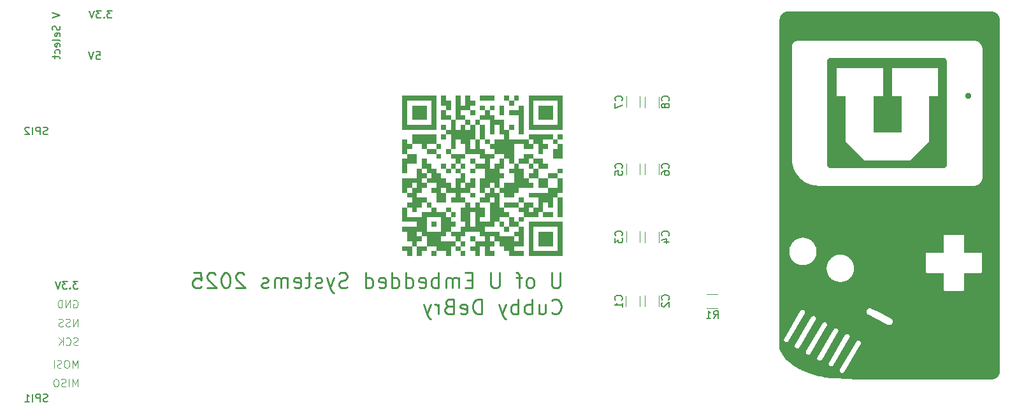
<source format=gbr>
%TF.GenerationSoftware,KiCad,Pcbnew,9.0.1*%
%TF.CreationDate,2025-04-05T14:03:07-06:00*%
%TF.ProjectId,GBDump,47424475-6d70-42e6-9b69-6361645f7063,rev?*%
%TF.SameCoordinates,Original*%
%TF.FileFunction,Legend,Bot*%
%TF.FilePolarity,Positive*%
%FSLAX46Y46*%
G04 Gerber Fmt 4.6, Leading zero omitted, Abs format (unit mm)*
G04 Created by KiCad (PCBNEW 9.0.1) date 2025-04-05 14:03:07*
%MOMM*%
%LPD*%
G01*
G04 APERTURE LIST*
%ADD10C,0.100000*%
%ADD11C,0.150000*%
%ADD12C,0.000000*%
%ADD13C,0.250000*%
%ADD14C,0.120000*%
G04 APERTURE END LIST*
D10*
X98243734Y-108824800D02*
X98100877Y-108872419D01*
X98100877Y-108872419D02*
X97862782Y-108872419D01*
X97862782Y-108872419D02*
X97767544Y-108824800D01*
X97767544Y-108824800D02*
X97719925Y-108777180D01*
X97719925Y-108777180D02*
X97672306Y-108681942D01*
X97672306Y-108681942D02*
X97672306Y-108586704D01*
X97672306Y-108586704D02*
X97719925Y-108491466D01*
X97719925Y-108491466D02*
X97767544Y-108443847D01*
X97767544Y-108443847D02*
X97862782Y-108396228D01*
X97862782Y-108396228D02*
X98053258Y-108348609D01*
X98053258Y-108348609D02*
X98148496Y-108300990D01*
X98148496Y-108300990D02*
X98196115Y-108253371D01*
X98196115Y-108253371D02*
X98243734Y-108158133D01*
X98243734Y-108158133D02*
X98243734Y-108062895D01*
X98243734Y-108062895D02*
X98196115Y-107967657D01*
X98196115Y-107967657D02*
X98148496Y-107920038D01*
X98148496Y-107920038D02*
X98053258Y-107872419D01*
X98053258Y-107872419D02*
X97815163Y-107872419D01*
X97815163Y-107872419D02*
X97672306Y-107920038D01*
X96672306Y-108777180D02*
X96719925Y-108824800D01*
X96719925Y-108824800D02*
X96862782Y-108872419D01*
X96862782Y-108872419D02*
X96958020Y-108872419D01*
X96958020Y-108872419D02*
X97100877Y-108824800D01*
X97100877Y-108824800D02*
X97196115Y-108729561D01*
X97196115Y-108729561D02*
X97243734Y-108634323D01*
X97243734Y-108634323D02*
X97291353Y-108443847D01*
X97291353Y-108443847D02*
X97291353Y-108300990D01*
X97291353Y-108300990D02*
X97243734Y-108110514D01*
X97243734Y-108110514D02*
X97196115Y-108015276D01*
X97196115Y-108015276D02*
X97100877Y-107920038D01*
X97100877Y-107920038D02*
X96958020Y-107872419D01*
X96958020Y-107872419D02*
X96862782Y-107872419D01*
X96862782Y-107872419D02*
X96719925Y-107920038D01*
X96719925Y-107920038D02*
X96672306Y-107967657D01*
X96243734Y-108872419D02*
X96243734Y-107872419D01*
X95672306Y-108872419D02*
X96100877Y-108300990D01*
X95672306Y-107872419D02*
X96243734Y-108443847D01*
X98196115Y-114372419D02*
X98196115Y-113372419D01*
X98196115Y-113372419D02*
X97862782Y-114086704D01*
X97862782Y-114086704D02*
X97529449Y-113372419D01*
X97529449Y-113372419D02*
X97529449Y-114372419D01*
X97053258Y-114372419D02*
X97053258Y-113372419D01*
X96624687Y-114324800D02*
X96481830Y-114372419D01*
X96481830Y-114372419D02*
X96243735Y-114372419D01*
X96243735Y-114372419D02*
X96148497Y-114324800D01*
X96148497Y-114324800D02*
X96100878Y-114277180D01*
X96100878Y-114277180D02*
X96053259Y-114181942D01*
X96053259Y-114181942D02*
X96053259Y-114086704D01*
X96053259Y-114086704D02*
X96100878Y-113991466D01*
X96100878Y-113991466D02*
X96148497Y-113943847D01*
X96148497Y-113943847D02*
X96243735Y-113896228D01*
X96243735Y-113896228D02*
X96434211Y-113848609D01*
X96434211Y-113848609D02*
X96529449Y-113800990D01*
X96529449Y-113800990D02*
X96577068Y-113753371D01*
X96577068Y-113753371D02*
X96624687Y-113658133D01*
X96624687Y-113658133D02*
X96624687Y-113562895D01*
X96624687Y-113562895D02*
X96577068Y-113467657D01*
X96577068Y-113467657D02*
X96529449Y-113420038D01*
X96529449Y-113420038D02*
X96434211Y-113372419D01*
X96434211Y-113372419D02*
X96196116Y-113372419D01*
X96196116Y-113372419D02*
X96053259Y-113420038D01*
X95434211Y-113372419D02*
X95243735Y-113372419D01*
X95243735Y-113372419D02*
X95148497Y-113420038D01*
X95148497Y-113420038D02*
X95053259Y-113515276D01*
X95053259Y-113515276D02*
X95005640Y-113705752D01*
X95005640Y-113705752D02*
X95005640Y-114039085D01*
X95005640Y-114039085D02*
X95053259Y-114229561D01*
X95053259Y-114229561D02*
X95148497Y-114324800D01*
X95148497Y-114324800D02*
X95243735Y-114372419D01*
X95243735Y-114372419D02*
X95434211Y-114372419D01*
X95434211Y-114372419D02*
X95529449Y-114324800D01*
X95529449Y-114324800D02*
X95624687Y-114229561D01*
X95624687Y-114229561D02*
X95672306Y-114039085D01*
X95672306Y-114039085D02*
X95672306Y-113705752D01*
X95672306Y-113705752D02*
X95624687Y-113515276D01*
X95624687Y-113515276D02*
X95529449Y-113420038D01*
X95529449Y-113420038D02*
X95434211Y-113372419D01*
X98196115Y-111872419D02*
X98196115Y-110872419D01*
X98196115Y-110872419D02*
X97862782Y-111586704D01*
X97862782Y-111586704D02*
X97529449Y-110872419D01*
X97529449Y-110872419D02*
X97529449Y-111872419D01*
X96862782Y-110872419D02*
X96672306Y-110872419D01*
X96672306Y-110872419D02*
X96577068Y-110920038D01*
X96577068Y-110920038D02*
X96481830Y-111015276D01*
X96481830Y-111015276D02*
X96434211Y-111205752D01*
X96434211Y-111205752D02*
X96434211Y-111539085D01*
X96434211Y-111539085D02*
X96481830Y-111729561D01*
X96481830Y-111729561D02*
X96577068Y-111824800D01*
X96577068Y-111824800D02*
X96672306Y-111872419D01*
X96672306Y-111872419D02*
X96862782Y-111872419D01*
X96862782Y-111872419D02*
X96958020Y-111824800D01*
X96958020Y-111824800D02*
X97053258Y-111729561D01*
X97053258Y-111729561D02*
X97100877Y-111539085D01*
X97100877Y-111539085D02*
X97100877Y-111205752D01*
X97100877Y-111205752D02*
X97053258Y-111015276D01*
X97053258Y-111015276D02*
X96958020Y-110920038D01*
X96958020Y-110920038D02*
X96862782Y-110872419D01*
X96053258Y-111824800D02*
X95910401Y-111872419D01*
X95910401Y-111872419D02*
X95672306Y-111872419D01*
X95672306Y-111872419D02*
X95577068Y-111824800D01*
X95577068Y-111824800D02*
X95529449Y-111777180D01*
X95529449Y-111777180D02*
X95481830Y-111681942D01*
X95481830Y-111681942D02*
X95481830Y-111586704D01*
X95481830Y-111586704D02*
X95529449Y-111491466D01*
X95529449Y-111491466D02*
X95577068Y-111443847D01*
X95577068Y-111443847D02*
X95672306Y-111396228D01*
X95672306Y-111396228D02*
X95862782Y-111348609D01*
X95862782Y-111348609D02*
X95958020Y-111300990D01*
X95958020Y-111300990D02*
X96005639Y-111253371D01*
X96005639Y-111253371D02*
X96053258Y-111158133D01*
X96053258Y-111158133D02*
X96053258Y-111062895D01*
X96053258Y-111062895D02*
X96005639Y-110967657D01*
X96005639Y-110967657D02*
X95958020Y-110920038D01*
X95958020Y-110920038D02*
X95862782Y-110872419D01*
X95862782Y-110872419D02*
X95624687Y-110872419D01*
X95624687Y-110872419D02*
X95481830Y-110920038D01*
X95053258Y-111872419D02*
X95053258Y-110872419D01*
X98196115Y-106372419D02*
X98196115Y-105372419D01*
X98196115Y-105372419D02*
X97624687Y-106372419D01*
X97624687Y-106372419D02*
X97624687Y-105372419D01*
X97196115Y-106324800D02*
X97053258Y-106372419D01*
X97053258Y-106372419D02*
X96815163Y-106372419D01*
X96815163Y-106372419D02*
X96719925Y-106324800D01*
X96719925Y-106324800D02*
X96672306Y-106277180D01*
X96672306Y-106277180D02*
X96624687Y-106181942D01*
X96624687Y-106181942D02*
X96624687Y-106086704D01*
X96624687Y-106086704D02*
X96672306Y-105991466D01*
X96672306Y-105991466D02*
X96719925Y-105943847D01*
X96719925Y-105943847D02*
X96815163Y-105896228D01*
X96815163Y-105896228D02*
X97005639Y-105848609D01*
X97005639Y-105848609D02*
X97100877Y-105800990D01*
X97100877Y-105800990D02*
X97148496Y-105753371D01*
X97148496Y-105753371D02*
X97196115Y-105658133D01*
X97196115Y-105658133D02*
X97196115Y-105562895D01*
X97196115Y-105562895D02*
X97148496Y-105467657D01*
X97148496Y-105467657D02*
X97100877Y-105420038D01*
X97100877Y-105420038D02*
X97005639Y-105372419D01*
X97005639Y-105372419D02*
X96767544Y-105372419D01*
X96767544Y-105372419D02*
X96624687Y-105420038D01*
X96243734Y-106324800D02*
X96100877Y-106372419D01*
X96100877Y-106372419D02*
X95862782Y-106372419D01*
X95862782Y-106372419D02*
X95767544Y-106324800D01*
X95767544Y-106324800D02*
X95719925Y-106277180D01*
X95719925Y-106277180D02*
X95672306Y-106181942D01*
X95672306Y-106181942D02*
X95672306Y-106086704D01*
X95672306Y-106086704D02*
X95719925Y-105991466D01*
X95719925Y-105991466D02*
X95767544Y-105943847D01*
X95767544Y-105943847D02*
X95862782Y-105896228D01*
X95862782Y-105896228D02*
X96053258Y-105848609D01*
X96053258Y-105848609D02*
X96148496Y-105800990D01*
X96148496Y-105800990D02*
X96196115Y-105753371D01*
X96196115Y-105753371D02*
X96243734Y-105658133D01*
X96243734Y-105658133D02*
X96243734Y-105562895D01*
X96243734Y-105562895D02*
X96196115Y-105467657D01*
X96196115Y-105467657D02*
X96148496Y-105420038D01*
X96148496Y-105420038D02*
X96053258Y-105372419D01*
X96053258Y-105372419D02*
X95815163Y-105372419D01*
X95815163Y-105372419D02*
X95672306Y-105420038D01*
X97672306Y-102920038D02*
X97767544Y-102872419D01*
X97767544Y-102872419D02*
X97910401Y-102872419D01*
X97910401Y-102872419D02*
X98053258Y-102920038D01*
X98053258Y-102920038D02*
X98148496Y-103015276D01*
X98148496Y-103015276D02*
X98196115Y-103110514D01*
X98196115Y-103110514D02*
X98243734Y-103300990D01*
X98243734Y-103300990D02*
X98243734Y-103443847D01*
X98243734Y-103443847D02*
X98196115Y-103634323D01*
X98196115Y-103634323D02*
X98148496Y-103729561D01*
X98148496Y-103729561D02*
X98053258Y-103824800D01*
X98053258Y-103824800D02*
X97910401Y-103872419D01*
X97910401Y-103872419D02*
X97815163Y-103872419D01*
X97815163Y-103872419D02*
X97672306Y-103824800D01*
X97672306Y-103824800D02*
X97624687Y-103777180D01*
X97624687Y-103777180D02*
X97624687Y-103443847D01*
X97624687Y-103443847D02*
X97815163Y-103443847D01*
X97196115Y-103872419D02*
X97196115Y-102872419D01*
X97196115Y-102872419D02*
X96624687Y-103872419D01*
X96624687Y-103872419D02*
X96624687Y-102872419D01*
X96148496Y-103872419D02*
X96148496Y-102872419D01*
X96148496Y-102872419D02*
X95910401Y-102872419D01*
X95910401Y-102872419D02*
X95767544Y-102920038D01*
X95767544Y-102920038D02*
X95672306Y-103015276D01*
X95672306Y-103015276D02*
X95624687Y-103110514D01*
X95624687Y-103110514D02*
X95577068Y-103300990D01*
X95577068Y-103300990D02*
X95577068Y-103443847D01*
X95577068Y-103443847D02*
X95624687Y-103634323D01*
X95624687Y-103634323D02*
X95672306Y-103729561D01*
X95672306Y-103729561D02*
X95767544Y-103824800D01*
X95767544Y-103824800D02*
X95910401Y-103872419D01*
X95910401Y-103872419D02*
X96148496Y-103872419D01*
D11*
X98258458Y-100369819D02*
X97639411Y-100369819D01*
X97639411Y-100369819D02*
X97972744Y-100750771D01*
X97972744Y-100750771D02*
X97829887Y-100750771D01*
X97829887Y-100750771D02*
X97734649Y-100798390D01*
X97734649Y-100798390D02*
X97687030Y-100846009D01*
X97687030Y-100846009D02*
X97639411Y-100941247D01*
X97639411Y-100941247D02*
X97639411Y-101179342D01*
X97639411Y-101179342D02*
X97687030Y-101274580D01*
X97687030Y-101274580D02*
X97734649Y-101322200D01*
X97734649Y-101322200D02*
X97829887Y-101369819D01*
X97829887Y-101369819D02*
X98115601Y-101369819D01*
X98115601Y-101369819D02*
X98210839Y-101322200D01*
X98210839Y-101322200D02*
X98258458Y-101274580D01*
X97210839Y-101274580D02*
X97163220Y-101322200D01*
X97163220Y-101322200D02*
X97210839Y-101369819D01*
X97210839Y-101369819D02*
X97258458Y-101322200D01*
X97258458Y-101322200D02*
X97210839Y-101274580D01*
X97210839Y-101274580D02*
X97210839Y-101369819D01*
X96829887Y-100369819D02*
X96210840Y-100369819D01*
X96210840Y-100369819D02*
X96544173Y-100750771D01*
X96544173Y-100750771D02*
X96401316Y-100750771D01*
X96401316Y-100750771D02*
X96306078Y-100798390D01*
X96306078Y-100798390D02*
X96258459Y-100846009D01*
X96258459Y-100846009D02*
X96210840Y-100941247D01*
X96210840Y-100941247D02*
X96210840Y-101179342D01*
X96210840Y-101179342D02*
X96258459Y-101274580D01*
X96258459Y-101274580D02*
X96306078Y-101322200D01*
X96306078Y-101322200D02*
X96401316Y-101369819D01*
X96401316Y-101369819D02*
X96687030Y-101369819D01*
X96687030Y-101369819D02*
X96782268Y-101322200D01*
X96782268Y-101322200D02*
X96829887Y-101274580D01*
X95925125Y-100369819D02*
X95591792Y-101369819D01*
X95591792Y-101369819D02*
X95258459Y-100369819D01*
X94210839Y-116322200D02*
X94067982Y-116369819D01*
X94067982Y-116369819D02*
X93829887Y-116369819D01*
X93829887Y-116369819D02*
X93734649Y-116322200D01*
X93734649Y-116322200D02*
X93687030Y-116274580D01*
X93687030Y-116274580D02*
X93639411Y-116179342D01*
X93639411Y-116179342D02*
X93639411Y-116084104D01*
X93639411Y-116084104D02*
X93687030Y-115988866D01*
X93687030Y-115988866D02*
X93734649Y-115941247D01*
X93734649Y-115941247D02*
X93829887Y-115893628D01*
X93829887Y-115893628D02*
X94020363Y-115846009D01*
X94020363Y-115846009D02*
X94115601Y-115798390D01*
X94115601Y-115798390D02*
X94163220Y-115750771D01*
X94163220Y-115750771D02*
X94210839Y-115655533D01*
X94210839Y-115655533D02*
X94210839Y-115560295D01*
X94210839Y-115560295D02*
X94163220Y-115465057D01*
X94163220Y-115465057D02*
X94115601Y-115417438D01*
X94115601Y-115417438D02*
X94020363Y-115369819D01*
X94020363Y-115369819D02*
X93782268Y-115369819D01*
X93782268Y-115369819D02*
X93639411Y-115417438D01*
X93210839Y-116369819D02*
X93210839Y-115369819D01*
X93210839Y-115369819D02*
X92829887Y-115369819D01*
X92829887Y-115369819D02*
X92734649Y-115417438D01*
X92734649Y-115417438D02*
X92687030Y-115465057D01*
X92687030Y-115465057D02*
X92639411Y-115560295D01*
X92639411Y-115560295D02*
X92639411Y-115703152D01*
X92639411Y-115703152D02*
X92687030Y-115798390D01*
X92687030Y-115798390D02*
X92734649Y-115846009D01*
X92734649Y-115846009D02*
X92829887Y-115893628D01*
X92829887Y-115893628D02*
X93210839Y-115893628D01*
X92210839Y-116369819D02*
X92210839Y-115369819D01*
X91210840Y-116369819D02*
X91782268Y-116369819D01*
X91496554Y-116369819D02*
X91496554Y-115369819D01*
X91496554Y-115369819D02*
X91591792Y-115512676D01*
X91591792Y-115512676D02*
X91687030Y-115607914D01*
X91687030Y-115607914D02*
X91782268Y-115655533D01*
X94210839Y-80822200D02*
X94067982Y-80869819D01*
X94067982Y-80869819D02*
X93829887Y-80869819D01*
X93829887Y-80869819D02*
X93734649Y-80822200D01*
X93734649Y-80822200D02*
X93687030Y-80774580D01*
X93687030Y-80774580D02*
X93639411Y-80679342D01*
X93639411Y-80679342D02*
X93639411Y-80584104D01*
X93639411Y-80584104D02*
X93687030Y-80488866D01*
X93687030Y-80488866D02*
X93734649Y-80441247D01*
X93734649Y-80441247D02*
X93829887Y-80393628D01*
X93829887Y-80393628D02*
X94020363Y-80346009D01*
X94020363Y-80346009D02*
X94115601Y-80298390D01*
X94115601Y-80298390D02*
X94163220Y-80250771D01*
X94163220Y-80250771D02*
X94210839Y-80155533D01*
X94210839Y-80155533D02*
X94210839Y-80060295D01*
X94210839Y-80060295D02*
X94163220Y-79965057D01*
X94163220Y-79965057D02*
X94115601Y-79917438D01*
X94115601Y-79917438D02*
X94020363Y-79869819D01*
X94020363Y-79869819D02*
X93782268Y-79869819D01*
X93782268Y-79869819D02*
X93639411Y-79917438D01*
X93210839Y-80869819D02*
X93210839Y-79869819D01*
X93210839Y-79869819D02*
X92829887Y-79869819D01*
X92829887Y-79869819D02*
X92734649Y-79917438D01*
X92734649Y-79917438D02*
X92687030Y-79965057D01*
X92687030Y-79965057D02*
X92639411Y-80060295D01*
X92639411Y-80060295D02*
X92639411Y-80203152D01*
X92639411Y-80203152D02*
X92687030Y-80298390D01*
X92687030Y-80298390D02*
X92734649Y-80346009D01*
X92734649Y-80346009D02*
X92829887Y-80393628D01*
X92829887Y-80393628D02*
X93210839Y-80393628D01*
X92210839Y-80869819D02*
X92210839Y-79869819D01*
X91782268Y-79965057D02*
X91734649Y-79917438D01*
X91734649Y-79917438D02*
X91639411Y-79869819D01*
X91639411Y-79869819D02*
X91401316Y-79869819D01*
X91401316Y-79869819D02*
X91306078Y-79917438D01*
X91306078Y-79917438D02*
X91258459Y-79965057D01*
X91258459Y-79965057D02*
X91210840Y-80060295D01*
X91210840Y-80060295D02*
X91210840Y-80155533D01*
X91210840Y-80155533D02*
X91258459Y-80298390D01*
X91258459Y-80298390D02*
X91829887Y-80869819D01*
X91829887Y-80869819D02*
X91210840Y-80869819D01*
X100687030Y-69869819D02*
X101163220Y-69869819D01*
X101163220Y-69869819D02*
X101210839Y-70346009D01*
X101210839Y-70346009D02*
X101163220Y-70298390D01*
X101163220Y-70298390D02*
X101067982Y-70250771D01*
X101067982Y-70250771D02*
X100829887Y-70250771D01*
X100829887Y-70250771D02*
X100734649Y-70298390D01*
X100734649Y-70298390D02*
X100687030Y-70346009D01*
X100687030Y-70346009D02*
X100639411Y-70441247D01*
X100639411Y-70441247D02*
X100639411Y-70679342D01*
X100639411Y-70679342D02*
X100687030Y-70774580D01*
X100687030Y-70774580D02*
X100734649Y-70822200D01*
X100734649Y-70822200D02*
X100829887Y-70869819D01*
X100829887Y-70869819D02*
X101067982Y-70869819D01*
X101067982Y-70869819D02*
X101163220Y-70822200D01*
X101163220Y-70822200D02*
X101210839Y-70774580D01*
X100353696Y-69869819D02*
X100020363Y-70869819D01*
X100020363Y-70869819D02*
X99687030Y-69869819D01*
X102758458Y-64369819D02*
X102139411Y-64369819D01*
X102139411Y-64369819D02*
X102472744Y-64750771D01*
X102472744Y-64750771D02*
X102329887Y-64750771D01*
X102329887Y-64750771D02*
X102234649Y-64798390D01*
X102234649Y-64798390D02*
X102187030Y-64846009D01*
X102187030Y-64846009D02*
X102139411Y-64941247D01*
X102139411Y-64941247D02*
X102139411Y-65179342D01*
X102139411Y-65179342D02*
X102187030Y-65274580D01*
X102187030Y-65274580D02*
X102234649Y-65322200D01*
X102234649Y-65322200D02*
X102329887Y-65369819D01*
X102329887Y-65369819D02*
X102615601Y-65369819D01*
X102615601Y-65369819D02*
X102710839Y-65322200D01*
X102710839Y-65322200D02*
X102758458Y-65274580D01*
X101710839Y-65274580D02*
X101663220Y-65322200D01*
X101663220Y-65322200D02*
X101710839Y-65369819D01*
X101710839Y-65369819D02*
X101758458Y-65322200D01*
X101758458Y-65322200D02*
X101710839Y-65274580D01*
X101710839Y-65274580D02*
X101710839Y-65369819D01*
X101329887Y-64369819D02*
X100710840Y-64369819D01*
X100710840Y-64369819D02*
X101044173Y-64750771D01*
X101044173Y-64750771D02*
X100901316Y-64750771D01*
X100901316Y-64750771D02*
X100806078Y-64798390D01*
X100806078Y-64798390D02*
X100758459Y-64846009D01*
X100758459Y-64846009D02*
X100710840Y-64941247D01*
X100710840Y-64941247D02*
X100710840Y-65179342D01*
X100710840Y-65179342D02*
X100758459Y-65274580D01*
X100758459Y-65274580D02*
X100806078Y-65322200D01*
X100806078Y-65322200D02*
X100901316Y-65369819D01*
X100901316Y-65369819D02*
X101187030Y-65369819D01*
X101187030Y-65369819D02*
X101282268Y-65322200D01*
X101282268Y-65322200D02*
X101329887Y-65274580D01*
X100425125Y-64369819D02*
X100091792Y-65369819D01*
X100091792Y-65369819D02*
X99758459Y-64369819D01*
X94869819Y-64693922D02*
X95869819Y-65027255D01*
X95869819Y-65027255D02*
X94869819Y-65360588D01*
X95822200Y-66408208D02*
X95869819Y-66551065D01*
X95869819Y-66551065D02*
X95869819Y-66789160D01*
X95869819Y-66789160D02*
X95822200Y-66884398D01*
X95822200Y-66884398D02*
X95774580Y-66932017D01*
X95774580Y-66932017D02*
X95679342Y-66979636D01*
X95679342Y-66979636D02*
X95584104Y-66979636D01*
X95584104Y-66979636D02*
X95488866Y-66932017D01*
X95488866Y-66932017D02*
X95441247Y-66884398D01*
X95441247Y-66884398D02*
X95393628Y-66789160D01*
X95393628Y-66789160D02*
X95346009Y-66598684D01*
X95346009Y-66598684D02*
X95298390Y-66503446D01*
X95298390Y-66503446D02*
X95250771Y-66455827D01*
X95250771Y-66455827D02*
X95155533Y-66408208D01*
X95155533Y-66408208D02*
X95060295Y-66408208D01*
X95060295Y-66408208D02*
X94965057Y-66455827D01*
X94965057Y-66455827D02*
X94917438Y-66503446D01*
X94917438Y-66503446D02*
X94869819Y-66598684D01*
X94869819Y-66598684D02*
X94869819Y-66836779D01*
X94869819Y-66836779D02*
X94917438Y-66979636D01*
X95822200Y-67789160D02*
X95869819Y-67693922D01*
X95869819Y-67693922D02*
X95869819Y-67503446D01*
X95869819Y-67503446D02*
X95822200Y-67408208D01*
X95822200Y-67408208D02*
X95726961Y-67360589D01*
X95726961Y-67360589D02*
X95346009Y-67360589D01*
X95346009Y-67360589D02*
X95250771Y-67408208D01*
X95250771Y-67408208D02*
X95203152Y-67503446D01*
X95203152Y-67503446D02*
X95203152Y-67693922D01*
X95203152Y-67693922D02*
X95250771Y-67789160D01*
X95250771Y-67789160D02*
X95346009Y-67836779D01*
X95346009Y-67836779D02*
X95441247Y-67836779D01*
X95441247Y-67836779D02*
X95536485Y-67360589D01*
X95869819Y-68408208D02*
X95822200Y-68312970D01*
X95822200Y-68312970D02*
X95726961Y-68265351D01*
X95726961Y-68265351D02*
X94869819Y-68265351D01*
X95822200Y-69170113D02*
X95869819Y-69074875D01*
X95869819Y-69074875D02*
X95869819Y-68884399D01*
X95869819Y-68884399D02*
X95822200Y-68789161D01*
X95822200Y-68789161D02*
X95726961Y-68741542D01*
X95726961Y-68741542D02*
X95346009Y-68741542D01*
X95346009Y-68741542D02*
X95250771Y-68789161D01*
X95250771Y-68789161D02*
X95203152Y-68884399D01*
X95203152Y-68884399D02*
X95203152Y-69074875D01*
X95203152Y-69074875D02*
X95250771Y-69170113D01*
X95250771Y-69170113D02*
X95346009Y-69217732D01*
X95346009Y-69217732D02*
X95441247Y-69217732D01*
X95441247Y-69217732D02*
X95536485Y-68741542D01*
X95822200Y-70074875D02*
X95869819Y-69979637D01*
X95869819Y-69979637D02*
X95869819Y-69789161D01*
X95869819Y-69789161D02*
X95822200Y-69693923D01*
X95822200Y-69693923D02*
X95774580Y-69646304D01*
X95774580Y-69646304D02*
X95679342Y-69598685D01*
X95679342Y-69598685D02*
X95393628Y-69598685D01*
X95393628Y-69598685D02*
X95298390Y-69646304D01*
X95298390Y-69646304D02*
X95250771Y-69693923D01*
X95250771Y-69693923D02*
X95203152Y-69789161D01*
X95203152Y-69789161D02*
X95203152Y-69979637D01*
X95203152Y-69979637D02*
X95250771Y-70074875D01*
X95203152Y-70360590D02*
X95203152Y-70741542D01*
X94869819Y-70503447D02*
X95726961Y-70503447D01*
X95726961Y-70503447D02*
X95822200Y-70551066D01*
X95822200Y-70551066D02*
X95869819Y-70646304D01*
X95869819Y-70646304D02*
X95869819Y-70741542D01*
D12*
G36*
X161359755Y-95697155D02*
G01*
X159423779Y-95697155D01*
X159423779Y-93761179D01*
X161359755Y-93761179D01*
X161359755Y-95697155D01*
G37*
G36*
X162650405Y-96987805D02*
G01*
X158133129Y-96987805D01*
X158133129Y-93115854D01*
X158778454Y-93115854D01*
X158778454Y-96342479D01*
X162005080Y-96342479D01*
X162005080Y-93115854D01*
X158778454Y-93115854D01*
X158133129Y-93115854D01*
X158133129Y-92470528D01*
X162650405Y-92470528D01*
X162650405Y-96342479D01*
X162650405Y-96987805D01*
G37*
G36*
X144581300Y-78918700D02*
G01*
X142645324Y-78918700D01*
X142645324Y-76982724D01*
X144581300Y-76982724D01*
X144581300Y-78918700D01*
G37*
G36*
X161359755Y-78918700D02*
G01*
X159423779Y-78918700D01*
X159423779Y-76982724D01*
X161359755Y-76982724D01*
X161359755Y-78918700D01*
G37*
G36*
X145871951Y-80209350D02*
G01*
X141354674Y-80209350D01*
X141354674Y-76337399D01*
X142000000Y-76337399D01*
X142000000Y-79564025D01*
X145226625Y-79564025D01*
X145226625Y-76337399D01*
X142000000Y-76337399D01*
X141354674Y-76337399D01*
X141354674Y-75692074D01*
X145871951Y-75692074D01*
X145871951Y-79564025D01*
X145871951Y-80209350D01*
G37*
G36*
X162650405Y-80209350D02*
G01*
X158133129Y-80209350D01*
X158133129Y-76337399D01*
X158778454Y-76337399D01*
X158778454Y-79564025D01*
X162005080Y-79564025D01*
X162005080Y-76337399D01*
X158778454Y-76337399D01*
X158133129Y-76337399D01*
X158133129Y-75692074D01*
X162650405Y-75692074D01*
X162650405Y-79564025D01*
X162650405Y-80209350D01*
G37*
G36*
X142645324Y-96987805D02*
G01*
X142000000Y-96987805D01*
X142000000Y-96342479D01*
X142645324Y-96342479D01*
X142645324Y-96987805D01*
G37*
G36*
X143935975Y-96987805D02*
G01*
X143290649Y-96987805D01*
X143290649Y-96342479D01*
X143935975Y-96342479D01*
X143935975Y-96987805D01*
G37*
G36*
X145871951Y-96987805D02*
G01*
X145226625Y-96987805D01*
X145226625Y-96342479D01*
X145871951Y-96342479D01*
X145871951Y-96987805D01*
G37*
G36*
X147807927Y-96987805D02*
G01*
X147162600Y-96987805D01*
X147162600Y-96342479D01*
X147807927Y-96342479D01*
X147807927Y-96987805D01*
G37*
G36*
X149743901Y-96987805D02*
G01*
X149098576Y-96987805D01*
X149098576Y-96342479D01*
X149743901Y-96342479D01*
X149743901Y-96987805D01*
G37*
G36*
X151679876Y-96987805D02*
G01*
X151034552Y-96987805D01*
X151034552Y-96342479D01*
X151679876Y-96342479D01*
X151679876Y-96987805D01*
G37*
G36*
X152970527Y-96987805D02*
G01*
X152325203Y-96987805D01*
X152325203Y-96342479D01*
X152970527Y-96342479D01*
X152970527Y-96987805D01*
G37*
G36*
X153615853Y-96987805D02*
G01*
X152970527Y-96987805D01*
X152970527Y-96342479D01*
X153615853Y-96342479D01*
X153615853Y-96987805D01*
G37*
G36*
X156197153Y-96987805D02*
G01*
X155551829Y-96987805D01*
X155551829Y-96342479D01*
X156197153Y-96342479D01*
X156197153Y-96987805D01*
G37*
G36*
X156842479Y-96987805D02*
G01*
X156197153Y-96987805D01*
X156197153Y-96342479D01*
X156842479Y-96342479D01*
X156842479Y-96987805D01*
G37*
G36*
X157487803Y-96987805D02*
G01*
X156842479Y-96987805D01*
X156842479Y-96342479D01*
X157487803Y-96342479D01*
X157487803Y-96987805D01*
G37*
G36*
X142000000Y-96342479D02*
G01*
X141354674Y-96342479D01*
X141354674Y-95697155D01*
X142000000Y-95697155D01*
X142000000Y-96342479D01*
G37*
G36*
X142645324Y-96342479D02*
G01*
X142000000Y-96342479D01*
X142000000Y-95697155D01*
X142645324Y-95697155D01*
X142645324Y-96342479D01*
G37*
G36*
X143935975Y-96342479D02*
G01*
X143290649Y-96342479D01*
X143290649Y-95697155D01*
X143935975Y-95697155D01*
X143935975Y-96342479D01*
G37*
G36*
X144581300Y-96342479D02*
G01*
X143935975Y-96342479D01*
X143935975Y-95697155D01*
X144581300Y-95697155D01*
X144581300Y-96342479D01*
G37*
G36*
X146517276Y-96342479D02*
G01*
X145871951Y-96342479D01*
X145871951Y-95697155D01*
X146517276Y-95697155D01*
X146517276Y-96342479D01*
G37*
G36*
X147162600Y-96342479D02*
G01*
X146517276Y-96342479D01*
X146517276Y-95697155D01*
X147162600Y-95697155D01*
X147162600Y-96342479D01*
G37*
G36*
X147807927Y-96342479D02*
G01*
X147162600Y-96342479D01*
X147162600Y-95697155D01*
X147807927Y-95697155D01*
X147807927Y-96342479D01*
G37*
G36*
X149098576Y-96342479D02*
G01*
X148453251Y-96342479D01*
X148453251Y-95697155D01*
X149098576Y-95697155D01*
X149098576Y-96342479D01*
G37*
G36*
X151034552Y-96342479D02*
G01*
X150389227Y-96342479D01*
X150389227Y-95697155D01*
X151034552Y-95697155D01*
X151034552Y-96342479D01*
G37*
G36*
X151679876Y-96342479D02*
G01*
X151034552Y-96342479D01*
X151034552Y-95697155D01*
X151679876Y-95697155D01*
X151679876Y-96342479D01*
G37*
G36*
X152970527Y-96342479D02*
G01*
X152325203Y-96342479D01*
X152325203Y-95697155D01*
X152970527Y-95697155D01*
X152970527Y-96342479D01*
G37*
G36*
X155551829Y-96342479D02*
G01*
X154906503Y-96342479D01*
X154906503Y-95697155D01*
X155551829Y-95697155D01*
X155551829Y-96342479D01*
G37*
G36*
X156197153Y-96342479D02*
G01*
X155551829Y-96342479D01*
X155551829Y-95697155D01*
X156197153Y-95697155D01*
X156197153Y-96342479D01*
G37*
G36*
X143290649Y-95697155D02*
G01*
X142645324Y-95697155D01*
X142645324Y-95051830D01*
X143290649Y-95051830D01*
X143290649Y-95697155D01*
G37*
G36*
X145226625Y-95697155D02*
G01*
X144581300Y-95697155D01*
X144581300Y-95051830D01*
X145226625Y-95051830D01*
X145226625Y-95697155D01*
G37*
G36*
X145871951Y-95697155D02*
G01*
X145226625Y-95697155D01*
X145226625Y-95051830D01*
X145871951Y-95051830D01*
X145871951Y-95697155D01*
G37*
G36*
X146517276Y-95697155D02*
G01*
X145871951Y-95697155D01*
X145871951Y-95051830D01*
X146517276Y-95051830D01*
X146517276Y-95697155D01*
G37*
G36*
X147162600Y-95697155D02*
G01*
X146517276Y-95697155D01*
X146517276Y-95051830D01*
X147162600Y-95051830D01*
X147162600Y-95697155D01*
G37*
G36*
X147807927Y-95697155D02*
G01*
X147162600Y-95697155D01*
X147162600Y-95051830D01*
X147807927Y-95051830D01*
X147807927Y-95697155D01*
G37*
G36*
X148453251Y-95697155D02*
G01*
X147807927Y-95697155D01*
X147807927Y-95051830D01*
X148453251Y-95051830D01*
X148453251Y-95697155D01*
G37*
G36*
X149743901Y-95697155D02*
G01*
X149098576Y-95697155D01*
X149098576Y-95051830D01*
X149743901Y-95051830D01*
X149743901Y-95697155D01*
G37*
G36*
X151679876Y-95697155D02*
G01*
X151034552Y-95697155D01*
X151034552Y-95051830D01*
X151679876Y-95051830D01*
X151679876Y-95697155D01*
G37*
G36*
X152325203Y-95697155D02*
G01*
X151679876Y-95697155D01*
X151679876Y-95051830D01*
X152325203Y-95051830D01*
X152325203Y-95697155D01*
G37*
G36*
X152970527Y-95697155D02*
G01*
X152325203Y-95697155D01*
X152325203Y-95051830D01*
X152970527Y-95051830D01*
X152970527Y-95697155D01*
G37*
G36*
X153615853Y-95697155D02*
G01*
X152970527Y-95697155D01*
X152970527Y-95051830D01*
X153615853Y-95051830D01*
X153615853Y-95697155D01*
G37*
G36*
X154906503Y-95697155D02*
G01*
X154261178Y-95697155D01*
X154261178Y-95051830D01*
X154906503Y-95051830D01*
X154906503Y-95697155D01*
G37*
G36*
X155551829Y-95697155D02*
G01*
X154906503Y-95697155D01*
X154906503Y-95051830D01*
X155551829Y-95051830D01*
X155551829Y-95697155D01*
G37*
G36*
X156197153Y-95697155D02*
G01*
X155551829Y-95697155D01*
X155551829Y-95051830D01*
X156197153Y-95051830D01*
X156197153Y-95697155D01*
G37*
G36*
X156842479Y-95697155D02*
G01*
X156197153Y-95697155D01*
X156197153Y-95051830D01*
X156842479Y-95051830D01*
X156842479Y-95697155D01*
G37*
G36*
X157487803Y-95697155D02*
G01*
X156842479Y-95697155D01*
X156842479Y-95051830D01*
X157487803Y-95051830D01*
X157487803Y-95697155D01*
G37*
G36*
X142645324Y-95051830D02*
G01*
X142000000Y-95051830D01*
X142000000Y-94406504D01*
X142645324Y-94406504D01*
X142645324Y-95051830D01*
G37*
G36*
X143290649Y-95051830D02*
G01*
X142645324Y-95051830D01*
X142645324Y-94406504D01*
X143290649Y-94406504D01*
X143290649Y-95051830D01*
G37*
G36*
X143935975Y-95051830D02*
G01*
X143290649Y-95051830D01*
X143290649Y-94406504D01*
X143935975Y-94406504D01*
X143935975Y-95051830D01*
G37*
G36*
X145226625Y-95051830D02*
G01*
X144581300Y-95051830D01*
X144581300Y-94406504D01*
X145226625Y-94406504D01*
X145226625Y-95051830D01*
G37*
G36*
X145871951Y-95051830D02*
G01*
X145226625Y-95051830D01*
X145226625Y-94406504D01*
X145871951Y-94406504D01*
X145871951Y-95051830D01*
G37*
G36*
X146517276Y-95051830D02*
G01*
X145871951Y-95051830D01*
X145871951Y-94406504D01*
X146517276Y-94406504D01*
X146517276Y-95051830D01*
G37*
G36*
X149098576Y-95051830D02*
G01*
X148453251Y-95051830D01*
X148453251Y-94406504D01*
X149098576Y-94406504D01*
X149098576Y-95051830D01*
G37*
G36*
X151034552Y-95051830D02*
G01*
X150389227Y-95051830D01*
X150389227Y-94406504D01*
X151034552Y-94406504D01*
X151034552Y-95051830D01*
G37*
G36*
X152970527Y-95051830D02*
G01*
X152325203Y-95051830D01*
X152325203Y-94406504D01*
X152970527Y-94406504D01*
X152970527Y-95051830D01*
G37*
G36*
X154261178Y-95051830D02*
G01*
X153615853Y-95051830D01*
X153615853Y-94406504D01*
X154261178Y-94406504D01*
X154261178Y-95051830D01*
G37*
G36*
X154906503Y-95051830D02*
G01*
X154261178Y-95051830D01*
X154261178Y-94406504D01*
X154906503Y-94406504D01*
X154906503Y-95051830D01*
G37*
G36*
X155551829Y-95051830D02*
G01*
X154906503Y-95051830D01*
X154906503Y-94406504D01*
X155551829Y-94406504D01*
X155551829Y-95051830D01*
G37*
G36*
X156197153Y-95051830D02*
G01*
X155551829Y-95051830D01*
X155551829Y-94406504D01*
X156197153Y-94406504D01*
X156197153Y-95051830D01*
G37*
G36*
X157487803Y-95051830D02*
G01*
X156842479Y-95051830D01*
X156842479Y-94406504D01*
X157487803Y-94406504D01*
X157487803Y-95051830D01*
G37*
G36*
X142645324Y-94406504D02*
G01*
X142000000Y-94406504D01*
X142000000Y-93761179D01*
X142645324Y-93761179D01*
X142645324Y-94406504D01*
G37*
G36*
X143290649Y-94406504D02*
G01*
X142645324Y-94406504D01*
X142645324Y-93761179D01*
X143290649Y-93761179D01*
X143290649Y-94406504D01*
G37*
G36*
X144581300Y-94406504D02*
G01*
X143935975Y-94406504D01*
X143935975Y-93761179D01*
X144581300Y-93761179D01*
X144581300Y-94406504D01*
G37*
G36*
X145226625Y-94406504D02*
G01*
X144581300Y-94406504D01*
X144581300Y-93761179D01*
X145226625Y-93761179D01*
X145226625Y-94406504D01*
G37*
G36*
X145871951Y-94406504D02*
G01*
X145226625Y-94406504D01*
X145226625Y-93761179D01*
X145871951Y-93761179D01*
X145871951Y-94406504D01*
G37*
G36*
X146517276Y-94406504D02*
G01*
X145871951Y-94406504D01*
X145871951Y-93761179D01*
X146517276Y-93761179D01*
X146517276Y-94406504D01*
G37*
G36*
X147162600Y-94406504D02*
G01*
X146517276Y-94406504D01*
X146517276Y-93761179D01*
X147162600Y-93761179D01*
X147162600Y-94406504D01*
G37*
G36*
X148453251Y-94406504D02*
G01*
X147807927Y-94406504D01*
X147807927Y-93761179D01*
X148453251Y-93761179D01*
X148453251Y-94406504D01*
G37*
G36*
X149098576Y-94406504D02*
G01*
X148453251Y-94406504D01*
X148453251Y-93761179D01*
X149098576Y-93761179D01*
X149098576Y-94406504D01*
G37*
G36*
X149743901Y-94406504D02*
G01*
X149098576Y-94406504D01*
X149098576Y-93761179D01*
X149743901Y-93761179D01*
X149743901Y-94406504D01*
G37*
G36*
X152325203Y-94406504D02*
G01*
X151679876Y-94406504D01*
X151679876Y-93761179D01*
X152325203Y-93761179D01*
X152325203Y-94406504D01*
G37*
G36*
X152970527Y-94406504D02*
G01*
X152325203Y-94406504D01*
X152325203Y-93761179D01*
X152970527Y-93761179D01*
X152970527Y-94406504D01*
G37*
G36*
X153615853Y-94406504D02*
G01*
X152970527Y-94406504D01*
X152970527Y-93761179D01*
X153615853Y-93761179D01*
X153615853Y-94406504D01*
G37*
G36*
X154261178Y-94406504D02*
G01*
X153615853Y-94406504D01*
X153615853Y-93761179D01*
X154261178Y-93761179D01*
X154261178Y-94406504D01*
G37*
G36*
X156842479Y-94406504D02*
G01*
X156197153Y-94406504D01*
X156197153Y-93761179D01*
X156842479Y-93761179D01*
X156842479Y-94406504D01*
G37*
G36*
X157487803Y-94406504D02*
G01*
X156842479Y-94406504D01*
X156842479Y-93761179D01*
X157487803Y-93761179D01*
X157487803Y-94406504D01*
G37*
G36*
X142000000Y-93761179D02*
G01*
X141354674Y-93761179D01*
X141354674Y-93115854D01*
X142000000Y-93115854D01*
X142000000Y-93761179D01*
G37*
G36*
X142645324Y-93761179D02*
G01*
X142000000Y-93761179D01*
X142000000Y-93115854D01*
X142645324Y-93115854D01*
X142645324Y-93761179D01*
G37*
G36*
X143290649Y-93761179D02*
G01*
X142645324Y-93761179D01*
X142645324Y-93115854D01*
X143290649Y-93115854D01*
X143290649Y-93761179D01*
G37*
G36*
X143935975Y-93761179D02*
G01*
X143290649Y-93761179D01*
X143290649Y-93115854D01*
X143935975Y-93115854D01*
X143935975Y-93761179D01*
G37*
G36*
X144581300Y-93761179D02*
G01*
X143935975Y-93761179D01*
X143935975Y-93115854D01*
X144581300Y-93115854D01*
X144581300Y-93761179D01*
G37*
G36*
X147162600Y-93761179D02*
G01*
X146517276Y-93761179D01*
X146517276Y-93115854D01*
X147162600Y-93115854D01*
X147162600Y-93761179D01*
G37*
G36*
X147807927Y-93761179D02*
G01*
X147162600Y-93761179D01*
X147162600Y-93115854D01*
X147807927Y-93115854D01*
X147807927Y-93761179D01*
G37*
G36*
X149743901Y-93761179D02*
G01*
X149098576Y-93761179D01*
X149098576Y-93115854D01*
X149743901Y-93115854D01*
X149743901Y-93761179D01*
G37*
G36*
X150389227Y-93761179D02*
G01*
X149743901Y-93761179D01*
X149743901Y-93115854D01*
X150389227Y-93115854D01*
X150389227Y-93761179D01*
G37*
G36*
X151034552Y-93761179D02*
G01*
X150389227Y-93761179D01*
X150389227Y-93115854D01*
X151034552Y-93115854D01*
X151034552Y-93761179D01*
G37*
G36*
X151679876Y-93761179D02*
G01*
X151034552Y-93761179D01*
X151034552Y-93115854D01*
X151679876Y-93115854D01*
X151679876Y-93761179D01*
G37*
G36*
X152325203Y-93761179D02*
G01*
X151679876Y-93761179D01*
X151679876Y-93115854D01*
X152325203Y-93115854D01*
X152325203Y-93761179D01*
G37*
G36*
X155551829Y-93761179D02*
G01*
X154906503Y-93761179D01*
X154906503Y-93115854D01*
X155551829Y-93115854D01*
X155551829Y-93761179D01*
G37*
G36*
X157487803Y-93761179D02*
G01*
X156842479Y-93761179D01*
X156842479Y-93115854D01*
X157487803Y-93115854D01*
X157487803Y-93761179D01*
G37*
G36*
X143935975Y-93115854D02*
G01*
X143290649Y-93115854D01*
X143290649Y-92470528D01*
X143935975Y-92470528D01*
X143935975Y-93115854D01*
G37*
G36*
X144581300Y-93115854D02*
G01*
X143935975Y-93115854D01*
X143935975Y-92470528D01*
X144581300Y-92470528D01*
X144581300Y-93115854D01*
G37*
G36*
X145871951Y-93115854D02*
G01*
X145226625Y-93115854D01*
X145226625Y-92470528D01*
X145871951Y-92470528D01*
X145871951Y-93115854D01*
G37*
G36*
X147162600Y-93115854D02*
G01*
X146517276Y-93115854D01*
X146517276Y-92470528D01*
X147162600Y-92470528D01*
X147162600Y-93115854D01*
G37*
G36*
X147807927Y-93115854D02*
G01*
X147162600Y-93115854D01*
X147162600Y-92470528D01*
X147807927Y-92470528D01*
X147807927Y-93115854D01*
G37*
G36*
X148453251Y-93115854D02*
G01*
X147807927Y-93115854D01*
X147807927Y-92470528D01*
X148453251Y-92470528D01*
X148453251Y-93115854D01*
G37*
G36*
X150389227Y-93115854D02*
G01*
X149743901Y-93115854D01*
X149743901Y-92470528D01*
X150389227Y-92470528D01*
X150389227Y-93115854D01*
G37*
G36*
X151679876Y-93115854D02*
G01*
X151034552Y-93115854D01*
X151034552Y-92470528D01*
X151679876Y-92470528D01*
X151679876Y-93115854D01*
G37*
G36*
X152325203Y-93115854D02*
G01*
X151679876Y-93115854D01*
X151679876Y-92470528D01*
X152325203Y-92470528D01*
X152325203Y-93115854D01*
G37*
G36*
X152970527Y-93115854D02*
G01*
X152325203Y-93115854D01*
X152325203Y-92470528D01*
X152970527Y-92470528D01*
X152970527Y-93115854D01*
G37*
G36*
X153615853Y-93115854D02*
G01*
X152970527Y-93115854D01*
X152970527Y-92470528D01*
X153615853Y-92470528D01*
X153615853Y-93115854D01*
G37*
G36*
X154906503Y-93115854D02*
G01*
X154261178Y-93115854D01*
X154261178Y-92470528D01*
X154906503Y-92470528D01*
X154906503Y-93115854D01*
G37*
G36*
X156197153Y-93115854D02*
G01*
X155551829Y-93115854D01*
X155551829Y-92470528D01*
X156197153Y-92470528D01*
X156197153Y-93115854D01*
G37*
G36*
X156842479Y-93115854D02*
G01*
X156197153Y-93115854D01*
X156197153Y-92470528D01*
X156842479Y-92470528D01*
X156842479Y-93115854D01*
G37*
G36*
X142000000Y-92470528D02*
G01*
X141354674Y-92470528D01*
X141354674Y-91825203D01*
X142000000Y-91825203D01*
X142000000Y-92470528D01*
G37*
G36*
X142645324Y-92470528D02*
G01*
X142000000Y-92470528D01*
X142000000Y-91825203D01*
X142645324Y-91825203D01*
X142645324Y-92470528D01*
G37*
G36*
X143290649Y-92470528D02*
G01*
X142645324Y-92470528D01*
X142645324Y-91825203D01*
X143290649Y-91825203D01*
X143290649Y-92470528D01*
G37*
G36*
X143935975Y-92470528D02*
G01*
X143290649Y-92470528D01*
X143290649Y-91825203D01*
X143935975Y-91825203D01*
X143935975Y-92470528D01*
G37*
G36*
X144581300Y-92470528D02*
G01*
X143935975Y-92470528D01*
X143935975Y-91825203D01*
X144581300Y-91825203D01*
X144581300Y-92470528D01*
G37*
G36*
X147162600Y-92470528D02*
G01*
X146517276Y-92470528D01*
X146517276Y-91825203D01*
X147162600Y-91825203D01*
X147162600Y-92470528D01*
G37*
G36*
X147807927Y-92470528D02*
G01*
X147162600Y-92470528D01*
X147162600Y-91825203D01*
X147807927Y-91825203D01*
X147807927Y-92470528D01*
G37*
G36*
X149743901Y-92470528D02*
G01*
X149098576Y-92470528D01*
X149098576Y-91825203D01*
X149743901Y-91825203D01*
X149743901Y-92470528D01*
G37*
G36*
X150389227Y-92470528D02*
G01*
X149743901Y-92470528D01*
X149743901Y-91825203D01*
X150389227Y-91825203D01*
X150389227Y-92470528D01*
G37*
G36*
X151679876Y-92470528D02*
G01*
X151034552Y-92470528D01*
X151034552Y-91825203D01*
X151679876Y-91825203D01*
X151679876Y-92470528D01*
G37*
G36*
X153615853Y-92470528D02*
G01*
X152970527Y-92470528D01*
X152970527Y-91825203D01*
X153615853Y-91825203D01*
X153615853Y-92470528D01*
G37*
G36*
X154261178Y-92470528D02*
G01*
X153615853Y-92470528D01*
X153615853Y-91825203D01*
X154261178Y-91825203D01*
X154261178Y-92470528D01*
G37*
G36*
X156197153Y-92470528D02*
G01*
X155551829Y-92470528D01*
X155551829Y-91825203D01*
X156197153Y-91825203D01*
X156197153Y-92470528D01*
G37*
G36*
X157487803Y-92470528D02*
G01*
X156842479Y-92470528D01*
X156842479Y-91825203D01*
X157487803Y-91825203D01*
X157487803Y-92470528D01*
G37*
G36*
X142000000Y-91825203D02*
G01*
X141354674Y-91825203D01*
X141354674Y-91179879D01*
X142000000Y-91179879D01*
X142000000Y-91825203D01*
G37*
G36*
X144581300Y-91825203D02*
G01*
X143935975Y-91825203D01*
X143935975Y-91179879D01*
X144581300Y-91179879D01*
X144581300Y-91825203D01*
G37*
G36*
X145226625Y-91825203D02*
G01*
X144581300Y-91825203D01*
X144581300Y-91179879D01*
X145226625Y-91179879D01*
X145226625Y-91825203D01*
G37*
G36*
X145871951Y-91825203D02*
G01*
X145226625Y-91825203D01*
X145226625Y-91179879D01*
X145871951Y-91179879D01*
X145871951Y-91825203D01*
G37*
G36*
X146517276Y-91825203D02*
G01*
X145871951Y-91825203D01*
X145871951Y-91179879D01*
X146517276Y-91179879D01*
X146517276Y-91825203D01*
G37*
G36*
X147162600Y-91825203D02*
G01*
X146517276Y-91825203D01*
X146517276Y-91179879D01*
X147162600Y-91179879D01*
X147162600Y-91825203D01*
G37*
G36*
X148453251Y-91825203D02*
G01*
X147807927Y-91825203D01*
X147807927Y-91179879D01*
X148453251Y-91179879D01*
X148453251Y-91825203D01*
G37*
G36*
X149743901Y-91825203D02*
G01*
X149098576Y-91825203D01*
X149098576Y-91179879D01*
X149743901Y-91179879D01*
X149743901Y-91825203D01*
G37*
G36*
X150389227Y-91825203D02*
G01*
X149743901Y-91825203D01*
X149743901Y-91179879D01*
X150389227Y-91179879D01*
X150389227Y-91825203D01*
G37*
G36*
X151679876Y-91825203D02*
G01*
X151034552Y-91825203D01*
X151034552Y-91179879D01*
X151679876Y-91179879D01*
X151679876Y-91825203D01*
G37*
G36*
X152325203Y-91825203D02*
G01*
X151679876Y-91825203D01*
X151679876Y-91179879D01*
X152325203Y-91179879D01*
X152325203Y-91825203D01*
G37*
G36*
X153615853Y-91825203D02*
G01*
X152970527Y-91825203D01*
X152970527Y-91179879D01*
X153615853Y-91179879D01*
X153615853Y-91825203D01*
G37*
G36*
X154261178Y-91825203D02*
G01*
X153615853Y-91825203D01*
X153615853Y-91179879D01*
X154261178Y-91179879D01*
X154261178Y-91825203D01*
G37*
G36*
X154906503Y-91825203D02*
G01*
X154261178Y-91825203D01*
X154261178Y-91179879D01*
X154906503Y-91179879D01*
X154906503Y-91825203D01*
G37*
G36*
X155551829Y-91825203D02*
G01*
X154906503Y-91825203D01*
X154906503Y-91179879D01*
X155551829Y-91179879D01*
X155551829Y-91825203D01*
G37*
G36*
X158133129Y-91825203D02*
G01*
X157487803Y-91825203D01*
X157487803Y-91179879D01*
X158133129Y-91179879D01*
X158133129Y-91825203D01*
G37*
G36*
X158778454Y-91825203D02*
G01*
X158133129Y-91825203D01*
X158133129Y-91179879D01*
X158778454Y-91179879D01*
X158778454Y-91825203D01*
G37*
G36*
X159423779Y-91825203D02*
G01*
X158778454Y-91825203D01*
X158778454Y-91179879D01*
X159423779Y-91179879D01*
X159423779Y-91825203D01*
G37*
G36*
X160714430Y-91825203D02*
G01*
X160069105Y-91825203D01*
X160069105Y-91179879D01*
X160714430Y-91179879D01*
X160714430Y-91825203D01*
G37*
G36*
X161359755Y-91825203D02*
G01*
X160714430Y-91825203D01*
X160714430Y-91179879D01*
X161359755Y-91179879D01*
X161359755Y-91825203D01*
G37*
G36*
X162650405Y-91825203D02*
G01*
X162005080Y-91825203D01*
X162005080Y-91179879D01*
X162650405Y-91179879D01*
X162650405Y-91825203D01*
G37*
G36*
X142000000Y-91179879D02*
G01*
X141354674Y-91179879D01*
X141354674Y-90534552D01*
X142000000Y-90534552D01*
X142000000Y-91179879D01*
G37*
G36*
X143290649Y-91179879D02*
G01*
X142645324Y-91179879D01*
X142645324Y-90534552D01*
X143290649Y-90534552D01*
X143290649Y-91179879D01*
G37*
G36*
X145871951Y-91179879D02*
G01*
X145226625Y-91179879D01*
X145226625Y-90534552D01*
X145871951Y-90534552D01*
X145871951Y-91179879D01*
G37*
G36*
X147807927Y-91179879D02*
G01*
X147162600Y-91179879D01*
X147162600Y-90534552D01*
X147807927Y-90534552D01*
X147807927Y-91179879D01*
G37*
G36*
X149743901Y-91179879D02*
G01*
X149098576Y-91179879D01*
X149098576Y-90534552D01*
X149743901Y-90534552D01*
X149743901Y-91179879D01*
G37*
G36*
X150389227Y-91179879D02*
G01*
X149743901Y-91179879D01*
X149743901Y-90534552D01*
X150389227Y-90534552D01*
X150389227Y-91179879D01*
G37*
G36*
X151034552Y-91179879D02*
G01*
X150389227Y-91179879D01*
X150389227Y-90534552D01*
X151034552Y-90534552D01*
X151034552Y-91179879D01*
G37*
G36*
X151679876Y-91179879D02*
G01*
X151034552Y-91179879D01*
X151034552Y-90534552D01*
X151679876Y-90534552D01*
X151679876Y-91179879D01*
G37*
G36*
X152325203Y-91179879D02*
G01*
X151679876Y-91179879D01*
X151679876Y-90534552D01*
X152325203Y-90534552D01*
X152325203Y-91179879D01*
G37*
G36*
X153615853Y-91179879D02*
G01*
X152970527Y-91179879D01*
X152970527Y-90534552D01*
X153615853Y-90534552D01*
X153615853Y-91179879D01*
G37*
G36*
X154261178Y-91179879D02*
G01*
X153615853Y-91179879D01*
X153615853Y-90534552D01*
X154261178Y-90534552D01*
X154261178Y-91179879D01*
G37*
G36*
X154906503Y-91179879D02*
G01*
X154261178Y-91179879D01*
X154261178Y-90534552D01*
X154906503Y-90534552D01*
X154906503Y-91179879D01*
G37*
G36*
X157487803Y-91179879D02*
G01*
X156842479Y-91179879D01*
X156842479Y-90534552D01*
X157487803Y-90534552D01*
X157487803Y-91179879D01*
G37*
G36*
X158133129Y-91179879D02*
G01*
X157487803Y-91179879D01*
X157487803Y-90534552D01*
X158133129Y-90534552D01*
X158133129Y-91179879D01*
G37*
G36*
X159423779Y-91179879D02*
G01*
X158778454Y-91179879D01*
X158778454Y-90534552D01*
X159423779Y-90534552D01*
X159423779Y-91179879D01*
G37*
G36*
X160069105Y-91179879D02*
G01*
X159423779Y-91179879D01*
X159423779Y-90534552D01*
X160069105Y-90534552D01*
X160069105Y-91179879D01*
G37*
G36*
X162650405Y-91179879D02*
G01*
X162005080Y-91179879D01*
X162005080Y-90534552D01*
X162650405Y-90534552D01*
X162650405Y-91179879D01*
G37*
G36*
X142645324Y-90534552D02*
G01*
X142000000Y-90534552D01*
X142000000Y-89889228D01*
X142645324Y-89889228D01*
X142645324Y-90534552D01*
G37*
G36*
X143290649Y-90534552D02*
G01*
X142645324Y-90534552D01*
X142645324Y-89889228D01*
X143290649Y-89889228D01*
X143290649Y-90534552D01*
G37*
G36*
X143935975Y-90534552D02*
G01*
X143290649Y-90534552D01*
X143290649Y-89889228D01*
X143935975Y-89889228D01*
X143935975Y-90534552D01*
G37*
G36*
X145226625Y-90534552D02*
G01*
X144581300Y-90534552D01*
X144581300Y-89889228D01*
X145226625Y-89889228D01*
X145226625Y-90534552D01*
G37*
G36*
X150389227Y-90534552D02*
G01*
X149743901Y-90534552D01*
X149743901Y-89889228D01*
X150389227Y-89889228D01*
X150389227Y-90534552D01*
G37*
G36*
X151679876Y-90534552D02*
G01*
X151034552Y-90534552D01*
X151034552Y-89889228D01*
X151679876Y-89889228D01*
X151679876Y-90534552D01*
G37*
G36*
X153615853Y-90534552D02*
G01*
X152970527Y-90534552D01*
X152970527Y-89889228D01*
X153615853Y-89889228D01*
X153615853Y-90534552D01*
G37*
G36*
X154261178Y-90534552D02*
G01*
X153615853Y-90534552D01*
X153615853Y-89889228D01*
X154261178Y-89889228D01*
X154261178Y-90534552D01*
G37*
G36*
X155551829Y-90534552D02*
G01*
X154906503Y-90534552D01*
X154906503Y-89889228D01*
X155551829Y-89889228D01*
X155551829Y-90534552D01*
G37*
G36*
X156197153Y-90534552D02*
G01*
X155551829Y-90534552D01*
X155551829Y-89889228D01*
X156197153Y-89889228D01*
X156197153Y-90534552D01*
G37*
G36*
X156842479Y-90534552D02*
G01*
X156197153Y-90534552D01*
X156197153Y-89889228D01*
X156842479Y-89889228D01*
X156842479Y-90534552D01*
G37*
G36*
X158133129Y-90534552D02*
G01*
X157487803Y-90534552D01*
X157487803Y-89889228D01*
X158133129Y-89889228D01*
X158133129Y-90534552D01*
G37*
G36*
X158778454Y-90534552D02*
G01*
X158133129Y-90534552D01*
X158133129Y-89889228D01*
X158778454Y-89889228D01*
X158778454Y-90534552D01*
G37*
G36*
X160069105Y-90534552D02*
G01*
X159423779Y-90534552D01*
X159423779Y-89889228D01*
X160069105Y-89889228D01*
X160069105Y-90534552D01*
G37*
G36*
X161359755Y-90534552D02*
G01*
X160714430Y-90534552D01*
X160714430Y-89889228D01*
X161359755Y-89889228D01*
X161359755Y-90534552D01*
G37*
G36*
X162650405Y-90534552D02*
G01*
X162005080Y-90534552D01*
X162005080Y-89889228D01*
X162650405Y-89889228D01*
X162650405Y-90534552D01*
G37*
G36*
X143290649Y-89889228D02*
G01*
X142645324Y-89889228D01*
X142645324Y-89243903D01*
X143290649Y-89243903D01*
X143290649Y-89889228D01*
G37*
G36*
X143935975Y-89889228D02*
G01*
X143290649Y-89889228D01*
X143290649Y-89243903D01*
X143935975Y-89243903D01*
X143935975Y-89889228D01*
G37*
G36*
X144581300Y-89889228D02*
G01*
X143935975Y-89889228D01*
X143935975Y-89243903D01*
X144581300Y-89243903D01*
X144581300Y-89889228D01*
G37*
G36*
X146517276Y-89889228D02*
G01*
X145871951Y-89889228D01*
X145871951Y-89243903D01*
X146517276Y-89243903D01*
X146517276Y-89889228D01*
G37*
G36*
X147162600Y-89889228D02*
G01*
X146517276Y-89889228D01*
X146517276Y-89243903D01*
X147162600Y-89243903D01*
X147162600Y-89889228D01*
G37*
G36*
X148453251Y-89889228D02*
G01*
X147807927Y-89889228D01*
X147807927Y-89243903D01*
X148453251Y-89243903D01*
X148453251Y-89889228D01*
G37*
G36*
X149098576Y-89889228D02*
G01*
X148453251Y-89889228D01*
X148453251Y-89243903D01*
X149098576Y-89243903D01*
X149098576Y-89889228D01*
G37*
G36*
X149743901Y-89889228D02*
G01*
X149098576Y-89889228D01*
X149098576Y-89243903D01*
X149743901Y-89243903D01*
X149743901Y-89889228D01*
G37*
G36*
X152325203Y-89889228D02*
G01*
X151679876Y-89889228D01*
X151679876Y-89243903D01*
X152325203Y-89243903D01*
X152325203Y-89889228D01*
G37*
G36*
X152970527Y-89889228D02*
G01*
X152325203Y-89889228D01*
X152325203Y-89243903D01*
X152970527Y-89243903D01*
X152970527Y-89889228D01*
G37*
G36*
X154261178Y-89889228D02*
G01*
X153615853Y-89889228D01*
X153615853Y-89243903D01*
X154261178Y-89243903D01*
X154261178Y-89889228D01*
G37*
G36*
X157487803Y-89889228D02*
G01*
X156842479Y-89889228D01*
X156842479Y-89243903D01*
X157487803Y-89243903D01*
X157487803Y-89889228D01*
G37*
G36*
X160069105Y-89889228D02*
G01*
X159423779Y-89889228D01*
X159423779Y-89243903D01*
X160069105Y-89243903D01*
X160069105Y-89889228D01*
G37*
G36*
X160714430Y-89889228D02*
G01*
X160069105Y-89889228D01*
X160069105Y-89243903D01*
X160714430Y-89243903D01*
X160714430Y-89889228D01*
G37*
G36*
X161359755Y-89889228D02*
G01*
X160714430Y-89889228D01*
X160714430Y-89243903D01*
X161359755Y-89243903D01*
X161359755Y-89889228D01*
G37*
G36*
X162650405Y-89889228D02*
G01*
X162005080Y-89889228D01*
X162005080Y-89243903D01*
X162650405Y-89243903D01*
X162650405Y-89889228D01*
G37*
G36*
X142645324Y-89243903D02*
G01*
X142000000Y-89243903D01*
X142000000Y-88598578D01*
X142645324Y-88598578D01*
X142645324Y-89243903D01*
G37*
G36*
X143290649Y-89243903D02*
G01*
X142645324Y-89243903D01*
X142645324Y-88598578D01*
X143290649Y-88598578D01*
X143290649Y-89243903D01*
G37*
G36*
X146517276Y-89243903D02*
G01*
X145871951Y-89243903D01*
X145871951Y-88598578D01*
X146517276Y-88598578D01*
X146517276Y-89243903D01*
G37*
G36*
X147162600Y-89243903D02*
G01*
X146517276Y-89243903D01*
X146517276Y-88598578D01*
X147162600Y-88598578D01*
X147162600Y-89243903D01*
G37*
G36*
X149098576Y-89243903D02*
G01*
X148453251Y-89243903D01*
X148453251Y-88598578D01*
X149098576Y-88598578D01*
X149098576Y-89243903D01*
G37*
G36*
X151034552Y-89243903D02*
G01*
X150389227Y-89243903D01*
X150389227Y-88598578D01*
X151034552Y-88598578D01*
X151034552Y-89243903D01*
G37*
G36*
X152970527Y-89243903D02*
G01*
X152325203Y-89243903D01*
X152325203Y-88598578D01*
X152970527Y-88598578D01*
X152970527Y-89243903D01*
G37*
G36*
X153615853Y-89243903D02*
G01*
X152970527Y-89243903D01*
X152970527Y-88598578D01*
X153615853Y-88598578D01*
X153615853Y-89243903D01*
G37*
G36*
X154261178Y-89243903D02*
G01*
X153615853Y-89243903D01*
X153615853Y-88598578D01*
X154261178Y-88598578D01*
X154261178Y-89243903D01*
G37*
G36*
X155551829Y-89243903D02*
G01*
X154906503Y-89243903D01*
X154906503Y-88598578D01*
X155551829Y-88598578D01*
X155551829Y-89243903D01*
G37*
G36*
X156197153Y-89243903D02*
G01*
X155551829Y-89243903D01*
X155551829Y-88598578D01*
X156197153Y-88598578D01*
X156197153Y-89243903D01*
G37*
G36*
X158778454Y-89243903D02*
G01*
X158133129Y-89243903D01*
X158133129Y-88598578D01*
X158778454Y-88598578D01*
X158778454Y-89243903D01*
G37*
G36*
X159423779Y-89243903D02*
G01*
X158778454Y-89243903D01*
X158778454Y-88598578D01*
X159423779Y-88598578D01*
X159423779Y-89243903D01*
G37*
G36*
X160069105Y-89243903D02*
G01*
X159423779Y-89243903D01*
X159423779Y-88598578D01*
X160069105Y-88598578D01*
X160069105Y-89243903D01*
G37*
G36*
X160714430Y-89243903D02*
G01*
X160069105Y-89243903D01*
X160069105Y-88598578D01*
X160714430Y-88598578D01*
X160714430Y-89243903D01*
G37*
G36*
X161359755Y-89243903D02*
G01*
X160714430Y-89243903D01*
X160714430Y-88598578D01*
X161359755Y-88598578D01*
X161359755Y-89243903D01*
G37*
G36*
X162005080Y-89243903D02*
G01*
X161359755Y-89243903D01*
X161359755Y-88598578D01*
X162005080Y-88598578D01*
X162005080Y-89243903D01*
G37*
G36*
X142000000Y-88598578D02*
G01*
X141354674Y-88598578D01*
X141354674Y-87953252D01*
X142000000Y-87953252D01*
X142000000Y-88598578D01*
G37*
G36*
X143290649Y-88598578D02*
G01*
X142645324Y-88598578D01*
X142645324Y-87953252D01*
X143290649Y-87953252D01*
X143290649Y-88598578D01*
G37*
G36*
X143935975Y-88598578D02*
G01*
X143290649Y-88598578D01*
X143290649Y-87953252D01*
X143935975Y-87953252D01*
X143935975Y-88598578D01*
G37*
G36*
X145871951Y-88598578D02*
G01*
X145226625Y-88598578D01*
X145226625Y-87953252D01*
X145871951Y-87953252D01*
X145871951Y-88598578D01*
G37*
G36*
X146517276Y-88598578D02*
G01*
X145871951Y-88598578D01*
X145871951Y-87953252D01*
X146517276Y-87953252D01*
X146517276Y-88598578D01*
G37*
G36*
X147807927Y-88598578D02*
G01*
X147162600Y-88598578D01*
X147162600Y-87953252D01*
X147807927Y-87953252D01*
X147807927Y-88598578D01*
G37*
G36*
X148453251Y-88598578D02*
G01*
X147807927Y-88598578D01*
X147807927Y-87953252D01*
X148453251Y-87953252D01*
X148453251Y-88598578D01*
G37*
G36*
X149098576Y-88598578D02*
G01*
X148453251Y-88598578D01*
X148453251Y-87953252D01*
X149098576Y-87953252D01*
X149098576Y-88598578D01*
G37*
G36*
X149743901Y-88598578D02*
G01*
X149098576Y-88598578D01*
X149098576Y-87953252D01*
X149743901Y-87953252D01*
X149743901Y-88598578D01*
G37*
G36*
X150389227Y-88598578D02*
G01*
X149743901Y-88598578D01*
X149743901Y-87953252D01*
X150389227Y-87953252D01*
X150389227Y-88598578D01*
G37*
G36*
X152325203Y-88598578D02*
G01*
X151679876Y-88598578D01*
X151679876Y-87953252D01*
X152325203Y-87953252D01*
X152325203Y-88598578D01*
G37*
G36*
X153615853Y-88598578D02*
G01*
X152970527Y-88598578D01*
X152970527Y-87953252D01*
X153615853Y-87953252D01*
X153615853Y-88598578D01*
G37*
G36*
X154906503Y-88598578D02*
G01*
X154261178Y-88598578D01*
X154261178Y-87953252D01*
X154906503Y-87953252D01*
X154906503Y-88598578D01*
G37*
G36*
X155551829Y-88598578D02*
G01*
X154906503Y-88598578D01*
X154906503Y-87953252D01*
X155551829Y-87953252D01*
X155551829Y-88598578D01*
G37*
G36*
X156197153Y-88598578D02*
G01*
X155551829Y-88598578D01*
X155551829Y-87953252D01*
X156197153Y-87953252D01*
X156197153Y-88598578D01*
G37*
G36*
X156842479Y-88598578D02*
G01*
X156197153Y-88598578D01*
X156197153Y-87953252D01*
X156842479Y-87953252D01*
X156842479Y-88598578D01*
G37*
G36*
X161359755Y-88598578D02*
G01*
X160714430Y-88598578D01*
X160714430Y-87953252D01*
X161359755Y-87953252D01*
X161359755Y-88598578D01*
G37*
G36*
X162005080Y-88598578D02*
G01*
X161359755Y-88598578D01*
X161359755Y-87953252D01*
X162005080Y-87953252D01*
X162005080Y-88598578D01*
G37*
G36*
X162650405Y-88598578D02*
G01*
X162005080Y-88598578D01*
X162005080Y-87953252D01*
X162650405Y-87953252D01*
X162650405Y-88598578D01*
G37*
G36*
X142000000Y-87953252D02*
G01*
X141354674Y-87953252D01*
X141354674Y-87307927D01*
X142000000Y-87307927D01*
X142000000Y-87953252D01*
G37*
G36*
X142645324Y-87953252D02*
G01*
X142000000Y-87953252D01*
X142000000Y-87307927D01*
X142645324Y-87307927D01*
X142645324Y-87953252D01*
G37*
G36*
X143935975Y-87953252D02*
G01*
X143290649Y-87953252D01*
X143290649Y-87307927D01*
X143935975Y-87307927D01*
X143935975Y-87953252D01*
G37*
G36*
X144581300Y-87953252D02*
G01*
X143935975Y-87953252D01*
X143935975Y-87307927D01*
X144581300Y-87307927D01*
X144581300Y-87953252D01*
G37*
G36*
X146517276Y-87953252D02*
G01*
X145871951Y-87953252D01*
X145871951Y-87307927D01*
X146517276Y-87307927D01*
X146517276Y-87953252D01*
G37*
G36*
X147162600Y-87953252D02*
G01*
X146517276Y-87953252D01*
X146517276Y-87307927D01*
X147162600Y-87307927D01*
X147162600Y-87953252D01*
G37*
G36*
X147807927Y-87953252D02*
G01*
X147162600Y-87953252D01*
X147162600Y-87307927D01*
X147807927Y-87307927D01*
X147807927Y-87953252D01*
G37*
G36*
X149098576Y-87953252D02*
G01*
X148453251Y-87953252D01*
X148453251Y-87307927D01*
X149098576Y-87307927D01*
X149098576Y-87953252D01*
G37*
G36*
X150389227Y-87953252D02*
G01*
X149743901Y-87953252D01*
X149743901Y-87307927D01*
X150389227Y-87307927D01*
X150389227Y-87953252D01*
G37*
G36*
X151034552Y-87953252D02*
G01*
X150389227Y-87953252D01*
X150389227Y-87307927D01*
X151034552Y-87307927D01*
X151034552Y-87953252D01*
G37*
G36*
X152325203Y-87953252D02*
G01*
X151679876Y-87953252D01*
X151679876Y-87307927D01*
X152325203Y-87307927D01*
X152325203Y-87953252D01*
G37*
G36*
X152970527Y-87953252D02*
G01*
X152325203Y-87953252D01*
X152325203Y-87307927D01*
X152970527Y-87307927D01*
X152970527Y-87953252D01*
G37*
G36*
X154261178Y-87953252D02*
G01*
X153615853Y-87953252D01*
X153615853Y-87307927D01*
X154261178Y-87307927D01*
X154261178Y-87953252D01*
G37*
G36*
X155551829Y-87953252D02*
G01*
X154906503Y-87953252D01*
X154906503Y-87307927D01*
X155551829Y-87307927D01*
X155551829Y-87953252D01*
G37*
G36*
X156197153Y-87953252D02*
G01*
X155551829Y-87953252D01*
X155551829Y-87307927D01*
X156197153Y-87307927D01*
X156197153Y-87953252D01*
G37*
G36*
X156842479Y-87953252D02*
G01*
X156197153Y-87953252D01*
X156197153Y-87307927D01*
X156842479Y-87307927D01*
X156842479Y-87953252D01*
G37*
G36*
X157487803Y-87953252D02*
G01*
X156842479Y-87953252D01*
X156842479Y-87307927D01*
X157487803Y-87307927D01*
X157487803Y-87953252D01*
G37*
G36*
X158133129Y-87953252D02*
G01*
X157487803Y-87953252D01*
X157487803Y-87307927D01*
X158133129Y-87307927D01*
X158133129Y-87953252D01*
G37*
G36*
X158778454Y-87953252D02*
G01*
X158133129Y-87953252D01*
X158133129Y-87307927D01*
X158778454Y-87307927D01*
X158778454Y-87953252D01*
G37*
G36*
X160069105Y-87953252D02*
G01*
X159423779Y-87953252D01*
X159423779Y-87307927D01*
X160069105Y-87307927D01*
X160069105Y-87953252D01*
G37*
G36*
X160714430Y-87953252D02*
G01*
X160069105Y-87953252D01*
X160069105Y-87307927D01*
X160714430Y-87307927D01*
X160714430Y-87953252D01*
G37*
G36*
X162650405Y-87953252D02*
G01*
X162005080Y-87953252D01*
X162005080Y-87307927D01*
X162650405Y-87307927D01*
X162650405Y-87953252D01*
G37*
G36*
X142000000Y-87307927D02*
G01*
X141354674Y-87307927D01*
X141354674Y-86662603D01*
X142000000Y-86662603D01*
X142000000Y-87307927D01*
G37*
G36*
X142645324Y-87307927D02*
G01*
X142000000Y-87307927D01*
X142000000Y-86662603D01*
X142645324Y-86662603D01*
X142645324Y-87307927D01*
G37*
G36*
X143290649Y-87307927D02*
G01*
X142645324Y-87307927D01*
X142645324Y-86662603D01*
X143290649Y-86662603D01*
X143290649Y-87307927D01*
G37*
G36*
X143935975Y-87307927D02*
G01*
X143290649Y-87307927D01*
X143290649Y-86662603D01*
X143935975Y-86662603D01*
X143935975Y-87307927D01*
G37*
G36*
X145226625Y-87307927D02*
G01*
X144581300Y-87307927D01*
X144581300Y-86662603D01*
X145226625Y-86662603D01*
X145226625Y-87307927D01*
G37*
G36*
X145871951Y-87307927D02*
G01*
X145226625Y-87307927D01*
X145226625Y-86662603D01*
X145871951Y-86662603D01*
X145871951Y-87307927D01*
G37*
G36*
X146517276Y-87307927D02*
G01*
X145871951Y-87307927D01*
X145871951Y-86662603D01*
X146517276Y-86662603D01*
X146517276Y-87307927D01*
G37*
G36*
X147162600Y-87307927D02*
G01*
X146517276Y-87307927D01*
X146517276Y-86662603D01*
X147162600Y-86662603D01*
X147162600Y-87307927D01*
G37*
G36*
X149098576Y-87307927D02*
G01*
X148453251Y-87307927D01*
X148453251Y-86662603D01*
X149098576Y-86662603D01*
X149098576Y-87307927D01*
G37*
G36*
X149743901Y-87307927D02*
G01*
X149098576Y-87307927D01*
X149098576Y-86662603D01*
X149743901Y-86662603D01*
X149743901Y-87307927D01*
G37*
G36*
X151034552Y-87307927D02*
G01*
X150389227Y-87307927D01*
X150389227Y-86662603D01*
X151034552Y-86662603D01*
X151034552Y-87307927D01*
G37*
G36*
X152325203Y-87307927D02*
G01*
X151679876Y-87307927D01*
X151679876Y-86662603D01*
X152325203Y-86662603D01*
X152325203Y-87307927D01*
G37*
G36*
X152970527Y-87307927D02*
G01*
X152325203Y-87307927D01*
X152325203Y-86662603D01*
X152970527Y-86662603D01*
X152970527Y-87307927D01*
G37*
G36*
X153615853Y-87307927D02*
G01*
X152970527Y-87307927D01*
X152970527Y-86662603D01*
X153615853Y-86662603D01*
X153615853Y-87307927D01*
G37*
G36*
X154261178Y-87307927D02*
G01*
X153615853Y-87307927D01*
X153615853Y-86662603D01*
X154261178Y-86662603D01*
X154261178Y-87307927D01*
G37*
G36*
X156842479Y-87307927D02*
G01*
X156197153Y-87307927D01*
X156197153Y-86662603D01*
X156842479Y-86662603D01*
X156842479Y-87307927D01*
G37*
G36*
X157487803Y-87307927D02*
G01*
X156842479Y-87307927D01*
X156842479Y-86662603D01*
X157487803Y-86662603D01*
X157487803Y-87307927D01*
G37*
G36*
X158133129Y-87307927D02*
G01*
X157487803Y-87307927D01*
X157487803Y-86662603D01*
X158133129Y-86662603D01*
X158133129Y-87307927D01*
G37*
G36*
X160069105Y-87307927D02*
G01*
X159423779Y-87307927D01*
X159423779Y-86662603D01*
X160069105Y-86662603D01*
X160069105Y-87307927D01*
G37*
G36*
X160714430Y-87307927D02*
G01*
X160069105Y-87307927D01*
X160069105Y-86662603D01*
X160714430Y-86662603D01*
X160714430Y-87307927D01*
G37*
G36*
X162650405Y-87307927D02*
G01*
X162005080Y-87307927D01*
X162005080Y-86662603D01*
X162650405Y-86662603D01*
X162650405Y-87307927D01*
G37*
G36*
X143935975Y-86662603D02*
G01*
X143290649Y-86662603D01*
X143290649Y-86017276D01*
X143935975Y-86017276D01*
X143935975Y-86662603D01*
G37*
G36*
X144581300Y-86662603D02*
G01*
X143935975Y-86662603D01*
X143935975Y-86017276D01*
X144581300Y-86017276D01*
X144581300Y-86662603D01*
G37*
G36*
X145871951Y-86662603D02*
G01*
X145226625Y-86662603D01*
X145226625Y-86017276D01*
X145871951Y-86017276D01*
X145871951Y-86662603D01*
G37*
G36*
X146517276Y-86662603D02*
G01*
X145871951Y-86662603D01*
X145871951Y-86017276D01*
X146517276Y-86017276D01*
X146517276Y-86662603D01*
G37*
G36*
X149743901Y-86662603D02*
G01*
X149098576Y-86662603D01*
X149098576Y-86017276D01*
X149743901Y-86017276D01*
X149743901Y-86662603D01*
G37*
G36*
X152970527Y-86662603D02*
G01*
X152325203Y-86662603D01*
X152325203Y-86017276D01*
X152970527Y-86017276D01*
X152970527Y-86662603D01*
G37*
G36*
X153615853Y-86662603D02*
G01*
X152970527Y-86662603D01*
X152970527Y-86017276D01*
X153615853Y-86017276D01*
X153615853Y-86662603D01*
G37*
G36*
X154261178Y-86662603D02*
G01*
X153615853Y-86662603D01*
X153615853Y-86017276D01*
X154261178Y-86017276D01*
X154261178Y-86662603D01*
G37*
G36*
X154906503Y-86662603D02*
G01*
X154261178Y-86662603D01*
X154261178Y-86017276D01*
X154906503Y-86017276D01*
X154906503Y-86662603D01*
G37*
G36*
X156842479Y-86662603D02*
G01*
X156197153Y-86662603D01*
X156197153Y-86017276D01*
X156842479Y-86017276D01*
X156842479Y-86662603D01*
G37*
G36*
X157487803Y-86662603D02*
G01*
X156842479Y-86662603D01*
X156842479Y-86017276D01*
X157487803Y-86017276D01*
X157487803Y-86662603D01*
G37*
G36*
X158778454Y-86662603D02*
G01*
X158133129Y-86662603D01*
X158133129Y-86017276D01*
X158778454Y-86017276D01*
X158778454Y-86662603D01*
G37*
G36*
X159423779Y-86662603D02*
G01*
X158778454Y-86662603D01*
X158778454Y-86017276D01*
X159423779Y-86017276D01*
X159423779Y-86662603D01*
G37*
G36*
X161359755Y-86662603D02*
G01*
X160714430Y-86662603D01*
X160714430Y-86017276D01*
X161359755Y-86017276D01*
X161359755Y-86662603D01*
G37*
G36*
X162005080Y-86662603D02*
G01*
X161359755Y-86662603D01*
X161359755Y-86017276D01*
X162005080Y-86017276D01*
X162005080Y-86662603D01*
G37*
G36*
X142000000Y-86017276D02*
G01*
X141354674Y-86017276D01*
X141354674Y-85371952D01*
X142000000Y-85371952D01*
X142000000Y-86017276D01*
G37*
G36*
X143935975Y-86017276D02*
G01*
X143290649Y-86017276D01*
X143290649Y-85371952D01*
X143935975Y-85371952D01*
X143935975Y-86017276D01*
G37*
G36*
X145226625Y-86017276D02*
G01*
X144581300Y-86017276D01*
X144581300Y-85371952D01*
X145226625Y-85371952D01*
X145226625Y-86017276D01*
G37*
G36*
X145871951Y-86017276D02*
G01*
X145226625Y-86017276D01*
X145226625Y-85371952D01*
X145871951Y-85371952D01*
X145871951Y-86017276D01*
G37*
G36*
X147807927Y-86017276D02*
G01*
X147162600Y-86017276D01*
X147162600Y-85371952D01*
X147807927Y-85371952D01*
X147807927Y-86017276D01*
G37*
G36*
X149098576Y-86017276D02*
G01*
X148453251Y-86017276D01*
X148453251Y-85371952D01*
X149098576Y-85371952D01*
X149098576Y-86017276D01*
G37*
G36*
X151034552Y-86017276D02*
G01*
X150389227Y-86017276D01*
X150389227Y-85371952D01*
X151034552Y-85371952D01*
X151034552Y-86017276D01*
G37*
G36*
X152970527Y-86017276D02*
G01*
X152325203Y-86017276D01*
X152325203Y-85371952D01*
X152970527Y-85371952D01*
X152970527Y-86017276D01*
G37*
G36*
X153615853Y-86017276D02*
G01*
X152970527Y-86017276D01*
X152970527Y-85371952D01*
X153615853Y-85371952D01*
X153615853Y-86017276D01*
G37*
G36*
X154261178Y-86017276D02*
G01*
X153615853Y-86017276D01*
X153615853Y-85371952D01*
X154261178Y-85371952D01*
X154261178Y-86017276D01*
G37*
G36*
X156197153Y-86017276D02*
G01*
X155551829Y-86017276D01*
X155551829Y-85371952D01*
X156197153Y-85371952D01*
X156197153Y-86017276D01*
G37*
G36*
X156842479Y-86017276D02*
G01*
X156197153Y-86017276D01*
X156197153Y-85371952D01*
X156842479Y-85371952D01*
X156842479Y-86017276D01*
G37*
G36*
X157487803Y-86017276D02*
G01*
X156842479Y-86017276D01*
X156842479Y-85371952D01*
X157487803Y-85371952D01*
X157487803Y-86017276D01*
G37*
G36*
X159423779Y-86017276D02*
G01*
X158778454Y-86017276D01*
X158778454Y-85371952D01*
X159423779Y-85371952D01*
X159423779Y-86017276D01*
G37*
G36*
X162650405Y-86017276D02*
G01*
X162005080Y-86017276D01*
X162005080Y-85371952D01*
X162650405Y-85371952D01*
X162650405Y-86017276D01*
G37*
G36*
X142000000Y-85371952D02*
G01*
X141354674Y-85371952D01*
X141354674Y-84726626D01*
X142000000Y-84726626D01*
X142000000Y-85371952D01*
G37*
G36*
X144581300Y-85371952D02*
G01*
X143935975Y-85371952D01*
X143935975Y-84726626D01*
X144581300Y-84726626D01*
X144581300Y-85371952D01*
G37*
G36*
X145226625Y-85371952D02*
G01*
X144581300Y-85371952D01*
X144581300Y-84726626D01*
X145226625Y-84726626D01*
X145226625Y-85371952D01*
G37*
G36*
X147162600Y-85371952D02*
G01*
X146517276Y-85371952D01*
X146517276Y-84726626D01*
X147162600Y-84726626D01*
X147162600Y-85371952D01*
G37*
G36*
X148453251Y-85371952D02*
G01*
X147807927Y-85371952D01*
X147807927Y-84726626D01*
X148453251Y-84726626D01*
X148453251Y-85371952D01*
G37*
G36*
X149743901Y-85371952D02*
G01*
X149098576Y-85371952D01*
X149098576Y-84726626D01*
X149743901Y-84726626D01*
X149743901Y-85371952D01*
G37*
G36*
X151679876Y-85371952D02*
G01*
X151034552Y-85371952D01*
X151034552Y-84726626D01*
X151679876Y-84726626D01*
X151679876Y-85371952D01*
G37*
G36*
X152325203Y-85371952D02*
G01*
X151679876Y-85371952D01*
X151679876Y-84726626D01*
X152325203Y-84726626D01*
X152325203Y-85371952D01*
G37*
G36*
X152970527Y-85371952D02*
G01*
X152325203Y-85371952D01*
X152325203Y-84726626D01*
X152970527Y-84726626D01*
X152970527Y-85371952D01*
G37*
G36*
X154261178Y-85371952D02*
G01*
X153615853Y-85371952D01*
X153615853Y-84726626D01*
X154261178Y-84726626D01*
X154261178Y-85371952D01*
G37*
G36*
X154906503Y-85371952D02*
G01*
X154261178Y-85371952D01*
X154261178Y-84726626D01*
X154906503Y-84726626D01*
X154906503Y-85371952D01*
G37*
G36*
X156842479Y-85371952D02*
G01*
X156197153Y-85371952D01*
X156197153Y-84726626D01*
X156842479Y-84726626D01*
X156842479Y-85371952D01*
G37*
G36*
X158778454Y-85371952D02*
G01*
X158133129Y-85371952D01*
X158133129Y-84726626D01*
X158778454Y-84726626D01*
X158778454Y-85371952D01*
G37*
G36*
X160069105Y-85371952D02*
G01*
X159423779Y-85371952D01*
X159423779Y-84726626D01*
X160069105Y-84726626D01*
X160069105Y-85371952D01*
G37*
G36*
X160714430Y-85371952D02*
G01*
X160069105Y-85371952D01*
X160069105Y-84726626D01*
X160714430Y-84726626D01*
X160714430Y-85371952D01*
G37*
G36*
X142000000Y-84726626D02*
G01*
X141354674Y-84726626D01*
X141354674Y-84081301D01*
X142000000Y-84081301D01*
X142000000Y-84726626D01*
G37*
G36*
X142645324Y-84726626D02*
G01*
X142000000Y-84726626D01*
X142000000Y-84081301D01*
X142645324Y-84081301D01*
X142645324Y-84726626D01*
G37*
G36*
X143290649Y-84726626D02*
G01*
X142645324Y-84726626D01*
X142645324Y-84081301D01*
X143290649Y-84081301D01*
X143290649Y-84726626D01*
G37*
G36*
X144581300Y-84726626D02*
G01*
X143935975Y-84726626D01*
X143935975Y-84081301D01*
X144581300Y-84081301D01*
X144581300Y-84726626D01*
G37*
G36*
X149098576Y-84726626D02*
G01*
X148453251Y-84726626D01*
X148453251Y-84081301D01*
X149098576Y-84081301D01*
X149098576Y-84726626D01*
G37*
G36*
X151034552Y-84726626D02*
G01*
X150389227Y-84726626D01*
X150389227Y-84081301D01*
X151034552Y-84081301D01*
X151034552Y-84726626D01*
G37*
G36*
X152970527Y-84726626D02*
G01*
X152325203Y-84726626D01*
X152325203Y-84081301D01*
X152970527Y-84081301D01*
X152970527Y-84726626D01*
G37*
G36*
X154906503Y-84726626D02*
G01*
X154261178Y-84726626D01*
X154261178Y-84081301D01*
X154906503Y-84081301D01*
X154906503Y-84726626D01*
G37*
G36*
X156197153Y-84726626D02*
G01*
X155551829Y-84726626D01*
X155551829Y-84081301D01*
X156197153Y-84081301D01*
X156197153Y-84726626D01*
G37*
G36*
X157487803Y-84726626D02*
G01*
X156842479Y-84726626D01*
X156842479Y-84081301D01*
X157487803Y-84081301D01*
X157487803Y-84726626D01*
G37*
G36*
X158133129Y-84726626D02*
G01*
X157487803Y-84726626D01*
X157487803Y-84081301D01*
X158133129Y-84081301D01*
X158133129Y-84726626D01*
G37*
G36*
X159423779Y-84726626D02*
G01*
X158778454Y-84726626D01*
X158778454Y-84081301D01*
X159423779Y-84081301D01*
X159423779Y-84726626D01*
G37*
G36*
X160069105Y-84726626D02*
G01*
X159423779Y-84726626D01*
X159423779Y-84081301D01*
X160069105Y-84081301D01*
X160069105Y-84726626D01*
G37*
G36*
X142645324Y-84081301D02*
G01*
X142000000Y-84081301D01*
X142000000Y-83435976D01*
X142645324Y-83435976D01*
X142645324Y-84081301D01*
G37*
G36*
X143290649Y-84081301D02*
G01*
X142645324Y-84081301D01*
X142645324Y-83435976D01*
X143290649Y-83435976D01*
X143290649Y-84081301D01*
G37*
G36*
X146517276Y-84081301D02*
G01*
X145871951Y-84081301D01*
X145871951Y-83435976D01*
X146517276Y-83435976D01*
X146517276Y-84081301D01*
G37*
G36*
X148453251Y-84081301D02*
G01*
X147807927Y-84081301D01*
X147807927Y-83435976D01*
X148453251Y-83435976D01*
X148453251Y-84081301D01*
G37*
G36*
X149098576Y-84081301D02*
G01*
X148453251Y-84081301D01*
X148453251Y-83435976D01*
X149098576Y-83435976D01*
X149098576Y-84081301D01*
G37*
G36*
X149743901Y-84081301D02*
G01*
X149098576Y-84081301D01*
X149098576Y-83435976D01*
X149743901Y-83435976D01*
X149743901Y-84081301D01*
G37*
G36*
X152325203Y-84081301D02*
G01*
X151679876Y-84081301D01*
X151679876Y-83435976D01*
X152325203Y-83435976D01*
X152325203Y-84081301D01*
G37*
G36*
X152970527Y-84081301D02*
G01*
X152325203Y-84081301D01*
X152325203Y-83435976D01*
X152970527Y-83435976D01*
X152970527Y-84081301D01*
G37*
G36*
X153615853Y-84081301D02*
G01*
X152970527Y-84081301D01*
X152970527Y-83435976D01*
X153615853Y-83435976D01*
X153615853Y-84081301D01*
G37*
G36*
X155551829Y-84081301D02*
G01*
X154906503Y-84081301D01*
X154906503Y-83435976D01*
X155551829Y-83435976D01*
X155551829Y-84081301D01*
G37*
G36*
X156197153Y-84081301D02*
G01*
X155551829Y-84081301D01*
X155551829Y-83435976D01*
X156197153Y-83435976D01*
X156197153Y-84081301D01*
G37*
G36*
X158133129Y-84081301D02*
G01*
X157487803Y-84081301D01*
X157487803Y-83435976D01*
X158133129Y-83435976D01*
X158133129Y-84081301D01*
G37*
G36*
X158778454Y-84081301D02*
G01*
X158133129Y-84081301D01*
X158133129Y-83435976D01*
X158778454Y-83435976D01*
X158778454Y-84081301D01*
G37*
G36*
X162005080Y-84081301D02*
G01*
X161359755Y-84081301D01*
X161359755Y-83435976D01*
X162005080Y-83435976D01*
X162005080Y-84081301D01*
G37*
G36*
X162650405Y-84081301D02*
G01*
X162005080Y-84081301D01*
X162005080Y-83435976D01*
X162650405Y-83435976D01*
X162650405Y-84081301D01*
G37*
G36*
X142000000Y-83435976D02*
G01*
X141354674Y-83435976D01*
X141354674Y-82790650D01*
X142000000Y-82790650D01*
X142000000Y-83435976D01*
G37*
G36*
X145226625Y-83435976D02*
G01*
X144581300Y-83435976D01*
X144581300Y-82790650D01*
X145226625Y-82790650D01*
X145226625Y-83435976D01*
G37*
G36*
X145871951Y-83435976D02*
G01*
X145226625Y-83435976D01*
X145226625Y-82790650D01*
X145871951Y-82790650D01*
X145871951Y-83435976D01*
G37*
G36*
X147807927Y-83435976D02*
G01*
X147162600Y-83435976D01*
X147162600Y-82790650D01*
X147807927Y-82790650D01*
X147807927Y-83435976D01*
G37*
G36*
X150389227Y-83435976D02*
G01*
X149743901Y-83435976D01*
X149743901Y-82790650D01*
X150389227Y-82790650D01*
X150389227Y-83435976D01*
G37*
G36*
X151034552Y-83435976D02*
G01*
X150389227Y-83435976D01*
X150389227Y-82790650D01*
X151034552Y-82790650D01*
X151034552Y-83435976D01*
G37*
G36*
X151679876Y-83435976D02*
G01*
X151034552Y-83435976D01*
X151034552Y-82790650D01*
X151679876Y-82790650D01*
X151679876Y-83435976D01*
G37*
G36*
X152325203Y-83435976D02*
G01*
X151679876Y-83435976D01*
X151679876Y-82790650D01*
X152325203Y-82790650D01*
X152325203Y-83435976D01*
G37*
G36*
X154261178Y-83435976D02*
G01*
X153615853Y-83435976D01*
X153615853Y-82790650D01*
X154261178Y-82790650D01*
X154261178Y-83435976D01*
G37*
G36*
X154906503Y-83435976D02*
G01*
X154261178Y-83435976D01*
X154261178Y-82790650D01*
X154906503Y-82790650D01*
X154906503Y-83435976D01*
G37*
G36*
X155551829Y-83435976D02*
G01*
X154906503Y-83435976D01*
X154906503Y-82790650D01*
X155551829Y-82790650D01*
X155551829Y-83435976D01*
G37*
G36*
X156197153Y-83435976D02*
G01*
X155551829Y-83435976D01*
X155551829Y-82790650D01*
X156197153Y-82790650D01*
X156197153Y-83435976D01*
G37*
G36*
X160069105Y-83435976D02*
G01*
X159423779Y-83435976D01*
X159423779Y-82790650D01*
X160069105Y-82790650D01*
X160069105Y-83435976D01*
G37*
G36*
X162005080Y-83435976D02*
G01*
X161359755Y-83435976D01*
X161359755Y-82790650D01*
X162005080Y-82790650D01*
X162005080Y-83435976D01*
G37*
G36*
X162650405Y-83435976D02*
G01*
X162005080Y-83435976D01*
X162005080Y-82790650D01*
X162650405Y-82790650D01*
X162650405Y-83435976D01*
G37*
G36*
X142000000Y-82790650D02*
G01*
X141354674Y-82790650D01*
X141354674Y-82145326D01*
X142000000Y-82145326D01*
X142000000Y-82790650D01*
G37*
G36*
X142645324Y-82790650D02*
G01*
X142000000Y-82790650D01*
X142000000Y-82145326D01*
X142645324Y-82145326D01*
X142645324Y-82790650D01*
G37*
G36*
X144581300Y-82790650D02*
G01*
X143935975Y-82790650D01*
X143935975Y-82145326D01*
X144581300Y-82145326D01*
X144581300Y-82790650D01*
G37*
G36*
X146517276Y-82790650D02*
G01*
X145871951Y-82790650D01*
X145871951Y-82145326D01*
X146517276Y-82145326D01*
X146517276Y-82790650D01*
G37*
G36*
X148453251Y-82790650D02*
G01*
X147807927Y-82790650D01*
X147807927Y-82145326D01*
X148453251Y-82145326D01*
X148453251Y-82790650D01*
G37*
G36*
X150389227Y-82790650D02*
G01*
X149743901Y-82790650D01*
X149743901Y-82145326D01*
X150389227Y-82145326D01*
X150389227Y-82790650D01*
G37*
G36*
X151679876Y-82790650D02*
G01*
X151034552Y-82790650D01*
X151034552Y-82145326D01*
X151679876Y-82145326D01*
X151679876Y-82790650D01*
G37*
G36*
X153615853Y-82790650D02*
G01*
X152970527Y-82790650D01*
X152970527Y-82145326D01*
X153615853Y-82145326D01*
X153615853Y-82790650D01*
G37*
G36*
X154261178Y-82790650D02*
G01*
X153615853Y-82790650D01*
X153615853Y-82145326D01*
X154261178Y-82145326D01*
X154261178Y-82790650D01*
G37*
G36*
X154906503Y-82790650D02*
G01*
X154261178Y-82790650D01*
X154261178Y-82145326D01*
X154906503Y-82145326D01*
X154906503Y-82790650D01*
G37*
G36*
X155551829Y-82790650D02*
G01*
X154906503Y-82790650D01*
X154906503Y-82145326D01*
X155551829Y-82145326D01*
X155551829Y-82790650D01*
G37*
G36*
X156197153Y-82790650D02*
G01*
X155551829Y-82790650D01*
X155551829Y-82145326D01*
X156197153Y-82145326D01*
X156197153Y-82790650D01*
G37*
G36*
X158133129Y-82790650D02*
G01*
X157487803Y-82790650D01*
X157487803Y-82145326D01*
X158133129Y-82145326D01*
X158133129Y-82790650D01*
G37*
G36*
X158778454Y-82790650D02*
G01*
X158133129Y-82790650D01*
X158133129Y-82145326D01*
X158778454Y-82145326D01*
X158778454Y-82790650D01*
G37*
G36*
X160069105Y-82790650D02*
G01*
X159423779Y-82790650D01*
X159423779Y-82145326D01*
X160069105Y-82145326D01*
X160069105Y-82790650D01*
G37*
G36*
X160714430Y-82790650D02*
G01*
X160069105Y-82790650D01*
X160069105Y-82145326D01*
X160714430Y-82145326D01*
X160714430Y-82790650D01*
G37*
G36*
X162650405Y-82790650D02*
G01*
X162005080Y-82790650D01*
X162005080Y-82145326D01*
X162650405Y-82145326D01*
X162650405Y-82790650D01*
G37*
G36*
X142000000Y-82145326D02*
G01*
X141354674Y-82145326D01*
X141354674Y-81500000D01*
X142000000Y-81500000D01*
X142000000Y-82145326D01*
G37*
G36*
X143290649Y-82145326D02*
G01*
X142645324Y-82145326D01*
X142645324Y-81500000D01*
X143290649Y-81500000D01*
X143290649Y-82145326D01*
G37*
G36*
X143935975Y-82145326D02*
G01*
X143290649Y-82145326D01*
X143290649Y-81500000D01*
X143935975Y-81500000D01*
X143935975Y-82145326D01*
G37*
G36*
X144581300Y-82145326D02*
G01*
X143935975Y-82145326D01*
X143935975Y-81500000D01*
X144581300Y-81500000D01*
X144581300Y-82145326D01*
G37*
G36*
X145226625Y-82145326D02*
G01*
X144581300Y-82145326D01*
X144581300Y-81500000D01*
X145226625Y-81500000D01*
X145226625Y-82145326D01*
G37*
G36*
X145871951Y-82145326D02*
G01*
X145226625Y-82145326D01*
X145226625Y-81500000D01*
X145871951Y-81500000D01*
X145871951Y-82145326D01*
G37*
G36*
X148453251Y-82145326D02*
G01*
X147807927Y-82145326D01*
X147807927Y-81500000D01*
X148453251Y-81500000D01*
X148453251Y-82145326D01*
G37*
G36*
X149743901Y-82145326D02*
G01*
X149098576Y-82145326D01*
X149098576Y-81500000D01*
X149743901Y-81500000D01*
X149743901Y-82145326D01*
G37*
G36*
X150389227Y-82145326D02*
G01*
X149743901Y-82145326D01*
X149743901Y-81500000D01*
X150389227Y-81500000D01*
X150389227Y-82145326D01*
G37*
G36*
X151679876Y-82145326D02*
G01*
X151034552Y-82145326D01*
X151034552Y-81500000D01*
X151679876Y-81500000D01*
X151679876Y-82145326D01*
G37*
G36*
X152970527Y-82145326D02*
G01*
X152325203Y-82145326D01*
X152325203Y-81500000D01*
X152970527Y-81500000D01*
X152970527Y-82145326D01*
G37*
G36*
X154261178Y-82145326D02*
G01*
X153615853Y-82145326D01*
X153615853Y-81500000D01*
X154261178Y-81500000D01*
X154261178Y-82145326D01*
G37*
G36*
X154906503Y-82145326D02*
G01*
X154261178Y-82145326D01*
X154261178Y-81500000D01*
X154906503Y-81500000D01*
X154906503Y-82145326D01*
G37*
G36*
X155551829Y-82145326D02*
G01*
X154906503Y-82145326D01*
X154906503Y-81500000D01*
X155551829Y-81500000D01*
X155551829Y-82145326D01*
G37*
G36*
X156197153Y-82145326D02*
G01*
X155551829Y-82145326D01*
X155551829Y-81500000D01*
X156197153Y-81500000D01*
X156197153Y-82145326D01*
G37*
G36*
X156842479Y-82145326D02*
G01*
X156197153Y-82145326D01*
X156197153Y-81500000D01*
X156842479Y-81500000D01*
X156842479Y-82145326D01*
G37*
G36*
X157487803Y-82145326D02*
G01*
X156842479Y-82145326D01*
X156842479Y-81500000D01*
X157487803Y-81500000D01*
X157487803Y-82145326D01*
G37*
G36*
X158133129Y-82145326D02*
G01*
X157487803Y-82145326D01*
X157487803Y-81500000D01*
X158133129Y-81500000D01*
X158133129Y-82145326D01*
G37*
G36*
X159423779Y-82145326D02*
G01*
X158778454Y-82145326D01*
X158778454Y-81500000D01*
X159423779Y-81500000D01*
X159423779Y-82145326D01*
G37*
G36*
X160069105Y-82145326D02*
G01*
X159423779Y-82145326D01*
X159423779Y-81500000D01*
X160069105Y-81500000D01*
X160069105Y-82145326D01*
G37*
G36*
X162005080Y-82145326D02*
G01*
X161359755Y-82145326D01*
X161359755Y-81500000D01*
X162005080Y-81500000D01*
X162005080Y-82145326D01*
G37*
G36*
X143290649Y-81500000D02*
G01*
X142645324Y-81500000D01*
X142645324Y-80854676D01*
X143290649Y-80854676D01*
X143290649Y-81500000D01*
G37*
G36*
X143935975Y-81500000D02*
G01*
X143290649Y-81500000D01*
X143290649Y-80854676D01*
X143935975Y-80854676D01*
X143935975Y-81500000D01*
G37*
G36*
X144581300Y-81500000D02*
G01*
X143935975Y-81500000D01*
X143935975Y-80854676D01*
X144581300Y-80854676D01*
X144581300Y-81500000D01*
G37*
G36*
X145226625Y-81500000D02*
G01*
X144581300Y-81500000D01*
X144581300Y-80854676D01*
X145226625Y-80854676D01*
X145226625Y-81500000D01*
G37*
G36*
X145871951Y-81500000D02*
G01*
X145226625Y-81500000D01*
X145226625Y-80854676D01*
X145871951Y-80854676D01*
X145871951Y-81500000D01*
G37*
G36*
X147162600Y-81500000D02*
G01*
X146517276Y-81500000D01*
X146517276Y-80854676D01*
X147162600Y-80854676D01*
X147162600Y-81500000D01*
G37*
G36*
X148453251Y-81500000D02*
G01*
X147807927Y-81500000D01*
X147807927Y-80854676D01*
X148453251Y-80854676D01*
X148453251Y-81500000D01*
G37*
G36*
X149098576Y-81500000D02*
G01*
X148453251Y-81500000D01*
X148453251Y-80854676D01*
X149098576Y-80854676D01*
X149098576Y-81500000D01*
G37*
G36*
X149743901Y-81500000D02*
G01*
X149098576Y-81500000D01*
X149098576Y-80854676D01*
X149743901Y-80854676D01*
X149743901Y-81500000D01*
G37*
G36*
X150389227Y-81500000D02*
G01*
X149743901Y-81500000D01*
X149743901Y-80854676D01*
X150389227Y-80854676D01*
X150389227Y-81500000D01*
G37*
G36*
X151034552Y-81500000D02*
G01*
X150389227Y-81500000D01*
X150389227Y-80854676D01*
X151034552Y-80854676D01*
X151034552Y-81500000D01*
G37*
G36*
X152325203Y-81500000D02*
G01*
X151679876Y-81500000D01*
X151679876Y-80854676D01*
X152325203Y-80854676D01*
X152325203Y-81500000D01*
G37*
G36*
X155551829Y-81500000D02*
G01*
X154906503Y-81500000D01*
X154906503Y-80854676D01*
X155551829Y-80854676D01*
X155551829Y-81500000D01*
G37*
G36*
X158778454Y-81500000D02*
G01*
X158133129Y-81500000D01*
X158133129Y-80854676D01*
X158778454Y-80854676D01*
X158778454Y-81500000D01*
G37*
G36*
X159423779Y-81500000D02*
G01*
X158778454Y-81500000D01*
X158778454Y-80854676D01*
X159423779Y-80854676D01*
X159423779Y-81500000D01*
G37*
G36*
X160069105Y-81500000D02*
G01*
X159423779Y-81500000D01*
X159423779Y-80854676D01*
X160069105Y-80854676D01*
X160069105Y-81500000D01*
G37*
G36*
X160714430Y-81500000D02*
G01*
X160069105Y-81500000D01*
X160069105Y-80854676D01*
X160714430Y-80854676D01*
X160714430Y-81500000D01*
G37*
G36*
X161359755Y-81500000D02*
G01*
X160714430Y-81500000D01*
X160714430Y-80854676D01*
X161359755Y-80854676D01*
X161359755Y-81500000D01*
G37*
G36*
X162650405Y-81500000D02*
G01*
X162005080Y-81500000D01*
X162005080Y-80854676D01*
X162650405Y-80854676D01*
X162650405Y-81500000D01*
G37*
G36*
X147807927Y-80854676D02*
G01*
X147162600Y-80854676D01*
X147162600Y-80209350D01*
X147807927Y-80209350D01*
X147807927Y-80854676D01*
G37*
G36*
X148453251Y-80854676D02*
G01*
X147807927Y-80854676D01*
X147807927Y-80209350D01*
X148453251Y-80209350D01*
X148453251Y-80854676D01*
G37*
G36*
X149098576Y-80854676D02*
G01*
X148453251Y-80854676D01*
X148453251Y-80209350D01*
X149098576Y-80209350D01*
X149098576Y-80854676D01*
G37*
G36*
X149743901Y-80854676D02*
G01*
X149098576Y-80854676D01*
X149098576Y-80209350D01*
X149743901Y-80209350D01*
X149743901Y-80854676D01*
G37*
G36*
X150389227Y-80854676D02*
G01*
X149743901Y-80854676D01*
X149743901Y-80209350D01*
X150389227Y-80209350D01*
X150389227Y-80854676D01*
G37*
G36*
X151034552Y-80854676D02*
G01*
X150389227Y-80854676D01*
X150389227Y-80209350D01*
X151034552Y-80209350D01*
X151034552Y-80854676D01*
G37*
G36*
X152325203Y-80854676D02*
G01*
X151679876Y-80854676D01*
X151679876Y-80209350D01*
X152325203Y-80209350D01*
X152325203Y-80854676D01*
G37*
G36*
X153615853Y-80854676D02*
G01*
X152970527Y-80854676D01*
X152970527Y-80209350D01*
X153615853Y-80209350D01*
X153615853Y-80854676D01*
G37*
G36*
X154906503Y-80854676D02*
G01*
X154261178Y-80854676D01*
X154261178Y-80209350D01*
X154906503Y-80209350D01*
X154906503Y-80854676D01*
G37*
G36*
X155551829Y-80854676D02*
G01*
X154906503Y-80854676D01*
X154906503Y-80209350D01*
X155551829Y-80209350D01*
X155551829Y-80854676D01*
G37*
G36*
X157487803Y-80854676D02*
G01*
X156842479Y-80854676D01*
X156842479Y-80209350D01*
X157487803Y-80209350D01*
X157487803Y-80854676D01*
G37*
G36*
X147162600Y-80209350D02*
G01*
X146517276Y-80209350D01*
X146517276Y-79564025D01*
X147162600Y-79564025D01*
X147162600Y-80209350D01*
G37*
G36*
X148453251Y-80209350D02*
G01*
X147807927Y-80209350D01*
X147807927Y-79564025D01*
X148453251Y-79564025D01*
X148453251Y-80209350D01*
G37*
G36*
X149743901Y-80209350D02*
G01*
X149098576Y-80209350D01*
X149098576Y-79564025D01*
X149743901Y-79564025D01*
X149743901Y-80209350D01*
G37*
G36*
X151034552Y-80209350D02*
G01*
X150389227Y-80209350D01*
X150389227Y-79564025D01*
X151034552Y-79564025D01*
X151034552Y-80209350D01*
G37*
G36*
X152325203Y-80209350D02*
G01*
X151679876Y-80209350D01*
X151679876Y-79564025D01*
X152325203Y-79564025D01*
X152325203Y-80209350D01*
G37*
G36*
X153615853Y-80209350D02*
G01*
X152970527Y-80209350D01*
X152970527Y-79564025D01*
X153615853Y-79564025D01*
X153615853Y-80209350D01*
G37*
G36*
X154906503Y-80209350D02*
G01*
X154261178Y-80209350D01*
X154261178Y-79564025D01*
X154906503Y-79564025D01*
X154906503Y-80209350D01*
G37*
G36*
X156197153Y-80209350D02*
G01*
X155551829Y-80209350D01*
X155551829Y-79564025D01*
X156197153Y-79564025D01*
X156197153Y-80209350D01*
G37*
G36*
X157487803Y-80209350D02*
G01*
X156842479Y-80209350D01*
X156842479Y-79564025D01*
X157487803Y-79564025D01*
X157487803Y-80209350D01*
G37*
G36*
X148453251Y-79564025D02*
G01*
X147807927Y-79564025D01*
X147807927Y-78918700D01*
X148453251Y-78918700D01*
X148453251Y-79564025D01*
G37*
G36*
X150389227Y-79564025D02*
G01*
X149743901Y-79564025D01*
X149743901Y-78918700D01*
X150389227Y-78918700D01*
X150389227Y-79564025D01*
G37*
G36*
X151679876Y-79564025D02*
G01*
X151034552Y-79564025D01*
X151034552Y-78918700D01*
X151679876Y-78918700D01*
X151679876Y-79564025D01*
G37*
G36*
X153615853Y-79564025D02*
G01*
X152970527Y-79564025D01*
X152970527Y-78918700D01*
X153615853Y-78918700D01*
X153615853Y-79564025D01*
G37*
G36*
X154261178Y-79564025D02*
G01*
X153615853Y-79564025D01*
X153615853Y-78918700D01*
X154261178Y-78918700D01*
X154261178Y-79564025D01*
G37*
G36*
X154906503Y-79564025D02*
G01*
X154261178Y-79564025D01*
X154261178Y-78918700D01*
X154906503Y-78918700D01*
X154906503Y-79564025D01*
G37*
G36*
X157487803Y-79564025D02*
G01*
X156842479Y-79564025D01*
X156842479Y-78918700D01*
X157487803Y-78918700D01*
X157487803Y-79564025D01*
G37*
G36*
X147162600Y-78918700D02*
G01*
X146517276Y-78918700D01*
X146517276Y-78273374D01*
X147162600Y-78273374D01*
X147162600Y-78918700D01*
G37*
G36*
X147807927Y-78918700D02*
G01*
X147162600Y-78918700D01*
X147162600Y-78273374D01*
X147807927Y-78273374D01*
X147807927Y-78918700D01*
G37*
G36*
X149098576Y-78918700D02*
G01*
X148453251Y-78918700D01*
X148453251Y-78273374D01*
X149098576Y-78273374D01*
X149098576Y-78918700D01*
G37*
G36*
X149743901Y-78918700D02*
G01*
X149098576Y-78918700D01*
X149098576Y-78273374D01*
X149743901Y-78273374D01*
X149743901Y-78918700D01*
G37*
G36*
X152325203Y-78918700D02*
G01*
X151679876Y-78918700D01*
X151679876Y-78273374D01*
X152325203Y-78273374D01*
X152325203Y-78918700D01*
G37*
G36*
X152970527Y-78918700D02*
G01*
X152325203Y-78918700D01*
X152325203Y-78273374D01*
X152970527Y-78273374D01*
X152970527Y-78918700D01*
G37*
G36*
X153615853Y-78918700D02*
G01*
X152970527Y-78918700D01*
X152970527Y-78273374D01*
X153615853Y-78273374D01*
X153615853Y-78918700D01*
G37*
G36*
X157487803Y-78918700D02*
G01*
X156842479Y-78918700D01*
X156842479Y-78273374D01*
X157487803Y-78273374D01*
X157487803Y-78918700D01*
G37*
G36*
X147162600Y-78273374D02*
G01*
X146517276Y-78273374D01*
X146517276Y-77628049D01*
X147162600Y-77628049D01*
X147162600Y-78273374D01*
G37*
G36*
X149098576Y-78273374D02*
G01*
X148453251Y-78273374D01*
X148453251Y-77628049D01*
X149098576Y-77628049D01*
X149098576Y-78273374D01*
G37*
G36*
X151034552Y-78273374D02*
G01*
X150389227Y-78273374D01*
X150389227Y-77628049D01*
X151034552Y-77628049D01*
X151034552Y-78273374D01*
G37*
G36*
X152970527Y-78273374D02*
G01*
X152325203Y-78273374D01*
X152325203Y-77628049D01*
X152970527Y-77628049D01*
X152970527Y-78273374D01*
G37*
G36*
X154906503Y-78273374D02*
G01*
X154261178Y-78273374D01*
X154261178Y-77628049D01*
X154906503Y-77628049D01*
X154906503Y-78273374D01*
G37*
G36*
X156197153Y-78273374D02*
G01*
X155551829Y-78273374D01*
X155551829Y-77628049D01*
X156197153Y-77628049D01*
X156197153Y-78273374D01*
G37*
G36*
X156842479Y-78273374D02*
G01*
X156197153Y-78273374D01*
X156197153Y-77628049D01*
X156842479Y-77628049D01*
X156842479Y-78273374D01*
G37*
G36*
X157487803Y-78273374D02*
G01*
X156842479Y-78273374D01*
X156842479Y-77628049D01*
X157487803Y-77628049D01*
X157487803Y-78273374D01*
G37*
G36*
X147807927Y-77628049D02*
G01*
X147162600Y-77628049D01*
X147162600Y-76982724D01*
X147807927Y-76982724D01*
X147807927Y-77628049D01*
G37*
G36*
X149098576Y-77628049D02*
G01*
X148453251Y-77628049D01*
X148453251Y-76982724D01*
X149098576Y-76982724D01*
X149098576Y-77628049D01*
G37*
G36*
X149743901Y-77628049D02*
G01*
X149098576Y-77628049D01*
X149098576Y-76982724D01*
X149743901Y-76982724D01*
X149743901Y-77628049D01*
G37*
G36*
X150389227Y-77628049D02*
G01*
X149743901Y-77628049D01*
X149743901Y-76982724D01*
X150389227Y-76982724D01*
X150389227Y-77628049D01*
G37*
G36*
X152325203Y-77628049D02*
G01*
X151679876Y-77628049D01*
X151679876Y-76982724D01*
X152325203Y-76982724D01*
X152325203Y-77628049D01*
G37*
G36*
X153615853Y-77628049D02*
G01*
X152970527Y-77628049D01*
X152970527Y-76982724D01*
X153615853Y-76982724D01*
X153615853Y-77628049D01*
G37*
G36*
X154906503Y-77628049D02*
G01*
X154261178Y-77628049D01*
X154261178Y-76982724D01*
X154906503Y-76982724D01*
X154906503Y-77628049D01*
G37*
G36*
X157487803Y-77628049D02*
G01*
X156842479Y-77628049D01*
X156842479Y-76982724D01*
X157487803Y-76982724D01*
X157487803Y-77628049D01*
G37*
G36*
X147162600Y-76982724D02*
G01*
X146517276Y-76982724D01*
X146517276Y-76337399D01*
X147162600Y-76337399D01*
X147162600Y-76982724D01*
G37*
G36*
X147807927Y-76982724D02*
G01*
X147162600Y-76982724D01*
X147162600Y-76337399D01*
X147807927Y-76337399D01*
X147807927Y-76982724D01*
G37*
G36*
X149098576Y-76982724D02*
G01*
X148453251Y-76982724D01*
X148453251Y-76337399D01*
X149098576Y-76337399D01*
X149098576Y-76982724D01*
G37*
G36*
X150389227Y-76982724D02*
G01*
X149743901Y-76982724D01*
X149743901Y-76337399D01*
X150389227Y-76337399D01*
X150389227Y-76982724D01*
G37*
G36*
X151034552Y-76982724D02*
G01*
X150389227Y-76982724D01*
X150389227Y-76337399D01*
X151034552Y-76337399D01*
X151034552Y-76982724D01*
G37*
G36*
X156197153Y-76982724D02*
G01*
X155551829Y-76982724D01*
X155551829Y-76337399D01*
X156197153Y-76337399D01*
X156197153Y-76982724D01*
G37*
G36*
X147162600Y-76337399D02*
G01*
X146517276Y-76337399D01*
X146517276Y-75692074D01*
X147162600Y-75692074D01*
X147162600Y-76337399D01*
G37*
G36*
X149098576Y-76337399D02*
G01*
X148453251Y-76337399D01*
X148453251Y-75692074D01*
X149098576Y-75692074D01*
X149098576Y-76337399D01*
G37*
G36*
X150389227Y-76337399D02*
G01*
X149743901Y-76337399D01*
X149743901Y-75692074D01*
X150389227Y-75692074D01*
X150389227Y-76337399D01*
G37*
G36*
X152325203Y-76337399D02*
G01*
X151679876Y-76337399D01*
X151679876Y-75692074D01*
X152325203Y-75692074D01*
X152325203Y-76337399D01*
G37*
G36*
X152970527Y-76337399D02*
G01*
X152325203Y-76337399D01*
X152325203Y-75692074D01*
X152970527Y-75692074D01*
X152970527Y-76337399D01*
G37*
G36*
X153615853Y-76337399D02*
G01*
X152970527Y-76337399D01*
X152970527Y-75692074D01*
X153615853Y-75692074D01*
X153615853Y-76337399D01*
G37*
G36*
X155551829Y-76337399D02*
G01*
X154906503Y-76337399D01*
X154906503Y-75692074D01*
X155551829Y-75692074D01*
X155551829Y-76337399D01*
G37*
G36*
X156842479Y-76337399D02*
G01*
X156197153Y-76337399D01*
X156197153Y-75692074D01*
X156842479Y-75692074D01*
X156842479Y-76337399D01*
G37*
D13*
X161216479Y-104551761D02*
X161311717Y-104647000D01*
X161311717Y-104647000D02*
X161597431Y-104742238D01*
X161597431Y-104742238D02*
X161787907Y-104742238D01*
X161787907Y-104742238D02*
X162073622Y-104647000D01*
X162073622Y-104647000D02*
X162264098Y-104456523D01*
X162264098Y-104456523D02*
X162359336Y-104266047D01*
X162359336Y-104266047D02*
X162454574Y-103885095D01*
X162454574Y-103885095D02*
X162454574Y-103599380D01*
X162454574Y-103599380D02*
X162359336Y-103218428D01*
X162359336Y-103218428D02*
X162264098Y-103027952D01*
X162264098Y-103027952D02*
X162073622Y-102837476D01*
X162073622Y-102837476D02*
X161787907Y-102742238D01*
X161787907Y-102742238D02*
X161597431Y-102742238D01*
X161597431Y-102742238D02*
X161311717Y-102837476D01*
X161311717Y-102837476D02*
X161216479Y-102932714D01*
X159502193Y-103408904D02*
X159502193Y-104742238D01*
X160359336Y-103408904D02*
X160359336Y-104456523D01*
X160359336Y-104456523D02*
X160264098Y-104647000D01*
X160264098Y-104647000D02*
X160073622Y-104742238D01*
X160073622Y-104742238D02*
X159787907Y-104742238D01*
X159787907Y-104742238D02*
X159597431Y-104647000D01*
X159597431Y-104647000D02*
X159502193Y-104551761D01*
X158549812Y-104742238D02*
X158549812Y-102742238D01*
X158549812Y-103504142D02*
X158359336Y-103408904D01*
X158359336Y-103408904D02*
X157978383Y-103408904D01*
X157978383Y-103408904D02*
X157787907Y-103504142D01*
X157787907Y-103504142D02*
X157692669Y-103599380D01*
X157692669Y-103599380D02*
X157597431Y-103789857D01*
X157597431Y-103789857D02*
X157597431Y-104361285D01*
X157597431Y-104361285D02*
X157692669Y-104551761D01*
X157692669Y-104551761D02*
X157787907Y-104647000D01*
X157787907Y-104647000D02*
X157978383Y-104742238D01*
X157978383Y-104742238D02*
X158359336Y-104742238D01*
X158359336Y-104742238D02*
X158549812Y-104647000D01*
X156740288Y-104742238D02*
X156740288Y-102742238D01*
X156740288Y-103504142D02*
X156549812Y-103408904D01*
X156549812Y-103408904D02*
X156168859Y-103408904D01*
X156168859Y-103408904D02*
X155978383Y-103504142D01*
X155978383Y-103504142D02*
X155883145Y-103599380D01*
X155883145Y-103599380D02*
X155787907Y-103789857D01*
X155787907Y-103789857D02*
X155787907Y-104361285D01*
X155787907Y-104361285D02*
X155883145Y-104551761D01*
X155883145Y-104551761D02*
X155978383Y-104647000D01*
X155978383Y-104647000D02*
X156168859Y-104742238D01*
X156168859Y-104742238D02*
X156549812Y-104742238D01*
X156549812Y-104742238D02*
X156740288Y-104647000D01*
X155121240Y-103408904D02*
X154645050Y-104742238D01*
X154168859Y-103408904D02*
X154645050Y-104742238D01*
X154645050Y-104742238D02*
X154835526Y-105218428D01*
X154835526Y-105218428D02*
X154930764Y-105313666D01*
X154930764Y-105313666D02*
X155121240Y-105408904D01*
X151883144Y-104742238D02*
X151883144Y-102742238D01*
X151883144Y-102742238D02*
X151406954Y-102742238D01*
X151406954Y-102742238D02*
X151121239Y-102837476D01*
X151121239Y-102837476D02*
X150930763Y-103027952D01*
X150930763Y-103027952D02*
X150835525Y-103218428D01*
X150835525Y-103218428D02*
X150740287Y-103599380D01*
X150740287Y-103599380D02*
X150740287Y-103885095D01*
X150740287Y-103885095D02*
X150835525Y-104266047D01*
X150835525Y-104266047D02*
X150930763Y-104456523D01*
X150930763Y-104456523D02*
X151121239Y-104647000D01*
X151121239Y-104647000D02*
X151406954Y-104742238D01*
X151406954Y-104742238D02*
X151883144Y-104742238D01*
X149121239Y-104647000D02*
X149311715Y-104742238D01*
X149311715Y-104742238D02*
X149692668Y-104742238D01*
X149692668Y-104742238D02*
X149883144Y-104647000D01*
X149883144Y-104647000D02*
X149978382Y-104456523D01*
X149978382Y-104456523D02*
X149978382Y-103694619D01*
X149978382Y-103694619D02*
X149883144Y-103504142D01*
X149883144Y-103504142D02*
X149692668Y-103408904D01*
X149692668Y-103408904D02*
X149311715Y-103408904D01*
X149311715Y-103408904D02*
X149121239Y-103504142D01*
X149121239Y-103504142D02*
X149026001Y-103694619D01*
X149026001Y-103694619D02*
X149026001Y-103885095D01*
X149026001Y-103885095D02*
X149978382Y-104075571D01*
X147502191Y-103694619D02*
X147216477Y-103789857D01*
X147216477Y-103789857D02*
X147121239Y-103885095D01*
X147121239Y-103885095D02*
X147026001Y-104075571D01*
X147026001Y-104075571D02*
X147026001Y-104361285D01*
X147026001Y-104361285D02*
X147121239Y-104551761D01*
X147121239Y-104551761D02*
X147216477Y-104647000D01*
X147216477Y-104647000D02*
X147406953Y-104742238D01*
X147406953Y-104742238D02*
X148168858Y-104742238D01*
X148168858Y-104742238D02*
X148168858Y-102742238D01*
X148168858Y-102742238D02*
X147502191Y-102742238D01*
X147502191Y-102742238D02*
X147311715Y-102837476D01*
X147311715Y-102837476D02*
X147216477Y-102932714D01*
X147216477Y-102932714D02*
X147121239Y-103123190D01*
X147121239Y-103123190D02*
X147121239Y-103313666D01*
X147121239Y-103313666D02*
X147216477Y-103504142D01*
X147216477Y-103504142D02*
X147311715Y-103599380D01*
X147311715Y-103599380D02*
X147502191Y-103694619D01*
X147502191Y-103694619D02*
X148168858Y-103694619D01*
X146168858Y-104742238D02*
X146168858Y-103408904D01*
X146168858Y-103789857D02*
X146073620Y-103599380D01*
X146073620Y-103599380D02*
X145978382Y-103504142D01*
X145978382Y-103504142D02*
X145787906Y-103408904D01*
X145787906Y-103408904D02*
X145597429Y-103408904D01*
X145121239Y-103408904D02*
X144645049Y-104742238D01*
X144168858Y-103408904D02*
X144645049Y-104742238D01*
X144645049Y-104742238D02*
X144835525Y-105218428D01*
X144835525Y-105218428D02*
X144930763Y-105313666D01*
X144930763Y-105313666D02*
X145121239Y-105408904D01*
X162359336Y-99242238D02*
X162359336Y-100861285D01*
X162359336Y-100861285D02*
X162264098Y-101051761D01*
X162264098Y-101051761D02*
X162168860Y-101147000D01*
X162168860Y-101147000D02*
X161978384Y-101242238D01*
X161978384Y-101242238D02*
X161597431Y-101242238D01*
X161597431Y-101242238D02*
X161406955Y-101147000D01*
X161406955Y-101147000D02*
X161311717Y-101051761D01*
X161311717Y-101051761D02*
X161216479Y-100861285D01*
X161216479Y-100861285D02*
X161216479Y-99242238D01*
X158454574Y-101242238D02*
X158645050Y-101147000D01*
X158645050Y-101147000D02*
X158740288Y-101051761D01*
X158740288Y-101051761D02*
X158835526Y-100861285D01*
X158835526Y-100861285D02*
X158835526Y-100289857D01*
X158835526Y-100289857D02*
X158740288Y-100099380D01*
X158740288Y-100099380D02*
X158645050Y-100004142D01*
X158645050Y-100004142D02*
X158454574Y-99908904D01*
X158454574Y-99908904D02*
X158168859Y-99908904D01*
X158168859Y-99908904D02*
X157978383Y-100004142D01*
X157978383Y-100004142D02*
X157883145Y-100099380D01*
X157883145Y-100099380D02*
X157787907Y-100289857D01*
X157787907Y-100289857D02*
X157787907Y-100861285D01*
X157787907Y-100861285D02*
X157883145Y-101051761D01*
X157883145Y-101051761D02*
X157978383Y-101147000D01*
X157978383Y-101147000D02*
X158168859Y-101242238D01*
X158168859Y-101242238D02*
X158454574Y-101242238D01*
X157216478Y-99908904D02*
X156454574Y-99908904D01*
X156930764Y-101242238D02*
X156930764Y-99527952D01*
X156930764Y-99527952D02*
X156835526Y-99337476D01*
X156835526Y-99337476D02*
X156645050Y-99242238D01*
X156645050Y-99242238D02*
X156454574Y-99242238D01*
X154264097Y-99242238D02*
X154264097Y-100861285D01*
X154264097Y-100861285D02*
X154168859Y-101051761D01*
X154168859Y-101051761D02*
X154073621Y-101147000D01*
X154073621Y-101147000D02*
X153883145Y-101242238D01*
X153883145Y-101242238D02*
X153502192Y-101242238D01*
X153502192Y-101242238D02*
X153311716Y-101147000D01*
X153311716Y-101147000D02*
X153216478Y-101051761D01*
X153216478Y-101051761D02*
X153121240Y-100861285D01*
X153121240Y-100861285D02*
X153121240Y-99242238D01*
X150645049Y-100194619D02*
X149978382Y-100194619D01*
X149692668Y-101242238D02*
X150645049Y-101242238D01*
X150645049Y-101242238D02*
X150645049Y-99242238D01*
X150645049Y-99242238D02*
X149692668Y-99242238D01*
X148835525Y-101242238D02*
X148835525Y-99908904D01*
X148835525Y-100099380D02*
X148740287Y-100004142D01*
X148740287Y-100004142D02*
X148549811Y-99908904D01*
X148549811Y-99908904D02*
X148264096Y-99908904D01*
X148264096Y-99908904D02*
X148073620Y-100004142D01*
X148073620Y-100004142D02*
X147978382Y-100194619D01*
X147978382Y-100194619D02*
X147978382Y-101242238D01*
X147978382Y-100194619D02*
X147883144Y-100004142D01*
X147883144Y-100004142D02*
X147692668Y-99908904D01*
X147692668Y-99908904D02*
X147406954Y-99908904D01*
X147406954Y-99908904D02*
X147216477Y-100004142D01*
X147216477Y-100004142D02*
X147121239Y-100194619D01*
X147121239Y-100194619D02*
X147121239Y-101242238D01*
X146168858Y-101242238D02*
X146168858Y-99242238D01*
X146168858Y-100004142D02*
X145978382Y-99908904D01*
X145978382Y-99908904D02*
X145597429Y-99908904D01*
X145597429Y-99908904D02*
X145406953Y-100004142D01*
X145406953Y-100004142D02*
X145311715Y-100099380D01*
X145311715Y-100099380D02*
X145216477Y-100289857D01*
X145216477Y-100289857D02*
X145216477Y-100861285D01*
X145216477Y-100861285D02*
X145311715Y-101051761D01*
X145311715Y-101051761D02*
X145406953Y-101147000D01*
X145406953Y-101147000D02*
X145597429Y-101242238D01*
X145597429Y-101242238D02*
X145978382Y-101242238D01*
X145978382Y-101242238D02*
X146168858Y-101147000D01*
X143597429Y-101147000D02*
X143787905Y-101242238D01*
X143787905Y-101242238D02*
X144168858Y-101242238D01*
X144168858Y-101242238D02*
X144359334Y-101147000D01*
X144359334Y-101147000D02*
X144454572Y-100956523D01*
X144454572Y-100956523D02*
X144454572Y-100194619D01*
X144454572Y-100194619D02*
X144359334Y-100004142D01*
X144359334Y-100004142D02*
X144168858Y-99908904D01*
X144168858Y-99908904D02*
X143787905Y-99908904D01*
X143787905Y-99908904D02*
X143597429Y-100004142D01*
X143597429Y-100004142D02*
X143502191Y-100194619D01*
X143502191Y-100194619D02*
X143502191Y-100385095D01*
X143502191Y-100385095D02*
X144454572Y-100575571D01*
X141787905Y-101242238D02*
X141787905Y-99242238D01*
X141787905Y-101147000D02*
X141978381Y-101242238D01*
X141978381Y-101242238D02*
X142359334Y-101242238D01*
X142359334Y-101242238D02*
X142549810Y-101147000D01*
X142549810Y-101147000D02*
X142645048Y-101051761D01*
X142645048Y-101051761D02*
X142740286Y-100861285D01*
X142740286Y-100861285D02*
X142740286Y-100289857D01*
X142740286Y-100289857D02*
X142645048Y-100099380D01*
X142645048Y-100099380D02*
X142549810Y-100004142D01*
X142549810Y-100004142D02*
X142359334Y-99908904D01*
X142359334Y-99908904D02*
X141978381Y-99908904D01*
X141978381Y-99908904D02*
X141787905Y-100004142D01*
X139978381Y-101242238D02*
X139978381Y-99242238D01*
X139978381Y-101147000D02*
X140168857Y-101242238D01*
X140168857Y-101242238D02*
X140549810Y-101242238D01*
X140549810Y-101242238D02*
X140740286Y-101147000D01*
X140740286Y-101147000D02*
X140835524Y-101051761D01*
X140835524Y-101051761D02*
X140930762Y-100861285D01*
X140930762Y-100861285D02*
X140930762Y-100289857D01*
X140930762Y-100289857D02*
X140835524Y-100099380D01*
X140835524Y-100099380D02*
X140740286Y-100004142D01*
X140740286Y-100004142D02*
X140549810Y-99908904D01*
X140549810Y-99908904D02*
X140168857Y-99908904D01*
X140168857Y-99908904D02*
X139978381Y-100004142D01*
X138264095Y-101147000D02*
X138454571Y-101242238D01*
X138454571Y-101242238D02*
X138835524Y-101242238D01*
X138835524Y-101242238D02*
X139026000Y-101147000D01*
X139026000Y-101147000D02*
X139121238Y-100956523D01*
X139121238Y-100956523D02*
X139121238Y-100194619D01*
X139121238Y-100194619D02*
X139026000Y-100004142D01*
X139026000Y-100004142D02*
X138835524Y-99908904D01*
X138835524Y-99908904D02*
X138454571Y-99908904D01*
X138454571Y-99908904D02*
X138264095Y-100004142D01*
X138264095Y-100004142D02*
X138168857Y-100194619D01*
X138168857Y-100194619D02*
X138168857Y-100385095D01*
X138168857Y-100385095D02*
X139121238Y-100575571D01*
X136454571Y-101242238D02*
X136454571Y-99242238D01*
X136454571Y-101147000D02*
X136645047Y-101242238D01*
X136645047Y-101242238D02*
X137026000Y-101242238D01*
X137026000Y-101242238D02*
X137216476Y-101147000D01*
X137216476Y-101147000D02*
X137311714Y-101051761D01*
X137311714Y-101051761D02*
X137406952Y-100861285D01*
X137406952Y-100861285D02*
X137406952Y-100289857D01*
X137406952Y-100289857D02*
X137311714Y-100099380D01*
X137311714Y-100099380D02*
X137216476Y-100004142D01*
X137216476Y-100004142D02*
X137026000Y-99908904D01*
X137026000Y-99908904D02*
X136645047Y-99908904D01*
X136645047Y-99908904D02*
X136454571Y-100004142D01*
X134073618Y-101147000D02*
X133787904Y-101242238D01*
X133787904Y-101242238D02*
X133311713Y-101242238D01*
X133311713Y-101242238D02*
X133121237Y-101147000D01*
X133121237Y-101147000D02*
X133025999Y-101051761D01*
X133025999Y-101051761D02*
X132930761Y-100861285D01*
X132930761Y-100861285D02*
X132930761Y-100670809D01*
X132930761Y-100670809D02*
X133025999Y-100480333D01*
X133025999Y-100480333D02*
X133121237Y-100385095D01*
X133121237Y-100385095D02*
X133311713Y-100289857D01*
X133311713Y-100289857D02*
X133692666Y-100194619D01*
X133692666Y-100194619D02*
X133883142Y-100099380D01*
X133883142Y-100099380D02*
X133978380Y-100004142D01*
X133978380Y-100004142D02*
X134073618Y-99813666D01*
X134073618Y-99813666D02*
X134073618Y-99623190D01*
X134073618Y-99623190D02*
X133978380Y-99432714D01*
X133978380Y-99432714D02*
X133883142Y-99337476D01*
X133883142Y-99337476D02*
X133692666Y-99242238D01*
X133692666Y-99242238D02*
X133216475Y-99242238D01*
X133216475Y-99242238D02*
X132930761Y-99337476D01*
X132264094Y-99908904D02*
X131787904Y-101242238D01*
X131311713Y-99908904D02*
X131787904Y-101242238D01*
X131787904Y-101242238D02*
X131978380Y-101718428D01*
X131978380Y-101718428D02*
X132073618Y-101813666D01*
X132073618Y-101813666D02*
X132264094Y-101908904D01*
X130645046Y-101147000D02*
X130454570Y-101242238D01*
X130454570Y-101242238D02*
X130073618Y-101242238D01*
X130073618Y-101242238D02*
X129883141Y-101147000D01*
X129883141Y-101147000D02*
X129787903Y-100956523D01*
X129787903Y-100956523D02*
X129787903Y-100861285D01*
X129787903Y-100861285D02*
X129883141Y-100670809D01*
X129883141Y-100670809D02*
X130073618Y-100575571D01*
X130073618Y-100575571D02*
X130359332Y-100575571D01*
X130359332Y-100575571D02*
X130549808Y-100480333D01*
X130549808Y-100480333D02*
X130645046Y-100289857D01*
X130645046Y-100289857D02*
X130645046Y-100194619D01*
X130645046Y-100194619D02*
X130549808Y-100004142D01*
X130549808Y-100004142D02*
X130359332Y-99908904D01*
X130359332Y-99908904D02*
X130073618Y-99908904D01*
X130073618Y-99908904D02*
X129883141Y-100004142D01*
X129216474Y-99908904D02*
X128454570Y-99908904D01*
X128930760Y-99242238D02*
X128930760Y-100956523D01*
X128930760Y-100956523D02*
X128835522Y-101147000D01*
X128835522Y-101147000D02*
X128645046Y-101242238D01*
X128645046Y-101242238D02*
X128454570Y-101242238D01*
X127025998Y-101147000D02*
X127216474Y-101242238D01*
X127216474Y-101242238D02*
X127597427Y-101242238D01*
X127597427Y-101242238D02*
X127787903Y-101147000D01*
X127787903Y-101147000D02*
X127883141Y-100956523D01*
X127883141Y-100956523D02*
X127883141Y-100194619D01*
X127883141Y-100194619D02*
X127787903Y-100004142D01*
X127787903Y-100004142D02*
X127597427Y-99908904D01*
X127597427Y-99908904D02*
X127216474Y-99908904D01*
X127216474Y-99908904D02*
X127025998Y-100004142D01*
X127025998Y-100004142D02*
X126930760Y-100194619D01*
X126930760Y-100194619D02*
X126930760Y-100385095D01*
X126930760Y-100385095D02*
X127883141Y-100575571D01*
X126073617Y-101242238D02*
X126073617Y-99908904D01*
X126073617Y-100099380D02*
X125978379Y-100004142D01*
X125978379Y-100004142D02*
X125787903Y-99908904D01*
X125787903Y-99908904D02*
X125502188Y-99908904D01*
X125502188Y-99908904D02*
X125311712Y-100004142D01*
X125311712Y-100004142D02*
X125216474Y-100194619D01*
X125216474Y-100194619D02*
X125216474Y-101242238D01*
X125216474Y-100194619D02*
X125121236Y-100004142D01*
X125121236Y-100004142D02*
X124930760Y-99908904D01*
X124930760Y-99908904D02*
X124645046Y-99908904D01*
X124645046Y-99908904D02*
X124454569Y-100004142D01*
X124454569Y-100004142D02*
X124359331Y-100194619D01*
X124359331Y-100194619D02*
X124359331Y-101242238D01*
X123502188Y-101147000D02*
X123311712Y-101242238D01*
X123311712Y-101242238D02*
X122930760Y-101242238D01*
X122930760Y-101242238D02*
X122740283Y-101147000D01*
X122740283Y-101147000D02*
X122645045Y-100956523D01*
X122645045Y-100956523D02*
X122645045Y-100861285D01*
X122645045Y-100861285D02*
X122740283Y-100670809D01*
X122740283Y-100670809D02*
X122930760Y-100575571D01*
X122930760Y-100575571D02*
X123216474Y-100575571D01*
X123216474Y-100575571D02*
X123406950Y-100480333D01*
X123406950Y-100480333D02*
X123502188Y-100289857D01*
X123502188Y-100289857D02*
X123502188Y-100194619D01*
X123502188Y-100194619D02*
X123406950Y-100004142D01*
X123406950Y-100004142D02*
X123216474Y-99908904D01*
X123216474Y-99908904D02*
X122930760Y-99908904D01*
X122930760Y-99908904D02*
X122740283Y-100004142D01*
X120359330Y-99432714D02*
X120264092Y-99337476D01*
X120264092Y-99337476D02*
X120073616Y-99242238D01*
X120073616Y-99242238D02*
X119597425Y-99242238D01*
X119597425Y-99242238D02*
X119406949Y-99337476D01*
X119406949Y-99337476D02*
X119311711Y-99432714D01*
X119311711Y-99432714D02*
X119216473Y-99623190D01*
X119216473Y-99623190D02*
X119216473Y-99813666D01*
X119216473Y-99813666D02*
X119311711Y-100099380D01*
X119311711Y-100099380D02*
X120454568Y-101242238D01*
X120454568Y-101242238D02*
X119216473Y-101242238D01*
X117978378Y-99242238D02*
X117787901Y-99242238D01*
X117787901Y-99242238D02*
X117597425Y-99337476D01*
X117597425Y-99337476D02*
X117502187Y-99432714D01*
X117502187Y-99432714D02*
X117406949Y-99623190D01*
X117406949Y-99623190D02*
X117311711Y-100004142D01*
X117311711Y-100004142D02*
X117311711Y-100480333D01*
X117311711Y-100480333D02*
X117406949Y-100861285D01*
X117406949Y-100861285D02*
X117502187Y-101051761D01*
X117502187Y-101051761D02*
X117597425Y-101147000D01*
X117597425Y-101147000D02*
X117787901Y-101242238D01*
X117787901Y-101242238D02*
X117978378Y-101242238D01*
X117978378Y-101242238D02*
X118168854Y-101147000D01*
X118168854Y-101147000D02*
X118264092Y-101051761D01*
X118264092Y-101051761D02*
X118359330Y-100861285D01*
X118359330Y-100861285D02*
X118454568Y-100480333D01*
X118454568Y-100480333D02*
X118454568Y-100004142D01*
X118454568Y-100004142D02*
X118359330Y-99623190D01*
X118359330Y-99623190D02*
X118264092Y-99432714D01*
X118264092Y-99432714D02*
X118168854Y-99337476D01*
X118168854Y-99337476D02*
X117978378Y-99242238D01*
X116549806Y-99432714D02*
X116454568Y-99337476D01*
X116454568Y-99337476D02*
X116264092Y-99242238D01*
X116264092Y-99242238D02*
X115787901Y-99242238D01*
X115787901Y-99242238D02*
X115597425Y-99337476D01*
X115597425Y-99337476D02*
X115502187Y-99432714D01*
X115502187Y-99432714D02*
X115406949Y-99623190D01*
X115406949Y-99623190D02*
X115406949Y-99813666D01*
X115406949Y-99813666D02*
X115502187Y-100099380D01*
X115502187Y-100099380D02*
X116645044Y-101242238D01*
X116645044Y-101242238D02*
X115406949Y-101242238D01*
X113597425Y-99242238D02*
X114549806Y-99242238D01*
X114549806Y-99242238D02*
X114645044Y-100194619D01*
X114645044Y-100194619D02*
X114549806Y-100099380D01*
X114549806Y-100099380D02*
X114359330Y-100004142D01*
X114359330Y-100004142D02*
X113883139Y-100004142D01*
X113883139Y-100004142D02*
X113692663Y-100099380D01*
X113692663Y-100099380D02*
X113597425Y-100194619D01*
X113597425Y-100194619D02*
X113502187Y-100385095D01*
X113502187Y-100385095D02*
X113502187Y-100861285D01*
X113502187Y-100861285D02*
X113597425Y-101051761D01*
X113597425Y-101051761D02*
X113692663Y-101147000D01*
X113692663Y-101147000D02*
X113883139Y-101242238D01*
X113883139Y-101242238D02*
X114359330Y-101242238D01*
X114359330Y-101242238D02*
X114549806Y-101147000D01*
X114549806Y-101147000D02*
X114645044Y-101051761D01*
D12*
G36*
X208579916Y-103938182D02*
G01*
X208601939Y-103939259D01*
X208623973Y-103941423D01*
X208645981Y-103944686D01*
X208667924Y-103949061D01*
X208689764Y-103954560D01*
X208711461Y-103961194D01*
X208732979Y-103968978D01*
X208754277Y-103977922D01*
X208775319Y-103988040D01*
X211365571Y-105315136D01*
X211386075Y-105326305D01*
X211405777Y-105338367D01*
X211424664Y-105351285D01*
X211442723Y-105365019D01*
X211459944Y-105379533D01*
X211476313Y-105394787D01*
X211491818Y-105410743D01*
X211506446Y-105427363D01*
X211520185Y-105444608D01*
X211533023Y-105462441D01*
X211544948Y-105480822D01*
X211555947Y-105499713D01*
X211566007Y-105519076D01*
X211575117Y-105538873D01*
X211583264Y-105559065D01*
X211590435Y-105579614D01*
X211596618Y-105600481D01*
X211601802Y-105621628D01*
X211605973Y-105643018D01*
X211609119Y-105664610D01*
X211611227Y-105686368D01*
X211612286Y-105708252D01*
X211612283Y-105730225D01*
X211611206Y-105752248D01*
X211609042Y-105774282D01*
X211605779Y-105796290D01*
X211601404Y-105818232D01*
X211595906Y-105840071D01*
X211589271Y-105861768D01*
X211581488Y-105883285D01*
X211572544Y-105904584D01*
X211562427Y-105925625D01*
X211562425Y-105925627D01*
X211562425Y-105925628D01*
X211562424Y-105925629D01*
X211562424Y-105925630D01*
X211562423Y-105925631D01*
X211562423Y-105925632D01*
X211562423Y-105925633D01*
X211562423Y-105925634D01*
X211562423Y-105925635D01*
X211562423Y-105925636D01*
X211562423Y-105925638D01*
X211551254Y-105946141D01*
X211539192Y-105965843D01*
X211526275Y-105984729D01*
X211512540Y-106002789D01*
X211498026Y-106020010D01*
X211482772Y-106036379D01*
X211466816Y-106051883D01*
X211450196Y-106066512D01*
X211432950Y-106080251D01*
X211415118Y-106093089D01*
X211396737Y-106105014D01*
X211377846Y-106116013D01*
X211358482Y-106126073D01*
X211338685Y-106135183D01*
X211318493Y-106143330D01*
X211297944Y-106150501D01*
X211277077Y-106156685D01*
X211255929Y-106161868D01*
X211234540Y-106166039D01*
X211212947Y-106169185D01*
X211191189Y-106171293D01*
X211169304Y-106172352D01*
X211147331Y-106172349D01*
X211125308Y-106171272D01*
X211103274Y-106169108D01*
X211081266Y-106165845D01*
X211059323Y-106161470D01*
X211037484Y-106155972D01*
X211015786Y-106149337D01*
X210994269Y-106141553D01*
X210972970Y-106132609D01*
X210951928Y-106122491D01*
X208361676Y-104795395D01*
X208341172Y-104784226D01*
X208321470Y-104772164D01*
X208302583Y-104759247D01*
X208284523Y-104745512D01*
X208267303Y-104730998D01*
X208250934Y-104715744D01*
X208235429Y-104699788D01*
X208220801Y-104683168D01*
X208207062Y-104665923D01*
X208194223Y-104648090D01*
X208182299Y-104629709D01*
X208171300Y-104610818D01*
X208161240Y-104591455D01*
X208152130Y-104571658D01*
X208143983Y-104551466D01*
X208136812Y-104530917D01*
X208130629Y-104510050D01*
X208125445Y-104488903D01*
X208121275Y-104467514D01*
X208118129Y-104445921D01*
X208116020Y-104424163D01*
X208114961Y-104402279D01*
X208114964Y-104380306D01*
X208116042Y-104358283D01*
X208118206Y-104336249D01*
X208121469Y-104314242D01*
X208125844Y-104292299D01*
X208131342Y-104270460D01*
X208137977Y-104248763D01*
X208145760Y-104227246D01*
X208154705Y-104205947D01*
X208164822Y-104184906D01*
X208164823Y-104184904D01*
X208164823Y-104184902D01*
X208164823Y-104184901D01*
X208164824Y-104184900D01*
X208164824Y-104184899D01*
X208164824Y-104184898D01*
X208164825Y-104184898D01*
X208164825Y-104184897D01*
X208164826Y-104184896D01*
X208164827Y-104184894D01*
X208175995Y-104164390D01*
X208188057Y-104144689D01*
X208200974Y-104125802D01*
X208214709Y-104107742D01*
X208229222Y-104090521D01*
X208244476Y-104074153D01*
X208260432Y-104058648D01*
X208277052Y-104044020D01*
X208294297Y-104030280D01*
X208312130Y-104017442D01*
X208330511Y-104005517D01*
X208349402Y-103994518D01*
X208368765Y-103984458D01*
X208388562Y-103975348D01*
X208408754Y-103967201D01*
X208429303Y-103960030D01*
X208450170Y-103953847D01*
X208471318Y-103948663D01*
X208492707Y-103944492D01*
X208514300Y-103941346D01*
X208536058Y-103939238D01*
X208557943Y-103938179D01*
X208579916Y-103938182D01*
G37*
G36*
X216564584Y-75316510D02*
G01*
X216584943Y-75318059D01*
X216605007Y-75320608D01*
X216624749Y-75324134D01*
X216644145Y-75328610D01*
X216663169Y-75334013D01*
X216681797Y-75340315D01*
X216700002Y-75347494D01*
X216717761Y-75355522D01*
X216735047Y-75364376D01*
X216751835Y-75374029D01*
X216768101Y-75384457D01*
X216783819Y-75395634D01*
X216798964Y-75407536D01*
X216813511Y-75420136D01*
X216827434Y-75433411D01*
X216840708Y-75447334D01*
X216853309Y-75461881D01*
X216865210Y-75477026D01*
X216876388Y-75492744D01*
X216886816Y-75509010D01*
X216896469Y-75525798D01*
X216905322Y-75543085D01*
X216913351Y-75560843D01*
X216920529Y-75579049D01*
X216926832Y-75597676D01*
X216932234Y-75616701D01*
X216936711Y-75636097D01*
X216940237Y-75655839D01*
X216942786Y-75675903D01*
X216944334Y-75696262D01*
X216944856Y-75716893D01*
X216944334Y-75737523D01*
X216942786Y-75757883D01*
X216940237Y-75777947D01*
X216936711Y-75797689D01*
X216932235Y-75817085D01*
X216926832Y-75836110D01*
X216920530Y-75854738D01*
X216913351Y-75872943D01*
X216905323Y-75890702D01*
X216896470Y-75907988D01*
X216886816Y-75924777D01*
X216876389Y-75941043D01*
X216865211Y-75956761D01*
X216853310Y-75971906D01*
X216840709Y-75986452D01*
X216827435Y-76000376D01*
X216813512Y-76013650D01*
X216798965Y-76026251D01*
X216783821Y-76038152D01*
X216768103Y-76049330D01*
X216751837Y-76059757D01*
X216735048Y-76069411D01*
X216717762Y-76078264D01*
X216700004Y-76086293D01*
X216681798Y-76093471D01*
X216663170Y-76099774D01*
X216644146Y-76105176D01*
X216624750Y-76109653D01*
X216605007Y-76113178D01*
X216584944Y-76115728D01*
X216564584Y-76117276D01*
X216543953Y-76117798D01*
X216523323Y-76117276D01*
X216502963Y-76115728D01*
X216482899Y-76113178D01*
X216463157Y-76109653D01*
X216443761Y-76105176D01*
X216424736Y-76099774D01*
X216406109Y-76093471D01*
X216387903Y-76086292D01*
X216370144Y-76078264D01*
X216352858Y-76069411D01*
X216336069Y-76059757D01*
X216319803Y-76049329D01*
X216304085Y-76038152D01*
X216288940Y-76026250D01*
X216274393Y-76013650D01*
X216260470Y-76000375D01*
X216247196Y-75986452D01*
X216234595Y-75971905D01*
X216222693Y-75956760D01*
X216211516Y-75941042D01*
X216201088Y-75924776D01*
X216191435Y-75907988D01*
X216182581Y-75890702D01*
X216174553Y-75872943D01*
X216167374Y-75854737D01*
X216161071Y-75836110D01*
X216155669Y-75817085D01*
X216151192Y-75797689D01*
X216147667Y-75777947D01*
X216145117Y-75757883D01*
X216143569Y-75737523D01*
X216143047Y-75716893D01*
X216143569Y-75696262D01*
X216145117Y-75675903D01*
X216147667Y-75655839D01*
X216151192Y-75636097D01*
X216155669Y-75616701D01*
X216161071Y-75597676D01*
X216167374Y-75579048D01*
X216174553Y-75560843D01*
X216182581Y-75543084D01*
X216191435Y-75525798D01*
X216201088Y-75509009D01*
X216211516Y-75492743D01*
X216222693Y-75477025D01*
X216234595Y-75461880D01*
X216247196Y-75447334D01*
X216260470Y-75433411D01*
X216274393Y-75420136D01*
X216288940Y-75407536D01*
X216304085Y-75395634D01*
X216319803Y-75384457D01*
X216336069Y-75374029D01*
X216352858Y-75364376D01*
X216370144Y-75355522D01*
X216387903Y-75347494D01*
X216406109Y-75340315D01*
X216424736Y-75334013D01*
X216443761Y-75328610D01*
X216463157Y-75324134D01*
X216482899Y-75320608D01*
X216502963Y-75318058D01*
X216523323Y-75316510D01*
X216543953Y-75315989D01*
X216564584Y-75316510D01*
G37*
G36*
X213710874Y-84839992D02*
G01*
X213710245Y-84865025D01*
X213708379Y-84889722D01*
X213705305Y-84914051D01*
X213701054Y-84937983D01*
X213695655Y-84961489D01*
X213689139Y-84984537D01*
X213681536Y-85007098D01*
X213672875Y-85029142D01*
X213663187Y-85050639D01*
X213652501Y-85071559D01*
X213640848Y-85091872D01*
X213628258Y-85111547D01*
X213614761Y-85130556D01*
X213600386Y-85148867D01*
X213585164Y-85166451D01*
X213569124Y-85183277D01*
X213552298Y-85199317D01*
X213534714Y-85214539D01*
X213516403Y-85228914D01*
X213497394Y-85242411D01*
X213477719Y-85255002D01*
X213457406Y-85266655D01*
X213436486Y-85277340D01*
X213414990Y-85287028D01*
X213392945Y-85295689D01*
X213370384Y-85303293D01*
X213347336Y-85309809D01*
X213323831Y-85315207D01*
X213299898Y-85319459D01*
X213275569Y-85322532D01*
X213250872Y-85324398D01*
X213225839Y-85325027D01*
X198266339Y-85325027D01*
X198241306Y-85324398D01*
X198216609Y-85322532D01*
X198192280Y-85319459D01*
X198168347Y-85315207D01*
X198144842Y-85309809D01*
X198121794Y-85303293D01*
X198099233Y-85295689D01*
X198077189Y-85287028D01*
X198055692Y-85277340D01*
X198034772Y-85266655D01*
X198014460Y-85255002D01*
X197994784Y-85242411D01*
X197975776Y-85228914D01*
X197957465Y-85214539D01*
X197939881Y-85199317D01*
X197923054Y-85183277D01*
X197907015Y-85166451D01*
X197891793Y-85148867D01*
X197877418Y-85130556D01*
X197863920Y-85111547D01*
X197851330Y-85091872D01*
X197839677Y-85071559D01*
X197828992Y-85050639D01*
X197819303Y-85029142D01*
X197810643Y-85007098D01*
X197803039Y-84984537D01*
X197796523Y-84961489D01*
X197791125Y-84937983D01*
X197786873Y-84914051D01*
X197783800Y-84889722D01*
X197781933Y-84865025D01*
X197781305Y-84839992D01*
X197781305Y-75688303D01*
X199074145Y-75688303D01*
X199080864Y-75715795D01*
X199087478Y-75743390D01*
X199668631Y-75746594D01*
X200249785Y-75749798D01*
X200255986Y-78778244D01*
X200262083Y-81806585D01*
X201141823Y-82678058D01*
X202021666Y-83549425D01*
X202409858Y-83934620D01*
X202798053Y-84319714D01*
X205796525Y-84319714D01*
X208795102Y-84319714D01*
X210062414Y-83063046D01*
X211329728Y-81806379D01*
X211332828Y-78778140D01*
X211335929Y-75749798D01*
X211951188Y-75743700D01*
X212566344Y-75737499D01*
X212566344Y-73898025D01*
X212566344Y-72058551D01*
X209509580Y-72055450D01*
X206452713Y-72052350D01*
X206442894Y-72067749D01*
X206433076Y-72083149D01*
X206432869Y-73893891D01*
X206432663Y-75704736D01*
X206440103Y-75724167D01*
X206447648Y-75743700D01*
X207061564Y-75743700D01*
X207675377Y-75743700D01*
X207675377Y-78173733D01*
X207675377Y-80603868D01*
X205826704Y-80600767D01*
X203978032Y-80597667D01*
X203978032Y-78173733D01*
X203978032Y-75749798D01*
X204593188Y-75743700D01*
X205208447Y-75737499D01*
X205208447Y-73898025D01*
X205208447Y-72058551D01*
X202144656Y-72058551D01*
X199080864Y-72058551D01*
X199077556Y-73873427D01*
X199074145Y-75688303D01*
X197781305Y-75688303D01*
X197781305Y-71163825D01*
X197781933Y-71138791D01*
X197783800Y-71114095D01*
X197786873Y-71089766D01*
X197791125Y-71065833D01*
X197796523Y-71042328D01*
X197803039Y-71019280D01*
X197810643Y-70996718D01*
X197819303Y-70974674D01*
X197828992Y-70953177D01*
X197839677Y-70932258D01*
X197851330Y-70911945D01*
X197863920Y-70892270D01*
X197877418Y-70873261D01*
X197891793Y-70854950D01*
X197907015Y-70837366D01*
X197923054Y-70820540D01*
X197939881Y-70804500D01*
X197957465Y-70789278D01*
X197975776Y-70774903D01*
X197994784Y-70761406D01*
X198014460Y-70748816D01*
X198034772Y-70737163D01*
X198055692Y-70726477D01*
X198077189Y-70716789D01*
X198099233Y-70708128D01*
X198121794Y-70700525D01*
X198144842Y-70694009D01*
X198168347Y-70688610D01*
X198192280Y-70684359D01*
X198216609Y-70681285D01*
X198241306Y-70679419D01*
X198266339Y-70678790D01*
X213225839Y-70678790D01*
X213250872Y-70679419D01*
X213275569Y-70681285D01*
X213299898Y-70684359D01*
X213323831Y-70688610D01*
X213347336Y-70694009D01*
X213370384Y-70700525D01*
X213392945Y-70708128D01*
X213414990Y-70716789D01*
X213436486Y-70726477D01*
X213457406Y-70737163D01*
X213477719Y-70748816D01*
X213497394Y-70761406D01*
X213516403Y-70774903D01*
X213534714Y-70789278D01*
X213552298Y-70804500D01*
X213569124Y-70820540D01*
X213585164Y-70837366D01*
X213600386Y-70854950D01*
X213614761Y-70873261D01*
X213628258Y-70892270D01*
X213640848Y-70911945D01*
X213652501Y-70932258D01*
X213663187Y-70953177D01*
X213672875Y-70974674D01*
X213681536Y-70996718D01*
X213689139Y-71019280D01*
X213695655Y-71042328D01*
X213701054Y-71065833D01*
X213705305Y-71089766D01*
X213708379Y-71114095D01*
X213710245Y-71138791D01*
X213710874Y-71163825D01*
X213710874Y-72058551D01*
X213710874Y-84839992D01*
G37*
G36*
X220730290Y-96708413D02*
G01*
X220730290Y-105708013D01*
X220730290Y-106948392D01*
X220730290Y-107696770D01*
X220730290Y-108578887D01*
X220730290Y-112328027D01*
X220728889Y-112383813D01*
X220724730Y-112438847D01*
X220717880Y-112493064D01*
X220708407Y-112546395D01*
X220696376Y-112598775D01*
X220681856Y-112650137D01*
X220664912Y-112700413D01*
X220645612Y-112749537D01*
X220624022Y-112797441D01*
X220600210Y-112844059D01*
X220574242Y-112889324D01*
X220546186Y-112933170D01*
X220516107Y-112975528D01*
X220484074Y-113016333D01*
X220450152Y-113055518D01*
X220414409Y-113093015D01*
X220376912Y-113128757D01*
X220337728Y-113162679D01*
X220296923Y-113194712D01*
X220254564Y-113224790D01*
X220210719Y-113252846D01*
X220165454Y-113278814D01*
X220118835Y-113302626D01*
X220070931Y-113324215D01*
X220021808Y-113343515D01*
X219971532Y-113360459D01*
X219920171Y-113374979D01*
X219867791Y-113387010D01*
X219814460Y-113396483D01*
X219760244Y-113403333D01*
X219705210Y-113407491D01*
X219649426Y-113408893D01*
X201453535Y-113408893D01*
X200856952Y-113365404D01*
X200257574Y-113337190D01*
X199057009Y-113289837D01*
X198459108Y-113252324D01*
X198161472Y-113226089D01*
X197864986Y-113193337D01*
X197569855Y-113152919D01*
X197276286Y-113103688D01*
X196984484Y-113044495D01*
X196694653Y-112974191D01*
X196194575Y-112835367D01*
X195695628Y-112680798D01*
X195201463Y-112507751D01*
X194957315Y-112413445D01*
X194715731Y-112313493D01*
X194550669Y-112240195D01*
X199466432Y-112240195D01*
X199467011Y-112255892D01*
X199468343Y-112271512D01*
X199470422Y-112287028D01*
X199473240Y-112302412D01*
X199476789Y-112317636D01*
X199481064Y-112332673D01*
X199486056Y-112347495D01*
X199491759Y-112362075D01*
X199498165Y-112376384D01*
X199505267Y-112390395D01*
X199513058Y-112404081D01*
X199521531Y-112417414D01*
X199530679Y-112430366D01*
X199540494Y-112442910D01*
X199550970Y-112455017D01*
X199562099Y-112466661D01*
X199573874Y-112477814D01*
X199586287Y-112488448D01*
X199599333Y-112498535D01*
X199613003Y-112508047D01*
X199627290Y-112516958D01*
X199642007Y-112525141D01*
X199656950Y-112532491D01*
X199672094Y-112539016D01*
X199687410Y-112544723D01*
X199702870Y-112549619D01*
X199718446Y-112553711D01*
X199734112Y-112557008D01*
X199749840Y-112559514D01*
X199765601Y-112561239D01*
X199781368Y-112562189D01*
X199797114Y-112562371D01*
X199812811Y-112561792D01*
X199828431Y-112560460D01*
X199843947Y-112558382D01*
X199859331Y-112555564D01*
X199874555Y-112552014D01*
X199889592Y-112547740D01*
X199904414Y-112542748D01*
X199918993Y-112537045D01*
X199933303Y-112530639D01*
X199947314Y-112523537D01*
X199961000Y-112515746D01*
X199974333Y-112507273D01*
X199987285Y-112498125D01*
X199999829Y-112488310D01*
X200011936Y-112477834D01*
X200023581Y-112466705D01*
X200034733Y-112454930D01*
X200045367Y-112442516D01*
X200055454Y-112429471D01*
X200064967Y-112415801D01*
X200073878Y-112401513D01*
X202226614Y-108748712D01*
X202234797Y-108733995D01*
X202242148Y-108719051D01*
X202248674Y-108703908D01*
X202254383Y-108688592D01*
X202259282Y-108673132D01*
X202263377Y-108657555D01*
X202266677Y-108641889D01*
X202269187Y-108626162D01*
X202270915Y-108610400D01*
X202271869Y-108594633D01*
X202272055Y-108578887D01*
X202271481Y-108563190D01*
X202270153Y-108547570D01*
X202268080Y-108532054D01*
X202265267Y-108516670D01*
X202261722Y-108501446D01*
X202257452Y-108486409D01*
X202252465Y-108471587D01*
X202246767Y-108457008D01*
X202240366Y-108442698D01*
X202233268Y-108428687D01*
X202225481Y-108415001D01*
X202217012Y-108401668D01*
X202207868Y-108388716D01*
X202198056Y-108376172D01*
X202187584Y-108364065D01*
X202176458Y-108352421D01*
X202164685Y-108341268D01*
X202152273Y-108330635D01*
X202139229Y-108320548D01*
X202125560Y-108311035D01*
X202111273Y-108302124D01*
X202102103Y-108296912D01*
X202092839Y-108292025D01*
X202083490Y-108287463D01*
X202074060Y-108283222D01*
X202064558Y-108279302D01*
X202054990Y-108275701D01*
X202045362Y-108272417D01*
X202035682Y-108269448D01*
X202025957Y-108266793D01*
X202016192Y-108264451D01*
X202006396Y-108262419D01*
X201996574Y-108260695D01*
X201986735Y-108259279D01*
X201976883Y-108258169D01*
X201967027Y-108257362D01*
X201957173Y-108256857D01*
X201935534Y-108256800D01*
X201914007Y-108258175D01*
X201892666Y-108260964D01*
X201871580Y-108265149D01*
X201850823Y-108270710D01*
X201830466Y-108277630D01*
X201810580Y-108285889D01*
X201791238Y-108295470D01*
X201772512Y-108306354D01*
X201754472Y-108318522D01*
X201737191Y-108331956D01*
X201720742Y-108346637D01*
X201705194Y-108362547D01*
X201690621Y-108379667D01*
X201677094Y-108397979D01*
X201664685Y-108417465D01*
X199511845Y-112070370D01*
X199503663Y-112085087D01*
X199496313Y-112100031D01*
X199489788Y-112115175D01*
X199484081Y-112130490D01*
X199479184Y-112145950D01*
X199475092Y-112161527D01*
X199471796Y-112177193D01*
X199469289Y-112192920D01*
X199467564Y-112208682D01*
X199466614Y-112224449D01*
X199466432Y-112240195D01*
X194550669Y-112240195D01*
X194477168Y-112207556D01*
X194242081Y-112095292D01*
X194010928Y-111976358D01*
X193784164Y-111850414D01*
X193562246Y-111717117D01*
X193345629Y-111576126D01*
X193134772Y-111427099D01*
X193045037Y-111358079D01*
X197996209Y-111358079D01*
X197996783Y-111373775D01*
X197998111Y-111389396D01*
X198000185Y-111404912D01*
X198002998Y-111420295D01*
X198006542Y-111435520D01*
X198010812Y-111450556D01*
X198015799Y-111465378D01*
X198021497Y-111479958D01*
X198027899Y-111494267D01*
X198034997Y-111508279D01*
X198042783Y-111521964D01*
X198051252Y-111535297D01*
X198060396Y-111548249D01*
X198070208Y-111560793D01*
X198080681Y-111572901D01*
X198091807Y-111584545D01*
X198103579Y-111595697D01*
X198115991Y-111606331D01*
X198129035Y-111616418D01*
X198142704Y-111625931D01*
X198156991Y-111634842D01*
X198171708Y-111643024D01*
X198186651Y-111650375D01*
X198201795Y-111656902D01*
X198217110Y-111662610D01*
X198232570Y-111667509D01*
X198248147Y-111671604D01*
X198263813Y-111674904D01*
X198279540Y-111677414D01*
X198295301Y-111679142D01*
X198311069Y-111680096D01*
X198326815Y-111680283D01*
X198342512Y-111679708D01*
X198358132Y-111678381D01*
X198373648Y-111676307D01*
X198389031Y-111673494D01*
X198404256Y-111669950D01*
X198419293Y-111665680D01*
X198434115Y-111660693D01*
X198448694Y-111654995D01*
X198463004Y-111648593D01*
X198477015Y-111641496D01*
X198490701Y-111633709D01*
X198504034Y-111625240D01*
X198516986Y-111616096D01*
X198529530Y-111606284D01*
X198541638Y-111595812D01*
X198553282Y-111584685D01*
X198564434Y-111572913D01*
X198575068Y-111560501D01*
X198585155Y-111547457D01*
X198594668Y-111533788D01*
X198603580Y-111519501D01*
X200756419Y-107866595D01*
X200764602Y-107851879D01*
X200771953Y-107836935D01*
X200778479Y-107821791D01*
X200784188Y-107806475D01*
X200789087Y-107791015D01*
X200793182Y-107775438D01*
X200796481Y-107759772D01*
X200798992Y-107744045D01*
X200800720Y-107728284D01*
X200801674Y-107712516D01*
X200801860Y-107696770D01*
X200801286Y-107681073D01*
X200799958Y-107665453D01*
X200797884Y-107649937D01*
X200795071Y-107634553D01*
X200791526Y-107619329D01*
X200787257Y-107604292D01*
X200782269Y-107589470D01*
X200776571Y-107574891D01*
X200770170Y-107560582D01*
X200763072Y-107546570D01*
X200755285Y-107532884D01*
X200746816Y-107519551D01*
X200737672Y-107506599D01*
X200727860Y-107494056D01*
X200717388Y-107481948D01*
X200706262Y-107470304D01*
X200694490Y-107459152D01*
X200682078Y-107448518D01*
X200669034Y-107438431D01*
X200655365Y-107428918D01*
X200641078Y-107420007D01*
X200631908Y-107414795D01*
X200622645Y-107409908D01*
X200613295Y-107405345D01*
X200603866Y-107401104D01*
X200594364Y-107397184D01*
X200584795Y-107393583D01*
X200575168Y-107390299D01*
X200565488Y-107387330D01*
X200555762Y-107384676D01*
X200545998Y-107382333D01*
X200536202Y-107380301D01*
X200526380Y-107378578D01*
X200516541Y-107377162D01*
X200506689Y-107376052D01*
X200496833Y-107375245D01*
X200486979Y-107374740D01*
X200465340Y-107374684D01*
X200443814Y-107376063D01*
X200422472Y-107378857D01*
X200401386Y-107383048D01*
X200380629Y-107388617D01*
X200360271Y-107395545D01*
X200340386Y-107403814D01*
X200321043Y-107413404D01*
X200302317Y-107424297D01*
X200284277Y-107436475D01*
X200266996Y-107449917D01*
X200250546Y-107464606D01*
X200234999Y-107480523D01*
X200220426Y-107497649D01*
X200206899Y-107515965D01*
X200194490Y-107535452D01*
X198041650Y-111188254D01*
X198033467Y-111202970D01*
X198026116Y-111217914D01*
X198019590Y-111233058D01*
X198013881Y-111248373D01*
X198008982Y-111263834D01*
X198004887Y-111279410D01*
X198001588Y-111295076D01*
X197999077Y-111310804D01*
X197997349Y-111326565D01*
X197996395Y-111342333D01*
X197996209Y-111358079D01*
X193045037Y-111358079D01*
X192930128Y-111269696D01*
X192814259Y-111175033D01*
X192703056Y-111080499D01*
X192596231Y-110985302D01*
X192493497Y-110888649D01*
X192394564Y-110789747D01*
X192299146Y-110687804D01*
X192231164Y-110609804D01*
X196472789Y-110609804D01*
X196473363Y-110625501D01*
X196474691Y-110641121D01*
X196476764Y-110656637D01*
X196479577Y-110672021D01*
X196483122Y-110687245D01*
X196487392Y-110702282D01*
X196492379Y-110717104D01*
X196498077Y-110731683D01*
X196504479Y-110745992D01*
X196511576Y-110760004D01*
X196519363Y-110773689D01*
X196527832Y-110787022D01*
X196536976Y-110799974D01*
X196546788Y-110812518D01*
X196557261Y-110824625D01*
X196568387Y-110836269D01*
X196580159Y-110847422D01*
X196592571Y-110858055D01*
X196605615Y-110868142D01*
X196619284Y-110877655D01*
X196633571Y-110886566D01*
X196648287Y-110894748D01*
X196663231Y-110902098D01*
X196678374Y-110908623D01*
X196693690Y-110914330D01*
X196709150Y-110919227D01*
X196724726Y-110923319D01*
X196740392Y-110926615D01*
X196756119Y-110929122D01*
X196771881Y-110930847D01*
X196787648Y-110931797D01*
X196803394Y-110931979D01*
X196819091Y-110931401D01*
X196834711Y-110930068D01*
X196850227Y-110927990D01*
X196865611Y-110925173D01*
X196880835Y-110921623D01*
X196895872Y-110917349D01*
X196910694Y-110912357D01*
X196925273Y-110906654D01*
X196939583Y-110900248D01*
X196953594Y-110893146D01*
X196967280Y-110885355D01*
X196980613Y-110876882D01*
X196993565Y-110867734D01*
X197006109Y-110857918D01*
X197018217Y-110847443D01*
X197029861Y-110836314D01*
X197041014Y-110824539D01*
X197051647Y-110812125D01*
X197061735Y-110799079D01*
X197071248Y-110785409D01*
X197080159Y-110771121D01*
X199232998Y-107118219D01*
X199241181Y-107103502D01*
X199248532Y-107088558D01*
X199255059Y-107073414D01*
X199260767Y-107058098D01*
X199265666Y-107042638D01*
X199269761Y-107027061D01*
X199273061Y-107011395D01*
X199275571Y-106995667D01*
X199277299Y-106979906D01*
X199278253Y-106964138D01*
X199278439Y-106948392D01*
X199277865Y-106932696D01*
X199276537Y-106917075D01*
X199274463Y-106901560D01*
X199271651Y-106886176D01*
X199268106Y-106870952D01*
X199263836Y-106855915D01*
X199258849Y-106841093D01*
X199253151Y-106826513D01*
X199246749Y-106812204D01*
X199239651Y-106798193D01*
X199231864Y-106784507D01*
X199223395Y-106771174D01*
X199214252Y-106758223D01*
X199204440Y-106745679D01*
X199193967Y-106733571D01*
X199182841Y-106721928D01*
X199171069Y-106710775D01*
X199158657Y-106700141D01*
X199145613Y-106690054D01*
X199131944Y-106680542D01*
X199117657Y-106671631D01*
X199108487Y-106666420D01*
X199099224Y-106661536D01*
X199089875Y-106656979D01*
X199080445Y-106652745D01*
X199070943Y-106648832D01*
X199061374Y-106645240D01*
X199051747Y-106641965D01*
X199042067Y-106639005D01*
X199032341Y-106636360D01*
X199022577Y-106634027D01*
X199012780Y-106632003D01*
X199002959Y-106630287D01*
X198993119Y-106628878D01*
X198983268Y-106627772D01*
X198973411Y-106626968D01*
X198963557Y-106626465D01*
X198941918Y-106626408D01*
X198920392Y-106627783D01*
X198899050Y-106630572D01*
X198877964Y-106634757D01*
X198857207Y-106640318D01*
X198836850Y-106647238D01*
X198816964Y-106655497D01*
X198797622Y-106665078D01*
X198778896Y-106675962D01*
X198760856Y-106688130D01*
X198743576Y-106701564D01*
X198727126Y-106716246D01*
X198711578Y-106732156D01*
X198697005Y-106749277D01*
X198683478Y-106767589D01*
X198671069Y-106787076D01*
X196518229Y-110439978D01*
X196510047Y-110454695D01*
X196502696Y-110469639D01*
X196496169Y-110484783D01*
X196490460Y-110500099D01*
X196485562Y-110515559D01*
X196481467Y-110531136D01*
X196478167Y-110546802D01*
X196475657Y-110562529D01*
X196473929Y-110578291D01*
X196472975Y-110594058D01*
X196472789Y-110609804D01*
X192231164Y-110609804D01*
X192206955Y-110582028D01*
X192117702Y-110471626D01*
X192031100Y-110355805D01*
X191946861Y-110233773D01*
X191864696Y-110104737D01*
X191784319Y-109967905D01*
X191705440Y-109822484D01*
X191698170Y-109807993D01*
X194976060Y-109807993D01*
X194976638Y-109823690D01*
X194977971Y-109839310D01*
X194980049Y-109854826D01*
X194982867Y-109870210D01*
X194986416Y-109885434D01*
X194990691Y-109900471D01*
X194995683Y-109915292D01*
X195001386Y-109929872D01*
X195007792Y-109944181D01*
X195014894Y-109958192D01*
X195022685Y-109971878D01*
X195031159Y-109985211D01*
X195040306Y-109998163D01*
X195050122Y-110010706D01*
X195060598Y-110022813D01*
X195071726Y-110034457D01*
X195083501Y-110045610D01*
X195095915Y-110056243D01*
X195108961Y-110066330D01*
X195122631Y-110075843D01*
X195136918Y-110084753D01*
X195151635Y-110092935D01*
X195166579Y-110100286D01*
X195181722Y-110106811D01*
X195197038Y-110112518D01*
X195212498Y-110117414D01*
X195228075Y-110121506D01*
X195243740Y-110124803D01*
X195259468Y-110127310D01*
X195275229Y-110129034D01*
X195290996Y-110129984D01*
X195306742Y-110130166D01*
X195322439Y-110129588D01*
X195338059Y-110128256D01*
X195353575Y-110126177D01*
X195368959Y-110123360D01*
X195384183Y-110119810D01*
X195399220Y-110115536D01*
X195414042Y-110110544D01*
X195428622Y-110104841D01*
X195442931Y-110098435D01*
X195456942Y-110091333D01*
X195470628Y-110083542D01*
X195483961Y-110075069D01*
X195496913Y-110065921D01*
X195509457Y-110056106D01*
X195521565Y-110045630D01*
X195533209Y-110034501D01*
X195544362Y-110022726D01*
X195554995Y-110010312D01*
X195565082Y-109997266D01*
X195574595Y-109983596D01*
X195583507Y-109969308D01*
X197736346Y-106316510D01*
X197744529Y-106301793D01*
X197751879Y-106286849D01*
X197758404Y-106271705D01*
X197764111Y-106256389D01*
X197769007Y-106240929D01*
X197773100Y-106225352D01*
X197776396Y-106209686D01*
X197778902Y-106193958D01*
X197780627Y-106178197D01*
X197781577Y-106162429D01*
X197781759Y-106146683D01*
X197781180Y-106130987D01*
X197779848Y-106115366D01*
X197777769Y-106099851D01*
X197774951Y-106084467D01*
X197771402Y-106069243D01*
X197767127Y-106054206D01*
X197762135Y-106039384D01*
X197756432Y-106024805D01*
X197750026Y-106010495D01*
X197742924Y-105996484D01*
X197735133Y-105982798D01*
X197726659Y-105969465D01*
X197717512Y-105956514D01*
X197707697Y-105943970D01*
X197697221Y-105931862D01*
X197686092Y-105920219D01*
X197674317Y-105909066D01*
X197661904Y-105898432D01*
X197648858Y-105888345D01*
X197635188Y-105878833D01*
X197620901Y-105869922D01*
X197611731Y-105864710D01*
X197602468Y-105859823D01*
X197593118Y-105855260D01*
X197583688Y-105851020D01*
X197574186Y-105847100D01*
X197564618Y-105843499D01*
X197554990Y-105840214D01*
X197545310Y-105837246D01*
X197535585Y-105834591D01*
X197525821Y-105832248D01*
X197516024Y-105830216D01*
X197506203Y-105828492D01*
X197496363Y-105827076D01*
X197486511Y-105825964D01*
X197476655Y-105825157D01*
X197466801Y-105824652D01*
X197445162Y-105824595D01*
X197423636Y-105825970D01*
X197402294Y-105828759D01*
X197381208Y-105832944D01*
X197360451Y-105838505D01*
X197340094Y-105845425D01*
X197320208Y-105853684D01*
X197300866Y-105863265D01*
X197282140Y-105874149D01*
X197264100Y-105886317D01*
X197246820Y-105899751D01*
X197230370Y-105914433D01*
X197214822Y-105930343D01*
X197200249Y-105947464D01*
X197186722Y-105965777D01*
X197174313Y-105985263D01*
X195021473Y-109638168D01*
X195013291Y-109652885D01*
X195005941Y-109667829D01*
X194999416Y-109682972D01*
X194993708Y-109698288D01*
X194988812Y-109713748D01*
X194984719Y-109729325D01*
X194981423Y-109744991D01*
X194978916Y-109760718D01*
X194977191Y-109776480D01*
X194976242Y-109792247D01*
X194976060Y-109807993D01*
X191698170Y-109807993D01*
X191627772Y-109667682D01*
X191551028Y-109502706D01*
X191474919Y-109326764D01*
X191474919Y-108979413D01*
X193506147Y-108979413D01*
X193506721Y-108995109D01*
X193508049Y-109010729D01*
X193510123Y-109026245D01*
X193512936Y-109041629D01*
X193516480Y-109056853D01*
X193520750Y-109071890D01*
X193525738Y-109086712D01*
X193531436Y-109101291D01*
X193537837Y-109115600D01*
X193544935Y-109129611D01*
X193552722Y-109143297D01*
X193561191Y-109156630D01*
X193570335Y-109169582D01*
X193580147Y-109182125D01*
X193590619Y-109194233D01*
X193601745Y-109205877D01*
X193613518Y-109217029D01*
X193625930Y-109227663D01*
X193638973Y-109237750D01*
X193652642Y-109247263D01*
X193666929Y-109256173D01*
X193681646Y-109264356D01*
X193696590Y-109271707D01*
X193711734Y-109278233D01*
X193727049Y-109283942D01*
X193742509Y-109288841D01*
X193758086Y-109292936D01*
X193773752Y-109296236D01*
X193789480Y-109298746D01*
X193805241Y-109300475D01*
X193821008Y-109301429D01*
X193836754Y-109301615D01*
X193852451Y-109301041D01*
X193868072Y-109299713D01*
X193883587Y-109297640D01*
X193898971Y-109294827D01*
X193914195Y-109291282D01*
X193929232Y-109287013D01*
X193944054Y-109282026D01*
X193958634Y-109276328D01*
X193972943Y-109269926D01*
X193986954Y-109262829D01*
X194000640Y-109255042D01*
X194013973Y-109246573D01*
X194026925Y-109237429D01*
X194039469Y-109227617D01*
X194051576Y-109217144D01*
X194063220Y-109206018D01*
X194074373Y-109194246D01*
X194085007Y-109181833D01*
X194095094Y-109168789D01*
X194104607Y-109155120D01*
X194113518Y-109140832D01*
X196266359Y-105487930D01*
X196274541Y-105473213D01*
X196281891Y-105458269D01*
X196288416Y-105443125D01*
X196294123Y-105427809D01*
X196299020Y-105412349D01*
X196303112Y-105396772D01*
X196306408Y-105381106D01*
X196308915Y-105365379D01*
X196310640Y-105349617D01*
X196311589Y-105333850D01*
X196311771Y-105318104D01*
X196311192Y-105302407D01*
X196309860Y-105286787D01*
X196307782Y-105271271D01*
X196304964Y-105255887D01*
X196301414Y-105240663D01*
X196297140Y-105225626D01*
X196292147Y-105210804D01*
X196286445Y-105196225D01*
X196280038Y-105181916D01*
X196272936Y-105167904D01*
X196265145Y-105154218D01*
X196256672Y-105140886D01*
X196247524Y-105127934D01*
X196237709Y-105115390D01*
X196227233Y-105103283D01*
X196216105Y-105091639D01*
X196204330Y-105080486D01*
X196191916Y-105069853D01*
X196178871Y-105059766D01*
X196165201Y-105050253D01*
X196150914Y-105041342D01*
X196141745Y-105036129D01*
X196132485Y-105031242D01*
X196123140Y-105026679D01*
X196113717Y-105022438D01*
X196104223Y-105018518D01*
X196094663Y-105014917D01*
X196085045Y-105011632D01*
X196075375Y-105008664D01*
X196065659Y-105006009D01*
X196055904Y-105003666D01*
X196046116Y-105001634D01*
X196036303Y-104999911D01*
X196026470Y-104998494D01*
X196016623Y-104997384D01*
X196006770Y-104996577D01*
X195996917Y-104996072D01*
X195975277Y-104996016D01*
X195953747Y-104997395D01*
X195932401Y-105000189D01*
X195911308Y-105004380D01*
X195890543Y-105009950D01*
X195870177Y-105016878D01*
X195850283Y-105025147D01*
X195830931Y-105034738D01*
X195812195Y-105045631D01*
X195794146Y-105057809D01*
X195776856Y-105071251D01*
X195760399Y-105085941D01*
X195744845Y-105101858D01*
X195730266Y-105118984D01*
X195716736Y-105137300D01*
X195704326Y-105156787D01*
X193551588Y-108809588D01*
X193543405Y-108824305D01*
X193536054Y-108839249D01*
X193529528Y-108854393D01*
X193523819Y-108869708D01*
X193518920Y-108885168D01*
X193514825Y-108900745D01*
X193511525Y-108916411D01*
X193509015Y-108932138D01*
X193507287Y-108947899D01*
X193506333Y-108963667D01*
X193506147Y-108979413D01*
X191474919Y-108979413D01*
X191474919Y-108150936D01*
X192062852Y-108150936D01*
X192063431Y-108166633D01*
X192064763Y-108182253D01*
X192066842Y-108197769D01*
X192069660Y-108213152D01*
X192073210Y-108228377D01*
X192077484Y-108243413D01*
X192082476Y-108258235D01*
X192088179Y-108272815D01*
X192094585Y-108287124D01*
X192101688Y-108301135D01*
X192109479Y-108314821D01*
X192117952Y-108328154D01*
X192127100Y-108341106D01*
X192136915Y-108353649D01*
X192147391Y-108365757D01*
X192158519Y-108377401D01*
X192170294Y-108388553D01*
X192182708Y-108399187D01*
X192195753Y-108409274D01*
X192209423Y-108418787D01*
X192223710Y-108427698D01*
X192238427Y-108435880D01*
X192253371Y-108443231D01*
X192268515Y-108449757D01*
X192283830Y-108455466D01*
X192299290Y-108460365D01*
X192314867Y-108464460D01*
X192330533Y-108467760D01*
X192346260Y-108470270D01*
X192362021Y-108471999D01*
X192377789Y-108472953D01*
X192393535Y-108473139D01*
X192409231Y-108472565D01*
X192424852Y-108471238D01*
X192440367Y-108469164D01*
X192455751Y-108466351D01*
X192470975Y-108462806D01*
X192486012Y-108458537D01*
X192500834Y-108453550D01*
X192515413Y-108447852D01*
X192529723Y-108441451D01*
X192543734Y-108434353D01*
X192557420Y-108426566D01*
X192570753Y-108418097D01*
X192583705Y-108408953D01*
X192596249Y-108399141D01*
X192608356Y-108388668D01*
X192620000Y-108377542D01*
X192631153Y-108365770D01*
X192641787Y-108353358D01*
X192651874Y-108340313D01*
X192661387Y-108326644D01*
X192670299Y-108312356D01*
X194823036Y-104659454D01*
X194831219Y-104644737D01*
X194838569Y-104629793D01*
X194845096Y-104614649D01*
X194850805Y-104599333D01*
X194855703Y-104583873D01*
X194859798Y-104568296D01*
X194863098Y-104552630D01*
X194865608Y-104536903D01*
X194867336Y-104521141D01*
X194868290Y-104505374D01*
X194868476Y-104489628D01*
X194867902Y-104473931D01*
X194866574Y-104458311D01*
X194864500Y-104442795D01*
X194861687Y-104427411D01*
X194860285Y-104421387D01*
X203011968Y-104421387D01*
X203013007Y-104443262D01*
X203015097Y-104465006D01*
X203018227Y-104486582D01*
X203018819Y-104489628D01*
X203022384Y-104507952D01*
X203027557Y-104529078D01*
X203033732Y-104549922D01*
X203040899Y-104570446D01*
X203049044Y-104590613D01*
X203058155Y-104610385D01*
X203068221Y-104629725D01*
X203079229Y-104648593D01*
X203091167Y-104666953D01*
X203104023Y-104684767D01*
X203117784Y-104701997D01*
X203132438Y-104718605D01*
X203147973Y-104734553D01*
X203164378Y-104749804D01*
X203181639Y-104764320D01*
X203199744Y-104778063D01*
X203218682Y-104790995D01*
X203238440Y-104803079D01*
X203259006Y-104814276D01*
X204242335Y-105318104D01*
X205849235Y-106141430D01*
X205860156Y-106146683D01*
X205870337Y-106151581D01*
X205891687Y-106160558D01*
X205913245Y-106168373D01*
X205934976Y-106175039D01*
X205956841Y-106180567D01*
X205978801Y-106184971D01*
X206000820Y-106188262D01*
X206022860Y-106190452D01*
X206044882Y-106191554D01*
X206066850Y-106191580D01*
X206088725Y-106190541D01*
X206110469Y-106188451D01*
X206132045Y-106185321D01*
X206153414Y-106181164D01*
X206174540Y-106175992D01*
X206195384Y-106169816D01*
X206215909Y-106162650D01*
X206236076Y-106154505D01*
X206255848Y-106145393D01*
X206275187Y-106135327D01*
X206294056Y-106124319D01*
X206312416Y-106112382D01*
X206330230Y-106099526D01*
X206347460Y-106085765D01*
X206364069Y-106071111D01*
X206380017Y-106055576D01*
X206395268Y-106039172D01*
X206409784Y-106021911D01*
X206423527Y-106003805D01*
X206436460Y-105984867D01*
X206448544Y-105965109D01*
X206459741Y-105944543D01*
X206469892Y-105923441D01*
X206478869Y-105902092D01*
X206486684Y-105880533D01*
X206493350Y-105858802D01*
X206498879Y-105836937D01*
X206503282Y-105814977D01*
X206506573Y-105792957D01*
X206508764Y-105770918D01*
X206509866Y-105748895D01*
X206509891Y-105726928D01*
X206508853Y-105705053D01*
X206506763Y-105683308D01*
X206503633Y-105661733D01*
X206499475Y-105640363D01*
X206494303Y-105619237D01*
X206488127Y-105598393D01*
X206480961Y-105577868D01*
X206472815Y-105557701D01*
X206463704Y-105537929D01*
X206453638Y-105518590D01*
X206442630Y-105499721D01*
X206430692Y-105481361D01*
X206417837Y-105463547D01*
X206404076Y-105446317D01*
X206389421Y-105429708D01*
X206373886Y-105413760D01*
X206357482Y-105398509D01*
X206340221Y-105383993D01*
X206322115Y-105370250D01*
X206303178Y-105357317D01*
X206283420Y-105345233D01*
X206262854Y-105334036D01*
X204444565Y-104402473D01*
X208114682Y-104402473D01*
X208115716Y-104424347D01*
X208117802Y-104446092D01*
X208120927Y-104467667D01*
X208125080Y-104489037D01*
X208130248Y-104510163D01*
X208136418Y-104531007D01*
X208143580Y-104551531D01*
X208151720Y-104571698D01*
X208160827Y-104591471D01*
X208170889Y-104610810D01*
X208181892Y-104629678D01*
X208193826Y-104648038D01*
X208206677Y-104665852D01*
X208220434Y-104683082D01*
X208235085Y-104699690D01*
X208250617Y-104715639D01*
X208267019Y-104730890D01*
X208284277Y-104745405D01*
X208302381Y-104759148D01*
X208321317Y-104772080D01*
X208341074Y-104784164D01*
X208361640Y-104795361D01*
X210179866Y-105726928D01*
X210951973Y-106122516D01*
X210973075Y-106132666D01*
X210994423Y-106141643D01*
X211015981Y-106149459D01*
X211037709Y-106156125D01*
X211059572Y-106161653D01*
X211081530Y-106166057D01*
X211103546Y-106169348D01*
X211125582Y-106171538D01*
X211147601Y-106172640D01*
X211169564Y-106172665D01*
X211191435Y-106171627D01*
X211213175Y-106169537D01*
X211234746Y-106166407D01*
X211256111Y-106162249D01*
X211277232Y-106157077D01*
X211298071Y-106150901D01*
X211318591Y-106143735D01*
X211338753Y-106135590D01*
X211358520Y-106126478D01*
X211377855Y-106116412D01*
X211396719Y-106105404D01*
X211415075Y-106093466D01*
X211432885Y-106080611D01*
X211450111Y-106066850D01*
X211466716Y-106052195D01*
X211482661Y-106036660D01*
X211497909Y-106020256D01*
X211512423Y-106002995D01*
X211526164Y-105984890D01*
X211539095Y-105965952D01*
X211551178Y-105946194D01*
X211562375Y-105925628D01*
X211572525Y-105904526D01*
X211581503Y-105883177D01*
X211589320Y-105861618D01*
X211595987Y-105839887D01*
X211601518Y-105818023D01*
X211605925Y-105796062D01*
X211609219Y-105774043D01*
X211611412Y-105752003D01*
X211612518Y-105729980D01*
X211612548Y-105708013D01*
X211611513Y-105686138D01*
X211609428Y-105664394D01*
X211606302Y-105642818D01*
X211602150Y-105621448D01*
X211596982Y-105600323D01*
X211590811Y-105579479D01*
X211583650Y-105558954D01*
X211575509Y-105538787D01*
X211566402Y-105519015D01*
X211556341Y-105499676D01*
X211545338Y-105480807D01*
X211533404Y-105462447D01*
X211520553Y-105444633D01*
X211506796Y-105427403D01*
X211492145Y-105410795D01*
X211476613Y-105394847D01*
X211460211Y-105379596D01*
X211442953Y-105365080D01*
X211424849Y-105351337D01*
X211405913Y-105338405D01*
X211386156Y-105326321D01*
X211365590Y-105315124D01*
X208775361Y-103988074D01*
X208762203Y-103981590D01*
X208748942Y-103975566D01*
X208735587Y-103969997D01*
X208722147Y-103964882D01*
X208708632Y-103960217D01*
X208695052Y-103956000D01*
X208681416Y-103952228D01*
X208667732Y-103948898D01*
X208654011Y-103946007D01*
X208640262Y-103943553D01*
X208626494Y-103941533D01*
X208612717Y-103939944D01*
X208598939Y-103938784D01*
X208585171Y-103938049D01*
X208571422Y-103937737D01*
X208557700Y-103937845D01*
X208527655Y-103939542D01*
X208497885Y-103943219D01*
X208468487Y-103948845D01*
X208439559Y-103956387D01*
X208411201Y-103965814D01*
X208383509Y-103977095D01*
X208356582Y-103990196D01*
X208330519Y-104005088D01*
X208305416Y-104021738D01*
X208281373Y-104040115D01*
X208258488Y-104060186D01*
X208236858Y-104081920D01*
X208216582Y-104105286D01*
X208197757Y-104130252D01*
X208180482Y-104156786D01*
X208164856Y-104184857D01*
X208154705Y-104205959D01*
X208145727Y-104227308D01*
X208137910Y-104248867D01*
X208131243Y-104270598D01*
X208125712Y-104292463D01*
X208121305Y-104314424D01*
X208118011Y-104336443D01*
X208115817Y-104358482D01*
X208114712Y-104380505D01*
X208114682Y-104402473D01*
X204444565Y-104402473D01*
X203672624Y-104006985D01*
X203659466Y-104000502D01*
X203646204Y-103994478D01*
X203632849Y-103988910D01*
X203619410Y-103983795D01*
X203605895Y-103979131D01*
X203592315Y-103974914D01*
X203578679Y-103971142D01*
X203564995Y-103967812D01*
X203551274Y-103964921D01*
X203537525Y-103962467D01*
X203523757Y-103960447D01*
X203509980Y-103958858D01*
X203496203Y-103957697D01*
X203482434Y-103956962D01*
X203468685Y-103956649D01*
X203454963Y-103956756D01*
X203424918Y-103958454D01*
X203395148Y-103962131D01*
X203365750Y-103967757D01*
X203336823Y-103975299D01*
X203308464Y-103984727D01*
X203280772Y-103996007D01*
X203253846Y-104009109D01*
X203227782Y-104024001D01*
X203202680Y-104040652D01*
X203178637Y-104059028D01*
X203155751Y-104079100D01*
X203134121Y-104100835D01*
X203113844Y-104124201D01*
X203095020Y-104149167D01*
X203077745Y-104175701D01*
X203062118Y-104203772D01*
X203051968Y-104224874D01*
X203042991Y-104246223D01*
X203035175Y-104267782D01*
X203028509Y-104289513D01*
X203022981Y-104311378D01*
X203018577Y-104333338D01*
X203015286Y-104355357D01*
X203013096Y-104377397D01*
X203011994Y-104399420D01*
X203011968Y-104421387D01*
X194860285Y-104421387D01*
X194858143Y-104412187D01*
X194853873Y-104397150D01*
X194848886Y-104382328D01*
X194843188Y-104367749D01*
X194836786Y-104353440D01*
X194829689Y-104339428D01*
X194821902Y-104325743D01*
X194813433Y-104312410D01*
X194804289Y-104299458D01*
X194794477Y-104286914D01*
X194784005Y-104274807D01*
X194772879Y-104263163D01*
X194761106Y-104252010D01*
X194748695Y-104241377D01*
X194735651Y-104231290D01*
X194721982Y-104221777D01*
X194707695Y-104212866D01*
X194698525Y-104207653D01*
X194689262Y-104202766D01*
X194679912Y-104198203D01*
X194670483Y-104193963D01*
X194660980Y-104190042D01*
X194651412Y-104186441D01*
X194641784Y-104183156D01*
X194632104Y-104180188D01*
X194622379Y-104177533D01*
X194612614Y-104175190D01*
X194602818Y-104173158D01*
X194592996Y-104171435D01*
X194583156Y-104170018D01*
X194573304Y-104168908D01*
X194563448Y-104168101D01*
X194553593Y-104167596D01*
X194531955Y-104167539D01*
X194510429Y-104168915D01*
X194489087Y-104171704D01*
X194468002Y-104175888D01*
X194447245Y-104181449D01*
X194426888Y-104188369D01*
X194407002Y-104196629D01*
X194387660Y-104206210D01*
X194368934Y-104217094D01*
X194350894Y-104229262D01*
X194333614Y-104242696D01*
X194317164Y-104257377D01*
X194301616Y-104273288D01*
X194287043Y-104290408D01*
X194273516Y-104308721D01*
X194261107Y-104328207D01*
X192108265Y-107981109D01*
X192100083Y-107995826D01*
X192092733Y-108010770D01*
X192086208Y-108025914D01*
X192080500Y-108041230D01*
X192075604Y-108056690D01*
X192071512Y-108072267D01*
X192068215Y-108087933D01*
X192065709Y-108103661D01*
X192063984Y-108119422D01*
X192063034Y-108135190D01*
X192062852Y-108150936D01*
X191474919Y-108150936D01*
X191474919Y-98635739D01*
X197731074Y-98635739D01*
X197733308Y-98725874D01*
X197739968Y-98815396D01*
X197750993Y-98904156D01*
X197766320Y-98992005D01*
X197785889Y-99078795D01*
X197809637Y-99164376D01*
X197837503Y-99248600D01*
X197869424Y-99331318D01*
X197905341Y-99412380D01*
X197945190Y-99491638D01*
X197988910Y-99568944D01*
X198036439Y-99644147D01*
X198087715Y-99717100D01*
X198142678Y-99787653D01*
X198201265Y-99855658D01*
X198263414Y-99920965D01*
X198328722Y-99983114D01*
X198396727Y-100041701D01*
X198467280Y-100096663D01*
X198540233Y-100147940D01*
X198615436Y-100195469D01*
X198692741Y-100239189D01*
X198771998Y-100279038D01*
X198853058Y-100314954D01*
X198935773Y-100346876D01*
X199019993Y-100374741D01*
X199105570Y-100398489D01*
X199192355Y-100418058D01*
X199280198Y-100433385D01*
X199368951Y-100444409D01*
X199458465Y-100451069D01*
X199548590Y-100453302D01*
X199638709Y-100451071D01*
X199728218Y-100444413D01*
X199816967Y-100433391D01*
X199904807Y-100418065D01*
X199991590Y-100398498D01*
X200077166Y-100374751D01*
X200161387Y-100346886D01*
X200244102Y-100314964D01*
X200325164Y-100279048D01*
X200404423Y-100239199D01*
X200481729Y-100195478D01*
X200556935Y-100147948D01*
X200629890Y-100096670D01*
X200700446Y-100041706D01*
X200768453Y-99983117D01*
X200833763Y-99920965D01*
X200895914Y-99855655D01*
X200954502Y-99787647D01*
X201009466Y-99717091D01*
X201060744Y-99644136D01*
X201108274Y-99568930D01*
X201151994Y-99491622D01*
X201191844Y-99412362D01*
X201227760Y-99331298D01*
X201259681Y-99248580D01*
X201287546Y-99164356D01*
X201311293Y-99078776D01*
X201330861Y-98991988D01*
X201346187Y-98904141D01*
X201357209Y-98815385D01*
X201363867Y-98725868D01*
X201366098Y-98635739D01*
X201363864Y-98545622D01*
X201357204Y-98456116D01*
X201346180Y-98367370D01*
X201330852Y-98279532D01*
X201311284Y-98192752D01*
X201287536Y-98107179D01*
X201259670Y-98022962D01*
X201227748Y-97940249D01*
X201191832Y-97859191D01*
X201151983Y-97779936D01*
X201108263Y-97702632D01*
X201060734Y-97627430D01*
X201009458Y-97554478D01*
X200954495Y-97483925D01*
X200895909Y-97415920D01*
X200833760Y-97350613D01*
X200768452Y-97288465D01*
X200700447Y-97229879D01*
X200629894Y-97174916D01*
X200556941Y-97123640D01*
X200481738Y-97076111D01*
X200404433Y-97032391D01*
X200325176Y-96992542D01*
X200244116Y-96956626D01*
X200161401Y-96924704D01*
X200077180Y-96896839D01*
X199991603Y-96873091D01*
X199904819Y-96853523D01*
X199816975Y-96838196D01*
X199728223Y-96827172D01*
X199638709Y-96820512D01*
X199548584Y-96818280D01*
X199548535Y-96818280D01*
X199455010Y-96820647D01*
X199362712Y-96827667D01*
X199271757Y-96839227D01*
X199182258Y-96855212D01*
X199094329Y-96875507D01*
X199008084Y-96899999D01*
X198923638Y-96928574D01*
X198841106Y-96961117D01*
X198760600Y-96997513D01*
X198682235Y-97037650D01*
X198606127Y-97081413D01*
X198532387Y-97128687D01*
X198461132Y-97179358D01*
X198392474Y-97233313D01*
X198326529Y-97290436D01*
X198263410Y-97350614D01*
X198203232Y-97413733D01*
X198146108Y-97479678D01*
X198092154Y-97548336D01*
X198041482Y-97619591D01*
X197994208Y-97693331D01*
X197950446Y-97769440D01*
X197910309Y-97847804D01*
X197873912Y-97928310D01*
X197841369Y-98010842D01*
X197812794Y-98095288D01*
X197788302Y-98181533D01*
X197768007Y-98269461D01*
X197752022Y-98358961D01*
X197740462Y-98449916D01*
X197733441Y-98542214D01*
X197731074Y-98635739D01*
X191474919Y-98635739D01*
X191474919Y-96390811D01*
X192760112Y-96390811D01*
X192762477Y-96484332D01*
X192769495Y-96576625D01*
X192781052Y-96667577D01*
X192797035Y-96757073D01*
X192817328Y-96844999D01*
X192841818Y-96931241D01*
X192870390Y-97015685D01*
X192902931Y-97098216D01*
X192939326Y-97178720D01*
X192979461Y-97257083D01*
X193023221Y-97333191D01*
X193070494Y-97406930D01*
X193121163Y-97478185D01*
X193175116Y-97546842D01*
X193232238Y-97612788D01*
X193292414Y-97675907D01*
X193355532Y-97736086D01*
X193421475Y-97793210D01*
X193490131Y-97847166D01*
X193561386Y-97897838D01*
X193635124Y-97945114D01*
X193711231Y-97988878D01*
X193789595Y-98029016D01*
X193870100Y-98065415D01*
X193952632Y-98097960D01*
X194037076Y-98126536D01*
X194123320Y-98151031D01*
X194211249Y-98171328D01*
X194300748Y-98187315D01*
X194391703Y-98198877D01*
X194484000Y-98205900D01*
X194577525Y-98208270D01*
X194667659Y-98206040D01*
X194757180Y-98199383D01*
X194845940Y-98188361D01*
X194933789Y-98173037D01*
X195020579Y-98153471D01*
X195106160Y-98129725D01*
X195190385Y-98101862D01*
X195273103Y-98069943D01*
X195354166Y-98034029D01*
X195433426Y-97994182D01*
X195510733Y-97950464D01*
X195585938Y-97902937D01*
X195658892Y-97851663D01*
X195729447Y-97796702D01*
X195797454Y-97738117D01*
X195862764Y-97675970D01*
X195924914Y-97610664D01*
X195983503Y-97542661D01*
X196038467Y-97472109D01*
X196089745Y-97399158D01*
X196137276Y-97323956D01*
X196180998Y-97246653D01*
X196220849Y-97167397D01*
X196256767Y-97086338D01*
X196288691Y-97003624D01*
X196316559Y-96919404D01*
X196340310Y-96833828D01*
X196359880Y-96747044D01*
X196366622Y-96708413D01*
X210924791Y-96708413D01*
X210924791Y-98635739D01*
X210924791Y-99119327D01*
X210925002Y-99127806D01*
X210925629Y-99136168D01*
X210926662Y-99144402D01*
X210928091Y-99152499D01*
X210929907Y-99160448D01*
X210932098Y-99168240D01*
X210934656Y-99175865D01*
X210937569Y-99183313D01*
X210940829Y-99190573D01*
X210944426Y-99197637D01*
X210948348Y-99204493D01*
X210952588Y-99211132D01*
X210957133Y-99217545D01*
X210961975Y-99223720D01*
X210967104Y-99229649D01*
X210972510Y-99235321D01*
X210978182Y-99240726D01*
X210984110Y-99245855D01*
X210990286Y-99250697D01*
X210996699Y-99255243D01*
X211003338Y-99259482D01*
X211010194Y-99263404D01*
X211017258Y-99267000D01*
X211024518Y-99270260D01*
X211031966Y-99273174D01*
X211039590Y-99275731D01*
X211047382Y-99277922D01*
X211055331Y-99279738D01*
X211063428Y-99281167D01*
X211071662Y-99282200D01*
X211080023Y-99282827D01*
X211088502Y-99283038D01*
X213269661Y-99283038D01*
X213269661Y-101464197D01*
X213269877Y-101472676D01*
X213270518Y-101481038D01*
X213271573Y-101489272D01*
X213273033Y-101497369D01*
X213274885Y-101505318D01*
X213277121Y-101513110D01*
X213279728Y-101520735D01*
X213282698Y-101528183D01*
X213286018Y-101535443D01*
X213289679Y-101542507D01*
X213293670Y-101549363D01*
X213297981Y-101556002D01*
X213302600Y-101562415D01*
X213307518Y-101568590D01*
X213312723Y-101574519D01*
X213318206Y-101580191D01*
X213323956Y-101585596D01*
X213329961Y-101590725D01*
X213336213Y-101595567D01*
X213342699Y-101600113D01*
X213349410Y-101604352D01*
X213356334Y-101608274D01*
X213363462Y-101611870D01*
X213370783Y-101615130D01*
X213378286Y-101618044D01*
X213385961Y-101620601D01*
X213393797Y-101622792D01*
X213401783Y-101624608D01*
X213409910Y-101626037D01*
X213418166Y-101627070D01*
X213426541Y-101627697D01*
X213435025Y-101627908D01*
X215846040Y-101627908D01*
X215854520Y-101627697D01*
X215862882Y-101627070D01*
X215871116Y-101626036D01*
X215879213Y-101624607D01*
X215887162Y-101622792D01*
X215894954Y-101620601D01*
X215902579Y-101618043D01*
X215910027Y-101615129D01*
X215917287Y-101611869D01*
X215924351Y-101608273D01*
X215931207Y-101604350D01*
X215937847Y-101600111D01*
X215944259Y-101595565D01*
X215950435Y-101590723D01*
X215956363Y-101585594D01*
X215962035Y-101580189D01*
X215967440Y-101574517D01*
X215972569Y-101568588D01*
X215977411Y-101562412D01*
X215981957Y-101556000D01*
X215986195Y-101549360D01*
X215990118Y-101542504D01*
X215993714Y-101535441D01*
X215996974Y-101528180D01*
X215999888Y-101520733D01*
X216002445Y-101513108D01*
X216004636Y-101505316D01*
X216006451Y-101497367D01*
X216007880Y-101489270D01*
X216008913Y-101481037D01*
X216009540Y-101472675D01*
X216009752Y-101464197D01*
X216009752Y-99283038D01*
X218190910Y-99283038D01*
X218199390Y-99282827D01*
X218207751Y-99282200D01*
X218215986Y-99281166D01*
X218224083Y-99279737D01*
X218232032Y-99277922D01*
X218239824Y-99275731D01*
X218247449Y-99273173D01*
X218254897Y-99270259D01*
X218262157Y-99266999D01*
X218269221Y-99263403D01*
X218276077Y-99259480D01*
X218282716Y-99255241D01*
X218289129Y-99250695D01*
X218295304Y-99245853D01*
X218301233Y-99240724D01*
X218306905Y-99235319D01*
X218312310Y-99229647D01*
X218317439Y-99223718D01*
X218322281Y-99217542D01*
X218326826Y-99211130D01*
X218331065Y-99204490D01*
X218334988Y-99197634D01*
X218338584Y-99190571D01*
X218341843Y-99183310D01*
X218344757Y-99175863D01*
X218347314Y-99168238D01*
X218349506Y-99160446D01*
X218351321Y-99152497D01*
X218352750Y-99144400D01*
X218353783Y-99136167D01*
X218354410Y-99127805D01*
X218354621Y-99119327D01*
X218354621Y-96708413D01*
X218354410Y-96699934D01*
X218353783Y-96691571D01*
X218352750Y-96683336D01*
X218351320Y-96675237D01*
X218349505Y-96667285D01*
X218347314Y-96659491D01*
X218344756Y-96651863D01*
X218341843Y-96644412D01*
X218338583Y-96637147D01*
X218334986Y-96630080D01*
X218331063Y-96623219D01*
X218326824Y-96616576D01*
X218322279Y-96610159D01*
X218317437Y-96603979D01*
X218312308Y-96598045D01*
X218306902Y-96592368D01*
X218301230Y-96586958D01*
X218295302Y-96581825D01*
X218289126Y-96576978D01*
X218282713Y-96572429D01*
X218276074Y-96568185D01*
X218269218Y-96564258D01*
X218262154Y-96560658D01*
X218254894Y-96557395D01*
X218247446Y-96554478D01*
X218239822Y-96551917D01*
X218232030Y-96549723D01*
X218224081Y-96547906D01*
X218215984Y-96546475D01*
X218207750Y-96545441D01*
X218199389Y-96544813D01*
X218190910Y-96544601D01*
X216009752Y-96544601D01*
X216009752Y-94363440D01*
X216009540Y-94354956D01*
X216008913Y-94346581D01*
X216007880Y-94338325D01*
X216006451Y-94330198D01*
X216004636Y-94322212D01*
X216002444Y-94314376D01*
X215999887Y-94306701D01*
X215996973Y-94299198D01*
X215993713Y-94291877D01*
X215990117Y-94284749D01*
X215986194Y-94277825D01*
X215981955Y-94271114D01*
X215977409Y-94264628D01*
X215972567Y-94258377D01*
X215967438Y-94252371D01*
X215962033Y-94246622D01*
X215956361Y-94241139D01*
X215950432Y-94235934D01*
X215944256Y-94231016D01*
X215937844Y-94226397D01*
X215931204Y-94222086D01*
X215924348Y-94218095D01*
X215917285Y-94214434D01*
X215910024Y-94211114D01*
X215902577Y-94208145D01*
X215894952Y-94205537D01*
X215887160Y-94203301D01*
X215879211Y-94201449D01*
X215871114Y-94199990D01*
X215862881Y-94198934D01*
X215854519Y-94198293D01*
X215846040Y-94198077D01*
X213435025Y-94198077D01*
X213426541Y-94198293D01*
X213418166Y-94198934D01*
X213409910Y-94199990D01*
X213401783Y-94201449D01*
X213393797Y-94203301D01*
X213385961Y-94205537D01*
X213378286Y-94208145D01*
X213370783Y-94211114D01*
X213363462Y-94214434D01*
X213356334Y-94218095D01*
X213349410Y-94222086D01*
X213342699Y-94226397D01*
X213336213Y-94231016D01*
X213329961Y-94235934D01*
X213323956Y-94241139D01*
X213318206Y-94246622D01*
X213312723Y-94252371D01*
X213307518Y-94258377D01*
X213302600Y-94264628D01*
X213297981Y-94271114D01*
X213293670Y-94277825D01*
X213289679Y-94284749D01*
X213286018Y-94291877D01*
X213282698Y-94299198D01*
X213279728Y-94306701D01*
X213277121Y-94314376D01*
X213274885Y-94322212D01*
X213273033Y-94330198D01*
X213271573Y-94338325D01*
X213270518Y-94346581D01*
X213269877Y-94354956D01*
X213269661Y-94363440D01*
X213269661Y-96390811D01*
X213269661Y-96544601D01*
X211088502Y-96544601D01*
X211080022Y-96544813D01*
X211071660Y-96545441D01*
X211063426Y-96546475D01*
X211055329Y-96547906D01*
X211047380Y-96549724D01*
X211039588Y-96551918D01*
X211031963Y-96554478D01*
X211024515Y-96557396D01*
X211017255Y-96560659D01*
X211010191Y-96564260D01*
X211003335Y-96568187D01*
X210996696Y-96572430D01*
X210990283Y-96576980D01*
X210984108Y-96581827D01*
X210978179Y-96586961D01*
X210972507Y-96592371D01*
X210967102Y-96598048D01*
X210961973Y-96603981D01*
X210957131Y-96610161D01*
X210952586Y-96616578D01*
X210948347Y-96623222D01*
X210944424Y-96630083D01*
X210940828Y-96637150D01*
X210937568Y-96644414D01*
X210934655Y-96651865D01*
X210932097Y-96659493D01*
X210929906Y-96667287D01*
X210928091Y-96675239D01*
X210926662Y-96683337D01*
X210925629Y-96691572D01*
X210925002Y-96699934D01*
X210924791Y-96708413D01*
X196366622Y-96708413D01*
X196375210Y-96659202D01*
X196386237Y-96570449D01*
X196392899Y-96480936D01*
X196395135Y-96390811D01*
X196392901Y-96300673D01*
X196386241Y-96211147D01*
X196375216Y-96122384D01*
X196359887Y-96034531D01*
X196340317Y-95947738D01*
X196316567Y-95862154D01*
X196288700Y-95777927D01*
X196256776Y-95695207D01*
X196220857Y-95614142D01*
X196181005Y-95534881D01*
X196137283Y-95457573D01*
X196089750Y-95382368D01*
X196038470Y-95309413D01*
X195983504Y-95238859D01*
X195924914Y-95170853D01*
X195862761Y-95105545D01*
X195797449Y-95043396D01*
X195729439Y-94984810D01*
X195658881Y-94929848D01*
X195585924Y-94878573D01*
X195510716Y-94831045D01*
X195433407Y-94787327D01*
X195354146Y-94747480D01*
X195273081Y-94711566D01*
X195190362Y-94679647D01*
X195106137Y-94651784D01*
X195020556Y-94628039D01*
X194933767Y-94608474D01*
X194845920Y-94593151D01*
X194757164Y-94582131D01*
X194667647Y-94575476D01*
X194577547Y-94573249D01*
X194487448Y-94575484D01*
X194397934Y-94582146D01*
X194309181Y-94593173D01*
X194221338Y-94608503D01*
X194134554Y-94628074D01*
X194048977Y-94651824D01*
X193964757Y-94679692D01*
X193882043Y-94711617D01*
X193800984Y-94747535D01*
X193721728Y-94787386D01*
X193644425Y-94831108D01*
X193569223Y-94878639D01*
X193496272Y-94929918D01*
X193425720Y-94984882D01*
X193357717Y-95043470D01*
X193292412Y-95105621D01*
X193230265Y-95170931D01*
X193171681Y-95238937D01*
X193116721Y-95309492D01*
X193065447Y-95382446D01*
X193017920Y-95457651D01*
X192974203Y-95534956D01*
X192934356Y-95614214D01*
X192898443Y-95695276D01*
X192866523Y-95777991D01*
X192838660Y-95862213D01*
X192814914Y-95947790D01*
X192795348Y-96034575D01*
X192780023Y-96122419D01*
X192769001Y-96211172D01*
X192762343Y-96300686D01*
X192760112Y-96390811D01*
X191474919Y-96390811D01*
X191474919Y-69231333D01*
X193105208Y-69231333D01*
X193105208Y-82751541D01*
X193105682Y-82777940D01*
X193107072Y-82804162D01*
X193109323Y-82830185D01*
X193112384Y-82855988D01*
X193116202Y-82881551D01*
X193120723Y-82906853D01*
X193125895Y-82931874D01*
X193131666Y-82956593D01*
X193131666Y-84107530D01*
X193136273Y-84290949D01*
X193149945Y-84471898D01*
X193172464Y-84650156D01*
X193203609Y-84825504D01*
X193243161Y-84997722D01*
X193290900Y-85166589D01*
X193346605Y-85331887D01*
X193410057Y-85493394D01*
X193481037Y-85650893D01*
X193559323Y-85804161D01*
X193644697Y-85952981D01*
X193736939Y-86097132D01*
X193835828Y-86236393D01*
X193941145Y-86370546D01*
X194052670Y-86499371D01*
X194170182Y-86622647D01*
X194293463Y-86740155D01*
X194422293Y-86851675D01*
X194556451Y-86956987D01*
X194695717Y-87055872D01*
X194839872Y-87148109D01*
X194988696Y-87233478D01*
X195141969Y-87311761D01*
X195299471Y-87382737D01*
X195460982Y-87446185D01*
X195626283Y-87501888D01*
X195795153Y-87549623D01*
X195967373Y-87589173D01*
X196142722Y-87620316D01*
X196320982Y-87642833D01*
X196501932Y-87656505D01*
X196685351Y-87661111D01*
X197416263Y-87661111D01*
X213653203Y-87661111D01*
X217344140Y-87661111D01*
X217399510Y-87659720D01*
X217454135Y-87655589D01*
X217507951Y-87648787D01*
X217560889Y-87639379D01*
X217612885Y-87627432D01*
X217663871Y-87613012D01*
X217713781Y-87596185D01*
X217762549Y-87577019D01*
X217810107Y-87555580D01*
X217856390Y-87531934D01*
X217901330Y-87506148D01*
X217944862Y-87478288D01*
X217986918Y-87448421D01*
X218027433Y-87416613D01*
X218066340Y-87382930D01*
X218103572Y-87347440D01*
X218139063Y-87310209D01*
X218172746Y-87271303D01*
X218204555Y-87230788D01*
X218234423Y-87188732D01*
X218262283Y-87145200D01*
X218288071Y-87100260D01*
X218311717Y-87053977D01*
X218333157Y-87006418D01*
X218352324Y-86957650D01*
X218369151Y-86907740D01*
X218383572Y-86856752D01*
X218395520Y-86804755D01*
X218404928Y-86751815D01*
X218411731Y-86697998D01*
X218415862Y-86643370D01*
X218417253Y-86587999D01*
X218417253Y-69456229D01*
X218415862Y-69400866D01*
X218411732Y-69346256D01*
X218404930Y-69292464D01*
X218395523Y-69239556D01*
X218383577Y-69187598D01*
X218369159Y-69136655D01*
X218352334Y-69086794D01*
X218333170Y-69038081D01*
X218311733Y-68990582D01*
X218288090Y-68944362D01*
X218262306Y-68899487D01*
X218234449Y-68856024D01*
X218204585Y-68814038D01*
X218172780Y-68773595D01*
X218139102Y-68734762D01*
X218103615Y-68697603D01*
X218066387Y-68662186D01*
X218027485Y-68628575D01*
X217986975Y-68596837D01*
X217944923Y-68567038D01*
X217901395Y-68539243D01*
X217856459Y-68513520D01*
X217810181Y-68489932D01*
X217762626Y-68468547D01*
X217713863Y-68449431D01*
X217663957Y-68432649D01*
X217612974Y-68418266D01*
X217560982Y-68406351D01*
X217508046Y-68396967D01*
X217454234Y-68390181D01*
X217399611Y-68386059D01*
X217344244Y-68384667D01*
X217344140Y-68384667D01*
X216945715Y-68384667D01*
X197416263Y-68384667D01*
X193951875Y-68384667D01*
X193908175Y-68385764D01*
X193865063Y-68389021D01*
X193822592Y-68394386D01*
X193780814Y-68401807D01*
X193739782Y-68411230D01*
X193699549Y-68422603D01*
X193660166Y-68435875D01*
X193621685Y-68450992D01*
X193584160Y-68467903D01*
X193547643Y-68486555D01*
X193512185Y-68506895D01*
X193477840Y-68528871D01*
X193444660Y-68552431D01*
X193412697Y-68577523D01*
X193382004Y-68604094D01*
X193352632Y-68632091D01*
X193324635Y-68661463D01*
X193298064Y-68692156D01*
X193272972Y-68724119D01*
X193249412Y-68757299D01*
X193227436Y-68791644D01*
X193207096Y-68827102D01*
X193188444Y-68863619D01*
X193171533Y-68901144D01*
X193156416Y-68939624D01*
X193143144Y-68979007D01*
X193131771Y-69019241D01*
X193122348Y-69060273D01*
X193114928Y-69102050D01*
X193109562Y-69144521D01*
X193106305Y-69187633D01*
X193105208Y-69231333D01*
X191474919Y-69231333D01*
X191474919Y-65579463D01*
X191476320Y-65523678D01*
X191480479Y-65468644D01*
X191487329Y-65414427D01*
X191496802Y-65361096D01*
X191508833Y-65308716D01*
X191523353Y-65257355D01*
X191540297Y-65207079D01*
X191559597Y-65157955D01*
X191581187Y-65110051D01*
X191604999Y-65063433D01*
X191630967Y-65018167D01*
X191659024Y-64974322D01*
X191689102Y-64931963D01*
X191721136Y-64891159D01*
X191755057Y-64851974D01*
X191790800Y-64814477D01*
X191828297Y-64778735D01*
X191867482Y-64744813D01*
X191908287Y-64712780D01*
X191950646Y-64682702D01*
X191994491Y-64654645D01*
X192039756Y-64628678D01*
X192086375Y-64604866D01*
X192134279Y-64583276D01*
X192183402Y-64563976D01*
X192233678Y-64547033D01*
X192285039Y-64532512D01*
X192337419Y-64520482D01*
X192390750Y-64511008D01*
X192444966Y-64504159D01*
X192500000Y-64500000D01*
X192555784Y-64498599D01*
X219649633Y-64498599D01*
X219649426Y-64499012D01*
X219705211Y-64500414D01*
X219760245Y-64504572D01*
X219814462Y-64511422D01*
X219867793Y-64520895D01*
X219920173Y-64532926D01*
X219971534Y-64547447D01*
X220021810Y-64564390D01*
X220070934Y-64583690D01*
X220118838Y-64605280D01*
X220165456Y-64629092D01*
X220210722Y-64655060D01*
X220254567Y-64683117D01*
X220296926Y-64713195D01*
X220337731Y-64745228D01*
X220376915Y-64779150D01*
X220414412Y-64814893D01*
X220450154Y-64852390D01*
X220484076Y-64891574D01*
X220516109Y-64932379D01*
X220546187Y-64974738D01*
X220574244Y-65018583D01*
X220600211Y-65063848D01*
X220624023Y-65110466D01*
X220645613Y-65158371D01*
X220664913Y-65207494D01*
X220681856Y-65257770D01*
X220696377Y-65309131D01*
X220708407Y-65361511D01*
X220717881Y-65414842D01*
X220724730Y-65469058D01*
X220728889Y-65524092D01*
X220730290Y-65579877D01*
X220730290Y-69456229D01*
X220730290Y-96708413D01*
G37*
D11*
X170509580Y-85308333D02*
X170557200Y-85260714D01*
X170557200Y-85260714D02*
X170604819Y-85117857D01*
X170604819Y-85117857D02*
X170604819Y-85022619D01*
X170604819Y-85022619D02*
X170557200Y-84879762D01*
X170557200Y-84879762D02*
X170461961Y-84784524D01*
X170461961Y-84784524D02*
X170366723Y-84736905D01*
X170366723Y-84736905D02*
X170176247Y-84689286D01*
X170176247Y-84689286D02*
X170033390Y-84689286D01*
X170033390Y-84689286D02*
X169842914Y-84736905D01*
X169842914Y-84736905D02*
X169747676Y-84784524D01*
X169747676Y-84784524D02*
X169652438Y-84879762D01*
X169652438Y-84879762D02*
X169604819Y-85022619D01*
X169604819Y-85022619D02*
X169604819Y-85117857D01*
X169604819Y-85117857D02*
X169652438Y-85260714D01*
X169652438Y-85260714D02*
X169700057Y-85308333D01*
X169604819Y-86213095D02*
X169604819Y-85736905D01*
X169604819Y-85736905D02*
X170081009Y-85689286D01*
X170081009Y-85689286D02*
X170033390Y-85736905D01*
X170033390Y-85736905D02*
X169985771Y-85832143D01*
X169985771Y-85832143D02*
X169985771Y-86070238D01*
X169985771Y-86070238D02*
X170033390Y-86165476D01*
X170033390Y-86165476D02*
X170081009Y-86213095D01*
X170081009Y-86213095D02*
X170176247Y-86260714D01*
X170176247Y-86260714D02*
X170414342Y-86260714D01*
X170414342Y-86260714D02*
X170509580Y-86213095D01*
X170509580Y-86213095D02*
X170557200Y-86165476D01*
X170557200Y-86165476D02*
X170604819Y-86070238D01*
X170604819Y-86070238D02*
X170604819Y-85832143D01*
X170604819Y-85832143D02*
X170557200Y-85736905D01*
X170557200Y-85736905D02*
X170509580Y-85689286D01*
X170509580Y-76333333D02*
X170557200Y-76285714D01*
X170557200Y-76285714D02*
X170604819Y-76142857D01*
X170604819Y-76142857D02*
X170604819Y-76047619D01*
X170604819Y-76047619D02*
X170557200Y-75904762D01*
X170557200Y-75904762D02*
X170461961Y-75809524D01*
X170461961Y-75809524D02*
X170366723Y-75761905D01*
X170366723Y-75761905D02*
X170176247Y-75714286D01*
X170176247Y-75714286D02*
X170033390Y-75714286D01*
X170033390Y-75714286D02*
X169842914Y-75761905D01*
X169842914Y-75761905D02*
X169747676Y-75809524D01*
X169747676Y-75809524D02*
X169652438Y-75904762D01*
X169652438Y-75904762D02*
X169604819Y-76047619D01*
X169604819Y-76047619D02*
X169604819Y-76142857D01*
X169604819Y-76142857D02*
X169652438Y-76285714D01*
X169652438Y-76285714D02*
X169700057Y-76333333D01*
X169604819Y-76666667D02*
X169604819Y-77333333D01*
X169604819Y-77333333D02*
X170604819Y-76904762D01*
X176709580Y-94308333D02*
X176757200Y-94260714D01*
X176757200Y-94260714D02*
X176804819Y-94117857D01*
X176804819Y-94117857D02*
X176804819Y-94022619D01*
X176804819Y-94022619D02*
X176757200Y-93879762D01*
X176757200Y-93879762D02*
X176661961Y-93784524D01*
X176661961Y-93784524D02*
X176566723Y-93736905D01*
X176566723Y-93736905D02*
X176376247Y-93689286D01*
X176376247Y-93689286D02*
X176233390Y-93689286D01*
X176233390Y-93689286D02*
X176042914Y-93736905D01*
X176042914Y-93736905D02*
X175947676Y-93784524D01*
X175947676Y-93784524D02*
X175852438Y-93879762D01*
X175852438Y-93879762D02*
X175804819Y-94022619D01*
X175804819Y-94022619D02*
X175804819Y-94117857D01*
X175804819Y-94117857D02*
X175852438Y-94260714D01*
X175852438Y-94260714D02*
X175900057Y-94308333D01*
X176138152Y-95165476D02*
X176804819Y-95165476D01*
X175757200Y-94927381D02*
X176471485Y-94689286D01*
X176471485Y-94689286D02*
X176471485Y-95308333D01*
X182704166Y-105284819D02*
X183037499Y-104808628D01*
X183275594Y-105284819D02*
X183275594Y-104284819D01*
X183275594Y-104284819D02*
X182894642Y-104284819D01*
X182894642Y-104284819D02*
X182799404Y-104332438D01*
X182799404Y-104332438D02*
X182751785Y-104380057D01*
X182751785Y-104380057D02*
X182704166Y-104475295D01*
X182704166Y-104475295D02*
X182704166Y-104618152D01*
X182704166Y-104618152D02*
X182751785Y-104713390D01*
X182751785Y-104713390D02*
X182799404Y-104761009D01*
X182799404Y-104761009D02*
X182894642Y-104808628D01*
X182894642Y-104808628D02*
X183275594Y-104808628D01*
X181751785Y-105284819D02*
X182323213Y-105284819D01*
X182037499Y-105284819D02*
X182037499Y-104284819D01*
X182037499Y-104284819D02*
X182132737Y-104427676D01*
X182132737Y-104427676D02*
X182227975Y-104522914D01*
X182227975Y-104522914D02*
X182323213Y-104570533D01*
X176709580Y-102808333D02*
X176757200Y-102760714D01*
X176757200Y-102760714D02*
X176804819Y-102617857D01*
X176804819Y-102617857D02*
X176804819Y-102522619D01*
X176804819Y-102522619D02*
X176757200Y-102379762D01*
X176757200Y-102379762D02*
X176661961Y-102284524D01*
X176661961Y-102284524D02*
X176566723Y-102236905D01*
X176566723Y-102236905D02*
X176376247Y-102189286D01*
X176376247Y-102189286D02*
X176233390Y-102189286D01*
X176233390Y-102189286D02*
X176042914Y-102236905D01*
X176042914Y-102236905D02*
X175947676Y-102284524D01*
X175947676Y-102284524D02*
X175852438Y-102379762D01*
X175852438Y-102379762D02*
X175804819Y-102522619D01*
X175804819Y-102522619D02*
X175804819Y-102617857D01*
X175804819Y-102617857D02*
X175852438Y-102760714D01*
X175852438Y-102760714D02*
X175900057Y-102808333D01*
X175900057Y-103189286D02*
X175852438Y-103236905D01*
X175852438Y-103236905D02*
X175804819Y-103332143D01*
X175804819Y-103332143D02*
X175804819Y-103570238D01*
X175804819Y-103570238D02*
X175852438Y-103665476D01*
X175852438Y-103665476D02*
X175900057Y-103713095D01*
X175900057Y-103713095D02*
X175995295Y-103760714D01*
X175995295Y-103760714D02*
X176090533Y-103760714D01*
X176090533Y-103760714D02*
X176233390Y-103713095D01*
X176233390Y-103713095D02*
X176804819Y-103141667D01*
X176804819Y-103141667D02*
X176804819Y-103760714D01*
X176709580Y-76358333D02*
X176757200Y-76310714D01*
X176757200Y-76310714D02*
X176804819Y-76167857D01*
X176804819Y-76167857D02*
X176804819Y-76072619D01*
X176804819Y-76072619D02*
X176757200Y-75929762D01*
X176757200Y-75929762D02*
X176661961Y-75834524D01*
X176661961Y-75834524D02*
X176566723Y-75786905D01*
X176566723Y-75786905D02*
X176376247Y-75739286D01*
X176376247Y-75739286D02*
X176233390Y-75739286D01*
X176233390Y-75739286D02*
X176042914Y-75786905D01*
X176042914Y-75786905D02*
X175947676Y-75834524D01*
X175947676Y-75834524D02*
X175852438Y-75929762D01*
X175852438Y-75929762D02*
X175804819Y-76072619D01*
X175804819Y-76072619D02*
X175804819Y-76167857D01*
X175804819Y-76167857D02*
X175852438Y-76310714D01*
X175852438Y-76310714D02*
X175900057Y-76358333D01*
X176233390Y-76929762D02*
X176185771Y-76834524D01*
X176185771Y-76834524D02*
X176138152Y-76786905D01*
X176138152Y-76786905D02*
X176042914Y-76739286D01*
X176042914Y-76739286D02*
X175995295Y-76739286D01*
X175995295Y-76739286D02*
X175900057Y-76786905D01*
X175900057Y-76786905D02*
X175852438Y-76834524D01*
X175852438Y-76834524D02*
X175804819Y-76929762D01*
X175804819Y-76929762D02*
X175804819Y-77120238D01*
X175804819Y-77120238D02*
X175852438Y-77215476D01*
X175852438Y-77215476D02*
X175900057Y-77263095D01*
X175900057Y-77263095D02*
X175995295Y-77310714D01*
X175995295Y-77310714D02*
X176042914Y-77310714D01*
X176042914Y-77310714D02*
X176138152Y-77263095D01*
X176138152Y-77263095D02*
X176185771Y-77215476D01*
X176185771Y-77215476D02*
X176233390Y-77120238D01*
X176233390Y-77120238D02*
X176233390Y-76929762D01*
X176233390Y-76929762D02*
X176281009Y-76834524D01*
X176281009Y-76834524D02*
X176328628Y-76786905D01*
X176328628Y-76786905D02*
X176423866Y-76739286D01*
X176423866Y-76739286D02*
X176614342Y-76739286D01*
X176614342Y-76739286D02*
X176709580Y-76786905D01*
X176709580Y-76786905D02*
X176757200Y-76834524D01*
X176757200Y-76834524D02*
X176804819Y-76929762D01*
X176804819Y-76929762D02*
X176804819Y-77120238D01*
X176804819Y-77120238D02*
X176757200Y-77215476D01*
X176757200Y-77215476D02*
X176709580Y-77263095D01*
X176709580Y-77263095D02*
X176614342Y-77310714D01*
X176614342Y-77310714D02*
X176423866Y-77310714D01*
X176423866Y-77310714D02*
X176328628Y-77263095D01*
X176328628Y-77263095D02*
X176281009Y-77215476D01*
X176281009Y-77215476D02*
X176233390Y-77120238D01*
X176709580Y-85308333D02*
X176757200Y-85260714D01*
X176757200Y-85260714D02*
X176804819Y-85117857D01*
X176804819Y-85117857D02*
X176804819Y-85022619D01*
X176804819Y-85022619D02*
X176757200Y-84879762D01*
X176757200Y-84879762D02*
X176661961Y-84784524D01*
X176661961Y-84784524D02*
X176566723Y-84736905D01*
X176566723Y-84736905D02*
X176376247Y-84689286D01*
X176376247Y-84689286D02*
X176233390Y-84689286D01*
X176233390Y-84689286D02*
X176042914Y-84736905D01*
X176042914Y-84736905D02*
X175947676Y-84784524D01*
X175947676Y-84784524D02*
X175852438Y-84879762D01*
X175852438Y-84879762D02*
X175804819Y-85022619D01*
X175804819Y-85022619D02*
X175804819Y-85117857D01*
X175804819Y-85117857D02*
X175852438Y-85260714D01*
X175852438Y-85260714D02*
X175900057Y-85308333D01*
X175804819Y-86165476D02*
X175804819Y-85975000D01*
X175804819Y-85975000D02*
X175852438Y-85879762D01*
X175852438Y-85879762D02*
X175900057Y-85832143D01*
X175900057Y-85832143D02*
X176042914Y-85736905D01*
X176042914Y-85736905D02*
X176233390Y-85689286D01*
X176233390Y-85689286D02*
X176614342Y-85689286D01*
X176614342Y-85689286D02*
X176709580Y-85736905D01*
X176709580Y-85736905D02*
X176757200Y-85784524D01*
X176757200Y-85784524D02*
X176804819Y-85879762D01*
X176804819Y-85879762D02*
X176804819Y-86070238D01*
X176804819Y-86070238D02*
X176757200Y-86165476D01*
X176757200Y-86165476D02*
X176709580Y-86213095D01*
X176709580Y-86213095D02*
X176614342Y-86260714D01*
X176614342Y-86260714D02*
X176376247Y-86260714D01*
X176376247Y-86260714D02*
X176281009Y-86213095D01*
X176281009Y-86213095D02*
X176233390Y-86165476D01*
X176233390Y-86165476D02*
X176185771Y-86070238D01*
X176185771Y-86070238D02*
X176185771Y-85879762D01*
X176185771Y-85879762D02*
X176233390Y-85784524D01*
X176233390Y-85784524D02*
X176281009Y-85736905D01*
X176281009Y-85736905D02*
X176376247Y-85689286D01*
X170509580Y-94283333D02*
X170557200Y-94235714D01*
X170557200Y-94235714D02*
X170604819Y-94092857D01*
X170604819Y-94092857D02*
X170604819Y-93997619D01*
X170604819Y-93997619D02*
X170557200Y-93854762D01*
X170557200Y-93854762D02*
X170461961Y-93759524D01*
X170461961Y-93759524D02*
X170366723Y-93711905D01*
X170366723Y-93711905D02*
X170176247Y-93664286D01*
X170176247Y-93664286D02*
X170033390Y-93664286D01*
X170033390Y-93664286D02*
X169842914Y-93711905D01*
X169842914Y-93711905D02*
X169747676Y-93759524D01*
X169747676Y-93759524D02*
X169652438Y-93854762D01*
X169652438Y-93854762D02*
X169604819Y-93997619D01*
X169604819Y-93997619D02*
X169604819Y-94092857D01*
X169604819Y-94092857D02*
X169652438Y-94235714D01*
X169652438Y-94235714D02*
X169700057Y-94283333D01*
X169604819Y-94616667D02*
X169604819Y-95235714D01*
X169604819Y-95235714D02*
X169985771Y-94902381D01*
X169985771Y-94902381D02*
X169985771Y-95045238D01*
X169985771Y-95045238D02*
X170033390Y-95140476D01*
X170033390Y-95140476D02*
X170081009Y-95188095D01*
X170081009Y-95188095D02*
X170176247Y-95235714D01*
X170176247Y-95235714D02*
X170414342Y-95235714D01*
X170414342Y-95235714D02*
X170509580Y-95188095D01*
X170509580Y-95188095D02*
X170557200Y-95140476D01*
X170557200Y-95140476D02*
X170604819Y-95045238D01*
X170604819Y-95045238D02*
X170604819Y-94759524D01*
X170604819Y-94759524D02*
X170557200Y-94664286D01*
X170557200Y-94664286D02*
X170509580Y-94616667D01*
X170484580Y-102858333D02*
X170532200Y-102810714D01*
X170532200Y-102810714D02*
X170579819Y-102667857D01*
X170579819Y-102667857D02*
X170579819Y-102572619D01*
X170579819Y-102572619D02*
X170532200Y-102429762D01*
X170532200Y-102429762D02*
X170436961Y-102334524D01*
X170436961Y-102334524D02*
X170341723Y-102286905D01*
X170341723Y-102286905D02*
X170151247Y-102239286D01*
X170151247Y-102239286D02*
X170008390Y-102239286D01*
X170008390Y-102239286D02*
X169817914Y-102286905D01*
X169817914Y-102286905D02*
X169722676Y-102334524D01*
X169722676Y-102334524D02*
X169627438Y-102429762D01*
X169627438Y-102429762D02*
X169579819Y-102572619D01*
X169579819Y-102572619D02*
X169579819Y-102667857D01*
X169579819Y-102667857D02*
X169627438Y-102810714D01*
X169627438Y-102810714D02*
X169675057Y-102858333D01*
X170579819Y-103810714D02*
X170579819Y-103239286D01*
X170579819Y-103525000D02*
X169579819Y-103525000D01*
X169579819Y-103525000D02*
X169722676Y-103429762D01*
X169722676Y-103429762D02*
X169817914Y-103334524D01*
X169817914Y-103334524D02*
X169865533Y-103239286D01*
D14*
%TO.C,C5*%
X171090000Y-84763748D02*
X171090000Y-86186252D01*
X172910000Y-84763748D02*
X172910000Y-86186252D01*
%TO.C,C7*%
X171090000Y-75788748D02*
X171090000Y-77211252D01*
X172910000Y-75788748D02*
X172910000Y-77211252D01*
%TO.C,C4*%
X173590000Y-95186252D02*
X173590000Y-93763748D01*
X175410000Y-95186252D02*
X175410000Y-93763748D01*
%TO.C,R1*%
X181810436Y-102090000D02*
X183264564Y-102090000D01*
X181810436Y-103910000D02*
X183264564Y-103910000D01*
%TO.C,C2*%
X173590000Y-103686252D02*
X173590000Y-102263748D01*
X175410000Y-103686252D02*
X175410000Y-102263748D01*
%TO.C,C8*%
X173590000Y-77236252D02*
X173590000Y-75813748D01*
X175410000Y-77236252D02*
X175410000Y-75813748D01*
%TO.C,C6*%
X173590000Y-86186252D02*
X173590000Y-84763748D01*
X175410000Y-86186252D02*
X175410000Y-84763748D01*
%TO.C,C3*%
X171090000Y-93738748D02*
X171090000Y-95161252D01*
X172910000Y-93738748D02*
X172910000Y-95161252D01*
%TO.C,C1*%
X171065000Y-102313748D02*
X171065000Y-103736252D01*
X172885000Y-102313748D02*
X172885000Y-103736252D01*
%TD*%
M02*

</source>
